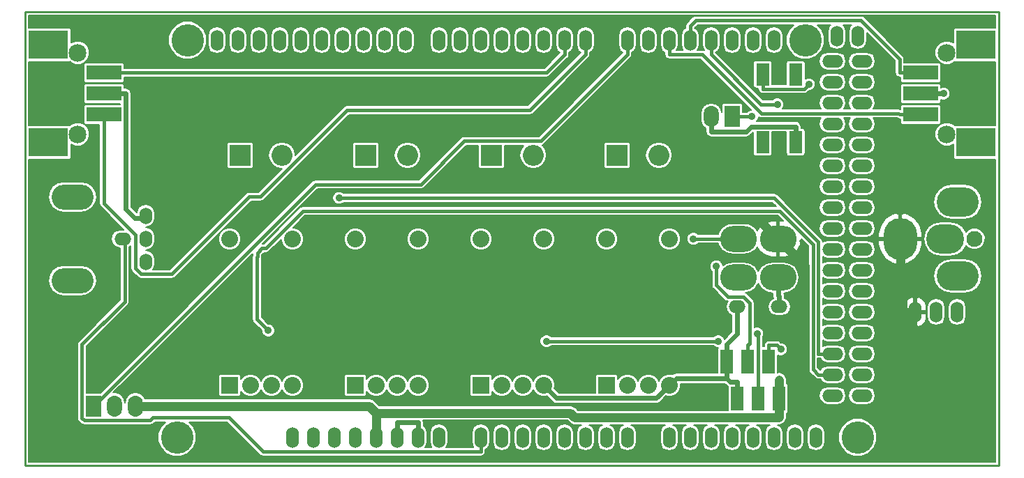
<source format=gtl>
G04 #@! TF.FileFunction,Copper,L1,Top,Signal*
%FSLAX46Y46*%
G04 Gerber Fmt 4.6, Leading zero omitted, Abs format (unit mm)*
G04 Created by KiCad (PCBNEW 0.201601280801+6517~42~ubuntu14.04.1-product) date Tue 09 Feb 2016 11:09:55 AM EST*
%MOMM*%
G01*
G04 APERTURE LIST*
%ADD10C,0.100000*%
%ADD11C,0.228600*%
%ADD12O,1.854200X2.540000*%
%ADD13R,1.854200X2.540000*%
%ADD14R,1.590040X2.667000*%
%ADD15C,1.930400*%
%ADD16O,4.572000X3.556000*%
%ADD17O,4.064000X5.080000*%
%ADD18O,5.080000X3.556000*%
%ADD19O,1.524000X2.540000*%
%ADD20C,3.937000*%
%ADD21O,2.540000X1.524000*%
%ADD22R,1.498600X2.997200*%
%ADD23O,5.080000X3.048000*%
%ADD24O,2.032000X1.524000*%
%ADD25O,1.524000X2.032000*%
%ADD26O,4.445000X3.175000*%
%ADD27R,2.540000X2.540000*%
%ADD28O,2.540000X2.540000*%
%ADD29R,2.032000X2.032000*%
%ADD30C,2.032000*%
%ADD31R,4.191000X1.778000*%
%ADD32C,2.159000*%
%ADD33R,4.826000X3.454400*%
%ADD34C,0.889000*%
%ADD35C,1.066800*%
%ADD36C,0.609600*%
%ADD37C,0.406400*%
%ADD38C,0.203200*%
G04 APERTURE END LIST*
D10*
D11*
X211455000Y-75311000D02*
X93345000Y-75311000D01*
X211455000Y-130429000D02*
X211455000Y-75311000D01*
X93345000Y-130429000D02*
X211455000Y-130429000D01*
X93345000Y-75311000D02*
X93345000Y-130429000D01*
D12*
X104140000Y-123190000D03*
X106680000Y-123190000D03*
D13*
X101600000Y-123190000D03*
D14*
X182786020Y-82867500D03*
X182786020Y-91122500D03*
X186783980Y-82867500D03*
X186783980Y-91122500D03*
D15*
X208457800Y-102870000D03*
D16*
X204952600Y-102870000D03*
D17*
X199466200Y-102870000D03*
D18*
X206451200Y-98374200D03*
X206451200Y-107365800D03*
D19*
X203835000Y-111760000D03*
X206375000Y-111760000D03*
X201295000Y-111760000D03*
D20*
X111760000Y-127000000D03*
X113030000Y-78740000D03*
X194310000Y-127000000D03*
X187960000Y-78740000D03*
D19*
X125730000Y-127000000D03*
X128270000Y-127000000D03*
X130810000Y-127000000D03*
X133350000Y-127000000D03*
X135890000Y-127000000D03*
X138430000Y-127000000D03*
X140970000Y-127000000D03*
X143510000Y-127000000D03*
X148590000Y-127000000D03*
X151130000Y-127000000D03*
X153670000Y-127000000D03*
X156210000Y-127000000D03*
X158750000Y-127000000D03*
X161290000Y-127000000D03*
X163830000Y-127000000D03*
X166370000Y-127000000D03*
X171450000Y-127000000D03*
X173990000Y-127000000D03*
X176530000Y-127000000D03*
X179070000Y-127000000D03*
X181610000Y-127000000D03*
X184150000Y-127000000D03*
X186690000Y-127000000D03*
X189230000Y-127000000D03*
X116586000Y-78740000D03*
X119126000Y-78740000D03*
X121666000Y-78740000D03*
X124206000Y-78740000D03*
X126746000Y-78740000D03*
X129286000Y-78740000D03*
X131826000Y-78740000D03*
X134366000Y-78740000D03*
X136906000Y-78740000D03*
X139446000Y-78740000D03*
X143510000Y-78740000D03*
X161290000Y-78740000D03*
X158750000Y-78740000D03*
X156210000Y-78740000D03*
X153670000Y-78740000D03*
X151130000Y-78740000D03*
X148590000Y-78740000D03*
X146050000Y-78740000D03*
X166370000Y-78740000D03*
X168910000Y-78740000D03*
X171450000Y-78740000D03*
X173990000Y-78740000D03*
X176530000Y-78740000D03*
X179070000Y-78740000D03*
X181610000Y-78740000D03*
X184150000Y-78740000D03*
X191770000Y-78232000D03*
X194310000Y-78232000D03*
D21*
X191262000Y-81280000D03*
X194818000Y-81280000D03*
X191262000Y-83820000D03*
X194818000Y-83820000D03*
X191262000Y-86360000D03*
X194818000Y-86360000D03*
X191262000Y-88900000D03*
X194818000Y-88900000D03*
X191262000Y-91440000D03*
X194818000Y-91440000D03*
X191262000Y-93980000D03*
X194818000Y-93980000D03*
X191262000Y-96520000D03*
X194818000Y-96520000D03*
X191262000Y-99060000D03*
X194818000Y-99060000D03*
X191262000Y-101600000D03*
X194818000Y-101600000D03*
X191262000Y-104140000D03*
X194818000Y-104140000D03*
X191262000Y-106680000D03*
X194818000Y-106680000D03*
X191262000Y-109220000D03*
X194818000Y-109220000D03*
X191262000Y-111760000D03*
X194818000Y-111760000D03*
X191262000Y-114300000D03*
X194818000Y-114300000D03*
X191262000Y-116840000D03*
X194818000Y-116840000D03*
X191262000Y-119380000D03*
X194818000Y-119380000D03*
X191262000Y-121920000D03*
X194818000Y-121920000D03*
D22*
X178435000Y-117754400D03*
X179705000Y-122275600D03*
X180975000Y-117754400D03*
X182245000Y-122275600D03*
X183515000Y-117754400D03*
X184785000Y-122275600D03*
D12*
X176530000Y-88011000D03*
D13*
X179070000Y-88011000D03*
D23*
X99060000Y-107950000D03*
X99060000Y-97790000D03*
D24*
X105156000Y-102870000D03*
D25*
X107950000Y-102870000D03*
X107950000Y-100076000D03*
X107950000Y-105664000D03*
D26*
X179844700Y-107569000D03*
X179844700Y-102870000D03*
X184645300Y-102870000D03*
X184645300Y-107569000D03*
D24*
X184785000Y-111125000D03*
X179705000Y-111125000D03*
D27*
X119380000Y-92710000D03*
D28*
X124460000Y-92710000D03*
D27*
X134620000Y-92710000D03*
D28*
X139700000Y-92710000D03*
D27*
X149860000Y-92710000D03*
D28*
X154940000Y-92710000D03*
D27*
X165100000Y-92710000D03*
D28*
X170180000Y-92710000D03*
D29*
X163830000Y-120650000D03*
D30*
X166370000Y-120650000D03*
X168910000Y-120650000D03*
X171450000Y-120650000D03*
X171450000Y-102870000D03*
X163830000Y-102870000D03*
D29*
X148590000Y-120650000D03*
D30*
X151130000Y-120650000D03*
X153670000Y-120650000D03*
X156210000Y-120650000D03*
X156210000Y-102870000D03*
X148590000Y-102870000D03*
D29*
X133350000Y-120650000D03*
D30*
X135890000Y-120650000D03*
X138430000Y-120650000D03*
X140970000Y-120650000D03*
X140970000Y-102870000D03*
X133350000Y-102870000D03*
D29*
X118110000Y-120650000D03*
D30*
X120650000Y-120650000D03*
X123190000Y-120650000D03*
X125730000Y-120650000D03*
X125730000Y-102870000D03*
X118110000Y-102870000D03*
D31*
X201930000Y-82677000D03*
X201930000Y-85217000D03*
X201930000Y-87757000D03*
D32*
X205105000Y-80264000D03*
X205105000Y-90170000D03*
D33*
X208661000Y-79298800D03*
X208661000Y-91135200D03*
D31*
X102870000Y-87757000D03*
X102870000Y-85217000D03*
X102870000Y-82677000D03*
D32*
X99695000Y-90170000D03*
X99695000Y-80264000D03*
D33*
X96139000Y-91135200D03*
X96139000Y-79298800D03*
D34*
X137354300Y-100494800D03*
X166320700Y-100477400D03*
X122465900Y-104996400D03*
X204742400Y-85217000D03*
X184785000Y-119989300D03*
X177164600Y-106218100D03*
X182119900Y-114373100D03*
X184976700Y-116283500D03*
X184568800Y-86537800D03*
X188399100Y-84090800D03*
X181471400Y-88011000D03*
X174368600Y-102870000D03*
X177388100Y-115296100D03*
X156560400Y-115296100D03*
X131390400Y-97892100D03*
X122805200Y-113995200D03*
D35*
X199745300Y-106476800D02*
X199466200Y-106197700D01*
X199745300Y-111760000D02*
X199745300Y-106476800D01*
X199466200Y-102870000D02*
X199466200Y-106197700D01*
X201295000Y-111760000D02*
X200520200Y-111760000D01*
X200520200Y-111760000D02*
X199745300Y-111760000D01*
X200520200Y-118931600D02*
X200520200Y-111760000D01*
X195981700Y-123470100D02*
X200520200Y-118931600D01*
X190111100Y-123470100D02*
X195981700Y-123470100D01*
X187882900Y-121241900D02*
X190111100Y-123470100D01*
X187882900Y-106107600D02*
X187882900Y-121241900D01*
X184645300Y-102870000D02*
X187882900Y-106107600D01*
X182252700Y-100477400D02*
X184645300Y-102870000D01*
X166320700Y-100477400D02*
X182252700Y-100477400D01*
X137354300Y-100494700D02*
X137354300Y-100494800D01*
X166303400Y-100494700D02*
X137354300Y-100494700D01*
X166320700Y-100477400D02*
X166303400Y-100494700D01*
X128639500Y-104996400D02*
X122465900Y-104996400D01*
X133141100Y-100494800D02*
X128639500Y-104996400D01*
X137354300Y-100494800D02*
X133141100Y-100494800D01*
D36*
X179705000Y-111125000D02*
X179705000Y-112446100D01*
X140970000Y-125170900D02*
X138430000Y-125170900D01*
X140970000Y-127000000D02*
X140970000Y-125170900D01*
X138430000Y-127000000D02*
X138430000Y-125170900D01*
X179705000Y-114426700D02*
X179705000Y-112446100D01*
X178435000Y-115696700D02*
X179705000Y-114426700D01*
X181359000Y-89229900D02*
X186784000Y-89229900D01*
X180748800Y-89840100D02*
X181359000Y-89229900D01*
X176530000Y-89840100D02*
X180748800Y-89840100D01*
X176530000Y-88011000D02*
X176530000Y-89840100D01*
X186784000Y-91122500D02*
X186784000Y-89229900D01*
X178435000Y-117735400D02*
X178435000Y-115696700D01*
X178435000Y-117735400D02*
X178435000Y-117754400D01*
X178435000Y-117754400D02*
X178435000Y-119812100D01*
X178840800Y-120217900D02*
X178435000Y-119812100D01*
X179705000Y-120217900D02*
X178840800Y-120217900D01*
X179705000Y-122275600D02*
X179705000Y-120217900D01*
X201930000Y-85217000D02*
X204584600Y-85217000D01*
X204584600Y-85217000D02*
X204742400Y-85217000D01*
X102870000Y-85217000D02*
X105524600Y-85217000D01*
X107950000Y-100330000D02*
X106628900Y-100330000D01*
X105524600Y-99225700D02*
X105524600Y-85217000D01*
X106628900Y-100330000D02*
X105524600Y-99225700D01*
X172287900Y-119812100D02*
X171450000Y-120650000D01*
X178435000Y-119812100D02*
X172287900Y-119812100D01*
X157785200Y-122225200D02*
X156210000Y-120650000D01*
X169874800Y-122225200D02*
X157785200Y-122225200D01*
X171450000Y-120650000D02*
X169874800Y-122225200D01*
D35*
X184785000Y-122275600D02*
X184785000Y-119989300D01*
X135890000Y-127000000D02*
X135890000Y-124942300D01*
X184785000Y-122275600D02*
X184785000Y-124561900D01*
X159978800Y-124561900D02*
X184785000Y-124561900D01*
X159456100Y-124039200D02*
X159978800Y-124561900D01*
X135890000Y-124039200D02*
X159456100Y-124039200D01*
X135890000Y-124942300D02*
X135890000Y-124039200D01*
X135040800Y-123190000D02*
X106680000Y-123190000D01*
X135890000Y-124039200D02*
X135040800Y-123190000D01*
D37*
X177164600Y-108497500D02*
X177164600Y-106218100D01*
X178572500Y-109905400D02*
X177164600Y-108497500D01*
X180467600Y-109905400D02*
X178572500Y-109905400D01*
X181196200Y-110634000D02*
X180467600Y-109905400D01*
X181196200Y-115577100D02*
X181196200Y-110634000D01*
X180975000Y-115798300D02*
X181196200Y-115577100D01*
X180975000Y-117754400D02*
X180975000Y-115798300D01*
X182245000Y-114498200D02*
X182119900Y-114373100D01*
X182245000Y-122275600D02*
X182245000Y-114498200D01*
X183515000Y-117754400D02*
X183515000Y-115798300D01*
X184491500Y-115798300D02*
X184976700Y-116283500D01*
X183515000Y-115798300D02*
X184491500Y-115798300D01*
X182600300Y-86537800D02*
X176530000Y-80467500D01*
X184568800Y-86537800D02*
X182600300Y-86537800D01*
X176530000Y-78740000D02*
X176530000Y-80467500D01*
X128522300Y-96267700D02*
X101600000Y-123190000D01*
X141286800Y-96267700D02*
X128522300Y-96267700D01*
X146572000Y-90982500D02*
X141286800Y-96267700D01*
X155855000Y-90982500D02*
X146572000Y-90982500D01*
X166370000Y-80467500D02*
X155855000Y-90982500D01*
X166370000Y-78740000D02*
X166370000Y-80467500D01*
D36*
X184696700Y-109715600D02*
X184645300Y-109715600D01*
X184785000Y-109803900D02*
X184696700Y-109715600D01*
X184785000Y-111125000D02*
X184785000Y-109803900D01*
X184645300Y-107569000D02*
X184645300Y-109715600D01*
D37*
X187831400Y-84658500D02*
X182786000Y-84658500D01*
X188399100Y-84090800D02*
X187831400Y-84658500D01*
X182786000Y-82867500D02*
X182786000Y-84658500D01*
X122187600Y-128727500D02*
X148590000Y-128727500D01*
X118034000Y-124573900D02*
X122187600Y-128727500D01*
X108845700Y-124573900D02*
X118034000Y-124573900D01*
X108502000Y-124917600D02*
X108845700Y-124573900D01*
X100482100Y-124917600D02*
X108502000Y-124917600D01*
X100215300Y-124650800D02*
X100482100Y-124917600D01*
X100215300Y-115697000D02*
X100215300Y-124650800D01*
X105410000Y-110502300D02*
X100215300Y-115697000D01*
X105410000Y-102870000D02*
X105410000Y-110502300D01*
X148590000Y-127000000D02*
X148590000Y-128727500D01*
X179070000Y-88011000D02*
X181471400Y-88011000D01*
X179844700Y-102870000D02*
X174368600Y-102870000D01*
X177388100Y-115296100D02*
X156560400Y-115296100D01*
X184174700Y-97892100D02*
X131390400Y-97892100D01*
X189534500Y-103251900D02*
X184174700Y-97892100D01*
X189534500Y-116840000D02*
X189534500Y-103251900D01*
X191770000Y-116840000D02*
X189534500Y-116840000D01*
X191770000Y-119380000D02*
X189534500Y-119380000D01*
X121420900Y-112610900D02*
X122805200Y-113995200D01*
X121420900Y-105080000D02*
X121420900Y-112610900D01*
X121475000Y-105025900D02*
X121420900Y-105080000D01*
X121475000Y-104586000D02*
X121475000Y-105025900D01*
X122055500Y-104005500D02*
X121475000Y-104586000D01*
X122495400Y-104005500D02*
X122055500Y-104005500D01*
X127015000Y-99485900D02*
X122495400Y-104005500D01*
X184834000Y-99485900D02*
X127015000Y-99485900D01*
X188873800Y-103525700D02*
X184834000Y-99485900D01*
X188873800Y-118719300D02*
X188873800Y-103525700D01*
X189534500Y-119380000D02*
X188873800Y-118719300D01*
X161290000Y-78740000D02*
X161290000Y-80467500D01*
X102870000Y-98551800D02*
X102870000Y-87757000D01*
X106679900Y-102361700D02*
X102870000Y-98551800D01*
X106679900Y-106435800D02*
X106679900Y-102361700D01*
X107390100Y-107146000D02*
X106679900Y-106435800D01*
X111099600Y-107146000D02*
X107390100Y-107146000D01*
X120493300Y-97752300D02*
X111099600Y-107146000D01*
X121860700Y-97752300D02*
X120493300Y-97752300D01*
X132389100Y-87223900D02*
X121860700Y-97752300D01*
X154533600Y-87223900D02*
X132389100Y-87223900D01*
X161290000Y-80467500D02*
X154533600Y-87223900D01*
X158750000Y-78740000D02*
X158750000Y-80467500D01*
X156540500Y-82677000D02*
X102870000Y-82677000D01*
X158750000Y-80467500D02*
X156540500Y-82677000D01*
X171450000Y-78740000D02*
X171450000Y-80467500D01*
X201930000Y-87757000D02*
X199377000Y-87757000D01*
X199250000Y-87630000D02*
X199377000Y-87757000D01*
X182608100Y-87630000D02*
X199250000Y-87630000D01*
X175445600Y-80467500D02*
X182608100Y-87630000D01*
X171450000Y-80467500D02*
X175445600Y-80467500D01*
X174690500Y-76312000D02*
X173990000Y-77012500D01*
X194687400Y-76312000D02*
X174690500Y-76312000D01*
X199377000Y-81001600D02*
X194687400Y-76312000D01*
X199377000Y-82677000D02*
X199377000Y-81001600D01*
X201930000Y-82677000D02*
X199377000Y-82677000D01*
X173990000Y-78740000D02*
X173990000Y-77012500D01*
D38*
G36*
X211035900Y-77209034D02*
X206248000Y-77209034D01*
X206109252Y-77236633D01*
X205991627Y-77315227D01*
X205913033Y-77432852D01*
X205885434Y-77571600D01*
X205885434Y-79034161D01*
X205391711Y-78829150D01*
X204820793Y-78828652D01*
X204293143Y-79046672D01*
X203889091Y-79450020D01*
X203670150Y-79977289D01*
X203669652Y-80548207D01*
X203887672Y-81075857D01*
X204291020Y-81479909D01*
X204818289Y-81698850D01*
X205389207Y-81699348D01*
X205916857Y-81481328D01*
X206066227Y-81332219D01*
X206109252Y-81360967D01*
X206248000Y-81388566D01*
X211035900Y-81388566D01*
X211035900Y-89045434D01*
X206248000Y-89045434D01*
X206109252Y-89073033D01*
X206066338Y-89101707D01*
X205918980Y-88954091D01*
X205391711Y-88735150D01*
X204820793Y-88734652D01*
X204293143Y-88952672D01*
X203889091Y-89356020D01*
X203670150Y-89883289D01*
X203669652Y-90454207D01*
X203887672Y-90981857D01*
X204291020Y-91385909D01*
X204818289Y-91604850D01*
X205389207Y-91605348D01*
X205885434Y-91400312D01*
X205885434Y-92862400D01*
X205913033Y-93001148D01*
X205991627Y-93118773D01*
X206109252Y-93197367D01*
X206248000Y-93224966D01*
X211035900Y-93224966D01*
X211035900Y-130009900D01*
X93764100Y-130009900D01*
X93764100Y-115697000D01*
X99656500Y-115697000D01*
X99656500Y-124650800D01*
X99699036Y-124864644D01*
X99820169Y-125045931D01*
X100086969Y-125312731D01*
X100268256Y-125433864D01*
X100482100Y-125476400D01*
X108502000Y-125476400D01*
X108715844Y-125433864D01*
X108897131Y-125312731D01*
X109077162Y-125132700D01*
X110340916Y-125132700D01*
X109790873Y-125681784D01*
X109436304Y-126535680D01*
X109435497Y-127460264D01*
X109788575Y-128314777D01*
X110441784Y-128969127D01*
X111295680Y-129323696D01*
X112220264Y-129324503D01*
X113074777Y-128971425D01*
X113729127Y-128318216D01*
X114083696Y-127464320D01*
X114084503Y-126539736D01*
X113731425Y-125685223D01*
X113179865Y-125132700D01*
X117802538Y-125132700D01*
X121792468Y-129122631D01*
X121973756Y-129243764D01*
X122187600Y-129286300D01*
X148590000Y-129286300D01*
X148803844Y-129243764D01*
X148985131Y-129122631D01*
X149106264Y-128941344D01*
X149148800Y-128727500D01*
X149148800Y-128484768D01*
X149380263Y-128330110D01*
X149622528Y-127967534D01*
X149707600Y-127539847D01*
X149707600Y-126460153D01*
X150012400Y-126460153D01*
X150012400Y-127539847D01*
X150097472Y-127967534D01*
X150339737Y-128330110D01*
X150702313Y-128572375D01*
X151130000Y-128657447D01*
X151557687Y-128572375D01*
X151920263Y-128330110D01*
X152162528Y-127967534D01*
X152247600Y-127539847D01*
X152247600Y-126460153D01*
X152552400Y-126460153D01*
X152552400Y-127539847D01*
X152637472Y-127967534D01*
X152879737Y-128330110D01*
X153242313Y-128572375D01*
X153670000Y-128657447D01*
X154097687Y-128572375D01*
X154460263Y-128330110D01*
X154702528Y-127967534D01*
X154787600Y-127539847D01*
X154787600Y-126460153D01*
X155092400Y-126460153D01*
X155092400Y-127539847D01*
X155177472Y-127967534D01*
X155419737Y-128330110D01*
X155782313Y-128572375D01*
X156210000Y-128657447D01*
X156637687Y-128572375D01*
X157000263Y-128330110D01*
X157242528Y-127967534D01*
X157327600Y-127539847D01*
X157327600Y-126460153D01*
X157632400Y-126460153D01*
X157632400Y-127539847D01*
X157717472Y-127967534D01*
X157959737Y-128330110D01*
X158322313Y-128572375D01*
X158750000Y-128657447D01*
X159177687Y-128572375D01*
X159540263Y-128330110D01*
X159782528Y-127967534D01*
X159867600Y-127539847D01*
X159867600Y-126460153D01*
X159782528Y-126032466D01*
X159540263Y-125669890D01*
X159177687Y-125427625D01*
X158750000Y-125342553D01*
X158322313Y-125427625D01*
X157959737Y-125669890D01*
X157717472Y-126032466D01*
X157632400Y-126460153D01*
X157327600Y-126460153D01*
X157242528Y-126032466D01*
X157000263Y-125669890D01*
X156637687Y-125427625D01*
X156210000Y-125342553D01*
X155782313Y-125427625D01*
X155419737Y-125669890D01*
X155177472Y-126032466D01*
X155092400Y-126460153D01*
X154787600Y-126460153D01*
X154702528Y-126032466D01*
X154460263Y-125669890D01*
X154097687Y-125427625D01*
X153670000Y-125342553D01*
X153242313Y-125427625D01*
X152879737Y-125669890D01*
X152637472Y-126032466D01*
X152552400Y-126460153D01*
X152247600Y-126460153D01*
X152162528Y-126032466D01*
X151920263Y-125669890D01*
X151557687Y-125427625D01*
X151130000Y-125342553D01*
X150702313Y-125427625D01*
X150339737Y-125669890D01*
X150097472Y-126032466D01*
X150012400Y-126460153D01*
X149707600Y-126460153D01*
X149622528Y-126032466D01*
X149380263Y-125669890D01*
X149017687Y-125427625D01*
X148590000Y-125342553D01*
X148162313Y-125427625D01*
X147799737Y-125669890D01*
X147557472Y-126032466D01*
X147472400Y-126460153D01*
X147472400Y-127539847D01*
X147557472Y-127967534D01*
X147691887Y-128168700D01*
X144408113Y-128168700D01*
X144542528Y-127967534D01*
X144627600Y-127539847D01*
X144627600Y-126460153D01*
X144542528Y-126032466D01*
X144300263Y-125669890D01*
X143937687Y-125427625D01*
X143510000Y-125342553D01*
X143082313Y-125427625D01*
X142719737Y-125669890D01*
X142477472Y-126032466D01*
X142392400Y-126460153D01*
X142392400Y-127539847D01*
X142477472Y-127967534D01*
X142611887Y-128168700D01*
X141868113Y-128168700D01*
X142002528Y-127967534D01*
X142087600Y-127539847D01*
X142087600Y-126460153D01*
X142002528Y-126032466D01*
X141760263Y-125669890D01*
X141630400Y-125583119D01*
X141630400Y-125170900D01*
X141582124Y-124928200D01*
X159087864Y-124928200D01*
X159350182Y-125190518D01*
X159638594Y-125383229D01*
X159978800Y-125450900D01*
X160827479Y-125450900D01*
X160499737Y-125669890D01*
X160257472Y-126032466D01*
X160172400Y-126460153D01*
X160172400Y-127539847D01*
X160257472Y-127967534D01*
X160499737Y-128330110D01*
X160862313Y-128572375D01*
X161290000Y-128657447D01*
X161717687Y-128572375D01*
X162080263Y-128330110D01*
X162322528Y-127967534D01*
X162407600Y-127539847D01*
X162407600Y-126460153D01*
X162322528Y-126032466D01*
X162080263Y-125669890D01*
X161752521Y-125450900D01*
X163367479Y-125450900D01*
X163039737Y-125669890D01*
X162797472Y-126032466D01*
X162712400Y-126460153D01*
X162712400Y-127539847D01*
X162797472Y-127967534D01*
X163039737Y-128330110D01*
X163402313Y-128572375D01*
X163830000Y-128657447D01*
X164257687Y-128572375D01*
X164620263Y-128330110D01*
X164862528Y-127967534D01*
X164947600Y-127539847D01*
X164947600Y-126460153D01*
X164862528Y-126032466D01*
X164620263Y-125669890D01*
X164292521Y-125450900D01*
X165907479Y-125450900D01*
X165579737Y-125669890D01*
X165337472Y-126032466D01*
X165252400Y-126460153D01*
X165252400Y-127539847D01*
X165337472Y-127967534D01*
X165579737Y-128330110D01*
X165942313Y-128572375D01*
X166370000Y-128657447D01*
X166797687Y-128572375D01*
X167160263Y-128330110D01*
X167402528Y-127967534D01*
X167487600Y-127539847D01*
X167487600Y-126460153D01*
X167402528Y-126032466D01*
X167160263Y-125669890D01*
X166832521Y-125450900D01*
X170987479Y-125450900D01*
X170659737Y-125669890D01*
X170417472Y-126032466D01*
X170332400Y-126460153D01*
X170332400Y-127539847D01*
X170417472Y-127967534D01*
X170659737Y-128330110D01*
X171022313Y-128572375D01*
X171450000Y-128657447D01*
X171877687Y-128572375D01*
X172240263Y-128330110D01*
X172482528Y-127967534D01*
X172567600Y-127539847D01*
X172567600Y-126460153D01*
X172482528Y-126032466D01*
X172240263Y-125669890D01*
X171912521Y-125450900D01*
X173527479Y-125450900D01*
X173199737Y-125669890D01*
X172957472Y-126032466D01*
X172872400Y-126460153D01*
X172872400Y-127539847D01*
X172957472Y-127967534D01*
X173199737Y-128330110D01*
X173562313Y-128572375D01*
X173990000Y-128657447D01*
X174417687Y-128572375D01*
X174780263Y-128330110D01*
X175022528Y-127967534D01*
X175107600Y-127539847D01*
X175107600Y-126460153D01*
X175022528Y-126032466D01*
X174780263Y-125669890D01*
X174452521Y-125450900D01*
X176067479Y-125450900D01*
X175739737Y-125669890D01*
X175497472Y-126032466D01*
X175412400Y-126460153D01*
X175412400Y-127539847D01*
X175497472Y-127967534D01*
X175739737Y-128330110D01*
X176102313Y-128572375D01*
X176530000Y-128657447D01*
X176957687Y-128572375D01*
X177320263Y-128330110D01*
X177562528Y-127967534D01*
X177647600Y-127539847D01*
X177647600Y-126460153D01*
X177562528Y-126032466D01*
X177320263Y-125669890D01*
X176992521Y-125450900D01*
X178607479Y-125450900D01*
X178279737Y-125669890D01*
X178037472Y-126032466D01*
X177952400Y-126460153D01*
X177952400Y-127539847D01*
X178037472Y-127967534D01*
X178279737Y-128330110D01*
X178642313Y-128572375D01*
X179070000Y-128657447D01*
X179497687Y-128572375D01*
X179860263Y-128330110D01*
X180102528Y-127967534D01*
X180187600Y-127539847D01*
X180187600Y-126460153D01*
X180102528Y-126032466D01*
X179860263Y-125669890D01*
X179532521Y-125450900D01*
X181147479Y-125450900D01*
X180819737Y-125669890D01*
X180577472Y-126032466D01*
X180492400Y-126460153D01*
X180492400Y-127539847D01*
X180577472Y-127967534D01*
X180819737Y-128330110D01*
X181182313Y-128572375D01*
X181610000Y-128657447D01*
X182037687Y-128572375D01*
X182400263Y-128330110D01*
X182642528Y-127967534D01*
X182727600Y-127539847D01*
X182727600Y-126460153D01*
X182642528Y-126032466D01*
X182400263Y-125669890D01*
X182072521Y-125450900D01*
X183687479Y-125450900D01*
X183359737Y-125669890D01*
X183117472Y-126032466D01*
X183032400Y-126460153D01*
X183032400Y-127539847D01*
X183117472Y-127967534D01*
X183359737Y-128330110D01*
X183722313Y-128572375D01*
X184150000Y-128657447D01*
X184577687Y-128572375D01*
X184940263Y-128330110D01*
X185182528Y-127967534D01*
X185267600Y-127539847D01*
X185267600Y-126460153D01*
X185572400Y-126460153D01*
X185572400Y-127539847D01*
X185657472Y-127967534D01*
X185899737Y-128330110D01*
X186262313Y-128572375D01*
X186690000Y-128657447D01*
X187117687Y-128572375D01*
X187480263Y-128330110D01*
X187722528Y-127967534D01*
X187807600Y-127539847D01*
X187807600Y-126460153D01*
X188112400Y-126460153D01*
X188112400Y-127539847D01*
X188197472Y-127967534D01*
X188439737Y-128330110D01*
X188802313Y-128572375D01*
X189230000Y-128657447D01*
X189657687Y-128572375D01*
X190020263Y-128330110D01*
X190262528Y-127967534D01*
X190347600Y-127539847D01*
X190347600Y-127460264D01*
X191985497Y-127460264D01*
X192338575Y-128314777D01*
X192991784Y-128969127D01*
X193845680Y-129323696D01*
X194770264Y-129324503D01*
X195624777Y-128971425D01*
X196279127Y-128318216D01*
X196633696Y-127464320D01*
X196634503Y-126539736D01*
X196281425Y-125685223D01*
X195628216Y-125030873D01*
X194774320Y-124676304D01*
X193849736Y-124675497D01*
X192995223Y-125028575D01*
X192340873Y-125681784D01*
X191986304Y-126535680D01*
X191985497Y-127460264D01*
X190347600Y-127460264D01*
X190347600Y-126460153D01*
X190262528Y-126032466D01*
X190020263Y-125669890D01*
X189657687Y-125427625D01*
X189230000Y-125342553D01*
X188802313Y-125427625D01*
X188439737Y-125669890D01*
X188197472Y-126032466D01*
X188112400Y-126460153D01*
X187807600Y-126460153D01*
X187722528Y-126032466D01*
X187480263Y-125669890D01*
X187117687Y-125427625D01*
X186690000Y-125342553D01*
X186262313Y-125427625D01*
X185899737Y-125669890D01*
X185657472Y-126032466D01*
X185572400Y-126460153D01*
X185267600Y-126460153D01*
X185182528Y-126032466D01*
X184940263Y-125669890D01*
X184612521Y-125450900D01*
X184785000Y-125450900D01*
X185125206Y-125383229D01*
X185413618Y-125190518D01*
X185606329Y-124902106D01*
X185674000Y-124561900D01*
X185674000Y-124108531D01*
X185790673Y-124030573D01*
X185869267Y-123912948D01*
X185896866Y-123774200D01*
X185896866Y-121920000D01*
X189604553Y-121920000D01*
X189689625Y-122347687D01*
X189931890Y-122710263D01*
X190294466Y-122952528D01*
X190722153Y-123037600D01*
X191801847Y-123037600D01*
X192229534Y-122952528D01*
X192592110Y-122710263D01*
X192834375Y-122347687D01*
X192919447Y-121920000D01*
X193160553Y-121920000D01*
X193245625Y-122347687D01*
X193487890Y-122710263D01*
X193850466Y-122952528D01*
X194278153Y-123037600D01*
X195357847Y-123037600D01*
X195785534Y-122952528D01*
X196148110Y-122710263D01*
X196390375Y-122347687D01*
X196475447Y-121920000D01*
X196390375Y-121492313D01*
X196148110Y-121129737D01*
X195785534Y-120887472D01*
X195357847Y-120802400D01*
X194278153Y-120802400D01*
X193850466Y-120887472D01*
X193487890Y-121129737D01*
X193245625Y-121492313D01*
X193160553Y-121920000D01*
X192919447Y-121920000D01*
X192834375Y-121492313D01*
X192592110Y-121129737D01*
X192229534Y-120887472D01*
X191801847Y-120802400D01*
X190722153Y-120802400D01*
X190294466Y-120887472D01*
X189931890Y-121129737D01*
X189689625Y-121492313D01*
X189604553Y-121920000D01*
X185896866Y-121920000D01*
X185896866Y-120777000D01*
X185869267Y-120638252D01*
X185790673Y-120520627D01*
X185674000Y-120442669D01*
X185674000Y-119989300D01*
X185606329Y-119649094D01*
X185413618Y-119360682D01*
X185125206Y-119167971D01*
X184785000Y-119100300D01*
X184626866Y-119131755D01*
X184626866Y-117004572D01*
X184816852Y-117083461D01*
X185135152Y-117083739D01*
X185429328Y-116962187D01*
X185654596Y-116737312D01*
X185776661Y-116443348D01*
X185776939Y-116125048D01*
X185655387Y-115830872D01*
X185430512Y-115605604D01*
X185136548Y-115483539D01*
X184966853Y-115483391D01*
X184886631Y-115403169D01*
X184826899Y-115363257D01*
X184705344Y-115282036D01*
X184491500Y-115239500D01*
X183515000Y-115239500D01*
X183301156Y-115282036D01*
X183119869Y-115403169D01*
X182998736Y-115584456D01*
X182956200Y-115798300D01*
X182956200Y-115893234D01*
X182803800Y-115893234D01*
X182803800Y-114812453D01*
X182919861Y-114532948D01*
X182920139Y-114214648D01*
X182798587Y-113920472D01*
X182573712Y-113695204D01*
X182279748Y-113573139D01*
X181961448Y-113572861D01*
X181755000Y-113658164D01*
X181755000Y-110634000D01*
X181712464Y-110420156D01*
X181591331Y-110238869D01*
X180862731Y-109510269D01*
X180729747Y-109421411D01*
X181253365Y-109317257D01*
X181867271Y-108907058D01*
X182245000Y-108341747D01*
X182622729Y-108907058D01*
X183236635Y-109317257D01*
X183960787Y-109461300D01*
X183984900Y-109461300D01*
X183984900Y-109715600D01*
X184035170Y-109968324D01*
X184113233Y-110085154D01*
X184076442Y-110092472D01*
X183713866Y-110334737D01*
X183471601Y-110697313D01*
X183386529Y-111125000D01*
X183471601Y-111552687D01*
X183713866Y-111915263D01*
X184076442Y-112157528D01*
X184504129Y-112242600D01*
X185065871Y-112242600D01*
X185493558Y-112157528D01*
X185856134Y-111915263D01*
X186098399Y-111552687D01*
X186183471Y-111125000D01*
X186098399Y-110697313D01*
X185856134Y-110334737D01*
X185493558Y-110092472D01*
X185445400Y-110082893D01*
X185445400Y-109803900D01*
X185395130Y-109551176D01*
X185334459Y-109460376D01*
X186053965Y-109317257D01*
X186667871Y-108907058D01*
X187078070Y-108293152D01*
X187222113Y-107569000D01*
X187078070Y-106844848D01*
X186667871Y-106230942D01*
X186053965Y-105820743D01*
X185329813Y-105676700D01*
X183960787Y-105676700D01*
X183236635Y-105820743D01*
X182622729Y-106230942D01*
X182245000Y-106796253D01*
X181867271Y-106230942D01*
X181253365Y-105820743D01*
X180529213Y-105676700D01*
X179160187Y-105676700D01*
X178436035Y-105820743D01*
X177964773Y-106135631D01*
X177964839Y-106059648D01*
X177843287Y-105765472D01*
X177618412Y-105540204D01*
X177324448Y-105418139D01*
X177006148Y-105417861D01*
X176711972Y-105539413D01*
X176486704Y-105764288D01*
X176364639Y-106058252D01*
X176364361Y-106376552D01*
X176485913Y-106670728D01*
X176605800Y-106790825D01*
X176605800Y-108497500D01*
X176648336Y-108711344D01*
X176757343Y-108874483D01*
X176769469Y-108892631D01*
X178177369Y-110300531D01*
X178358656Y-110421664D01*
X178550311Y-110459786D01*
X178391601Y-110697313D01*
X178306529Y-111125000D01*
X178391601Y-111552687D01*
X178633866Y-111915263D01*
X178996442Y-112157528D01*
X179044600Y-112167107D01*
X179044600Y-114153154D01*
X178150846Y-115046908D01*
X178066787Y-114843472D01*
X177841912Y-114618204D01*
X177547948Y-114496139D01*
X177229648Y-114495861D01*
X176935472Y-114617413D01*
X176815375Y-114737300D01*
X157133100Y-114737300D01*
X157014212Y-114618204D01*
X156720248Y-114496139D01*
X156401948Y-114495861D01*
X156107772Y-114617413D01*
X155882504Y-114842288D01*
X155760439Y-115136252D01*
X155760161Y-115454552D01*
X155881713Y-115748728D01*
X156106588Y-115973996D01*
X156400552Y-116096061D01*
X156718852Y-116096339D01*
X157013028Y-115974787D01*
X157133125Y-115854900D01*
X176815400Y-115854900D01*
X176934288Y-115973996D01*
X177228252Y-116096061D01*
X177364679Y-116096180D01*
X177350733Y-116117052D01*
X177323134Y-116255800D01*
X177323134Y-119151700D01*
X172287900Y-119151700D01*
X172035176Y-119201970D01*
X171845156Y-119328937D01*
X171724025Y-119278639D01*
X171178369Y-119278163D01*
X170674066Y-119486536D01*
X170287892Y-119872037D01*
X170179993Y-120131887D01*
X170073464Y-119874066D01*
X169687963Y-119487892D01*
X169184025Y-119278639D01*
X168638369Y-119278163D01*
X168134066Y-119486536D01*
X167747892Y-119872037D01*
X167639993Y-120131887D01*
X167533464Y-119874066D01*
X167147963Y-119487892D01*
X166644025Y-119278639D01*
X166098369Y-119278163D01*
X165594066Y-119486536D01*
X165208566Y-119871364D01*
X165208566Y-119634000D01*
X165180967Y-119495252D01*
X165102373Y-119377627D01*
X164984748Y-119299033D01*
X164846000Y-119271434D01*
X162814000Y-119271434D01*
X162675252Y-119299033D01*
X162557627Y-119377627D01*
X162479033Y-119495252D01*
X162451434Y-119634000D01*
X162451434Y-121564800D01*
X158058746Y-121564800D01*
X157533422Y-121039476D01*
X157581361Y-120924025D01*
X157581837Y-120378369D01*
X157373464Y-119874066D01*
X156987963Y-119487892D01*
X156484025Y-119278639D01*
X155938369Y-119278163D01*
X155434066Y-119486536D01*
X155047892Y-119872037D01*
X154939993Y-120131887D01*
X154833464Y-119874066D01*
X154447963Y-119487892D01*
X153944025Y-119278639D01*
X153398369Y-119278163D01*
X152894066Y-119486536D01*
X152507892Y-119872037D01*
X152399993Y-120131887D01*
X152293464Y-119874066D01*
X151907963Y-119487892D01*
X151404025Y-119278639D01*
X150858369Y-119278163D01*
X150354066Y-119486536D01*
X149968566Y-119871364D01*
X149968566Y-119634000D01*
X149940967Y-119495252D01*
X149862373Y-119377627D01*
X149744748Y-119299033D01*
X149606000Y-119271434D01*
X147574000Y-119271434D01*
X147435252Y-119299033D01*
X147317627Y-119377627D01*
X147239033Y-119495252D01*
X147211434Y-119634000D01*
X147211434Y-121666000D01*
X147239033Y-121804748D01*
X147317627Y-121922373D01*
X147435252Y-122000967D01*
X147574000Y-122028566D01*
X149606000Y-122028566D01*
X149744748Y-122000967D01*
X149862373Y-121922373D01*
X149940967Y-121804748D01*
X149968566Y-121666000D01*
X149968566Y-121427968D01*
X150352037Y-121812108D01*
X150855975Y-122021361D01*
X151401631Y-122021837D01*
X151905934Y-121813464D01*
X152292108Y-121427963D01*
X152400007Y-121168113D01*
X152506536Y-121425934D01*
X152892037Y-121812108D01*
X153395975Y-122021361D01*
X153941631Y-122021837D01*
X154445934Y-121813464D01*
X154832108Y-121427963D01*
X154940007Y-121168113D01*
X155046536Y-121425934D01*
X155432037Y-121812108D01*
X155935975Y-122021361D01*
X156481631Y-122021837D01*
X156599280Y-121973226D01*
X157318227Y-122692173D01*
X157532476Y-122835330D01*
X157785200Y-122885600D01*
X169874800Y-122885600D01*
X170127524Y-122835330D01*
X170341773Y-122692173D01*
X171060524Y-121973422D01*
X171175975Y-122021361D01*
X171721631Y-122021837D01*
X172225934Y-121813464D01*
X172612108Y-121427963D01*
X172821361Y-120924025D01*
X172821755Y-120472500D01*
X178161454Y-120472500D01*
X178373827Y-120684873D01*
X178588076Y-120828030D01*
X178593134Y-120829036D01*
X178593134Y-123672900D01*
X160347036Y-123672900D01*
X160084718Y-123410582D01*
X160074632Y-123403843D01*
X159796306Y-123217871D01*
X159456100Y-123150200D01*
X136258236Y-123150200D01*
X135669418Y-122561382D01*
X135544514Y-122477924D01*
X135381006Y-122368671D01*
X135040800Y-122301000D01*
X107849435Y-122301000D01*
X107587006Y-121908247D01*
X107170868Y-121630193D01*
X106680000Y-121532553D01*
X106189132Y-121630193D01*
X105772994Y-121908247D01*
X105494940Y-122324385D01*
X105410000Y-122751406D01*
X105325060Y-122324385D01*
X105047006Y-121908247D01*
X104630868Y-121630193D01*
X104140000Y-121532553D01*
X104024793Y-121555469D01*
X105946262Y-119634000D01*
X116731434Y-119634000D01*
X116731434Y-121666000D01*
X116759033Y-121804748D01*
X116837627Y-121922373D01*
X116955252Y-122000967D01*
X117094000Y-122028566D01*
X119126000Y-122028566D01*
X119264748Y-122000967D01*
X119382373Y-121922373D01*
X119460967Y-121804748D01*
X119488566Y-121666000D01*
X119488566Y-121427968D01*
X119872037Y-121812108D01*
X120375975Y-122021361D01*
X120921631Y-122021837D01*
X121425934Y-121813464D01*
X121812108Y-121427963D01*
X121920007Y-121168113D01*
X122026536Y-121425934D01*
X122412037Y-121812108D01*
X122915975Y-122021361D01*
X123461631Y-122021837D01*
X123965934Y-121813464D01*
X124352108Y-121427963D01*
X124460007Y-121168113D01*
X124566536Y-121425934D01*
X124952037Y-121812108D01*
X125455975Y-122021361D01*
X126001631Y-122021837D01*
X126505934Y-121813464D01*
X126892108Y-121427963D01*
X127101361Y-120924025D01*
X127101837Y-120378369D01*
X126893464Y-119874066D01*
X126653817Y-119634000D01*
X131971434Y-119634000D01*
X131971434Y-121666000D01*
X131999033Y-121804748D01*
X132077627Y-121922373D01*
X132195252Y-122000967D01*
X132334000Y-122028566D01*
X134366000Y-122028566D01*
X134504748Y-122000967D01*
X134622373Y-121922373D01*
X134700967Y-121804748D01*
X134728566Y-121666000D01*
X134728566Y-121427968D01*
X135112037Y-121812108D01*
X135615975Y-122021361D01*
X136161631Y-122021837D01*
X136665934Y-121813464D01*
X137052108Y-121427963D01*
X137160007Y-121168113D01*
X137266536Y-121425934D01*
X137652037Y-121812108D01*
X138155975Y-122021361D01*
X138701631Y-122021837D01*
X139205934Y-121813464D01*
X139592108Y-121427963D01*
X139700007Y-121168113D01*
X139806536Y-121425934D01*
X140192037Y-121812108D01*
X140695975Y-122021361D01*
X141241631Y-122021837D01*
X141745934Y-121813464D01*
X142132108Y-121427963D01*
X142341361Y-120924025D01*
X142341837Y-120378369D01*
X142133464Y-119874066D01*
X141747963Y-119487892D01*
X141244025Y-119278639D01*
X140698369Y-119278163D01*
X140194066Y-119486536D01*
X139807892Y-119872037D01*
X139699993Y-120131887D01*
X139593464Y-119874066D01*
X139207963Y-119487892D01*
X138704025Y-119278639D01*
X138158369Y-119278163D01*
X137654066Y-119486536D01*
X137267892Y-119872037D01*
X137159993Y-120131887D01*
X137053464Y-119874066D01*
X136667963Y-119487892D01*
X136164025Y-119278639D01*
X135618369Y-119278163D01*
X135114066Y-119486536D01*
X134728566Y-119871364D01*
X134728566Y-119634000D01*
X134700967Y-119495252D01*
X134622373Y-119377627D01*
X134504748Y-119299033D01*
X134366000Y-119271434D01*
X132334000Y-119271434D01*
X132195252Y-119299033D01*
X132077627Y-119377627D01*
X131999033Y-119495252D01*
X131971434Y-119634000D01*
X126653817Y-119634000D01*
X126507963Y-119487892D01*
X126004025Y-119278639D01*
X125458369Y-119278163D01*
X124954066Y-119486536D01*
X124567892Y-119872037D01*
X124459993Y-120131887D01*
X124353464Y-119874066D01*
X123967963Y-119487892D01*
X123464025Y-119278639D01*
X122918369Y-119278163D01*
X122414066Y-119486536D01*
X122027892Y-119872037D01*
X121919993Y-120131887D01*
X121813464Y-119874066D01*
X121427963Y-119487892D01*
X120924025Y-119278639D01*
X120378369Y-119278163D01*
X119874066Y-119486536D01*
X119488566Y-119871364D01*
X119488566Y-119634000D01*
X119460967Y-119495252D01*
X119382373Y-119377627D01*
X119264748Y-119299033D01*
X119126000Y-119271434D01*
X117094000Y-119271434D01*
X116955252Y-119299033D01*
X116837627Y-119377627D01*
X116759033Y-119495252D01*
X116731434Y-119634000D01*
X105946262Y-119634000D01*
X120916200Y-104664062D01*
X120916200Y-104848849D01*
X120904636Y-104866156D01*
X120862100Y-105080000D01*
X120862100Y-112610900D01*
X120904636Y-112824744D01*
X120939954Y-112877600D01*
X121025769Y-113006031D01*
X122005108Y-113985370D01*
X122004961Y-114153652D01*
X122126513Y-114447828D01*
X122351388Y-114673096D01*
X122645352Y-114795161D01*
X122963652Y-114795439D01*
X123257828Y-114673887D01*
X123483096Y-114449012D01*
X123605161Y-114155048D01*
X123605439Y-113836748D01*
X123483887Y-113542572D01*
X123259012Y-113317304D01*
X122965048Y-113195239D01*
X122795353Y-113195091D01*
X121979700Y-112379438D01*
X121979700Y-105257051D01*
X121991264Y-105239744D01*
X122033800Y-105025900D01*
X122033800Y-104817462D01*
X122286962Y-104564300D01*
X122495400Y-104564300D01*
X122709244Y-104521764D01*
X122890531Y-104400631D01*
X124358345Y-102932817D01*
X124358163Y-103141631D01*
X124566536Y-103645934D01*
X124952037Y-104032108D01*
X125455975Y-104241361D01*
X126001631Y-104241837D01*
X126505934Y-104033464D01*
X126892108Y-103647963D01*
X127101361Y-103144025D01*
X127101363Y-103141631D01*
X131978163Y-103141631D01*
X132186536Y-103645934D01*
X132572037Y-104032108D01*
X133075975Y-104241361D01*
X133621631Y-104241837D01*
X134125934Y-104033464D01*
X134512108Y-103647963D01*
X134721361Y-103144025D01*
X134721363Y-103141631D01*
X139598163Y-103141631D01*
X139806536Y-103645934D01*
X140192037Y-104032108D01*
X140695975Y-104241361D01*
X141241631Y-104241837D01*
X141745934Y-104033464D01*
X142132108Y-103647963D01*
X142341361Y-103144025D01*
X142341363Y-103141631D01*
X147218163Y-103141631D01*
X147426536Y-103645934D01*
X147812037Y-104032108D01*
X148315975Y-104241361D01*
X148861631Y-104241837D01*
X149365934Y-104033464D01*
X149752108Y-103647963D01*
X149961361Y-103144025D01*
X149961363Y-103141631D01*
X154838163Y-103141631D01*
X155046536Y-103645934D01*
X155432037Y-104032108D01*
X155935975Y-104241361D01*
X156481631Y-104241837D01*
X156985934Y-104033464D01*
X157372108Y-103647963D01*
X157581361Y-103144025D01*
X157581363Y-103141631D01*
X162458163Y-103141631D01*
X162666536Y-103645934D01*
X163052037Y-104032108D01*
X163555975Y-104241361D01*
X164101631Y-104241837D01*
X164605934Y-104033464D01*
X164992108Y-103647963D01*
X165201361Y-103144025D01*
X165201363Y-103141631D01*
X170078163Y-103141631D01*
X170286536Y-103645934D01*
X170672037Y-104032108D01*
X171175975Y-104241361D01*
X171721631Y-104241837D01*
X172225934Y-104033464D01*
X172612108Y-103647963D01*
X172821361Y-103144025D01*
X172821461Y-103028452D01*
X173568361Y-103028452D01*
X173689913Y-103322628D01*
X173914788Y-103547896D01*
X174208752Y-103669961D01*
X174527052Y-103670239D01*
X174821228Y-103548687D01*
X174941325Y-103428800D01*
X177379039Y-103428800D01*
X177411930Y-103594152D01*
X177822129Y-104208058D01*
X178436035Y-104618257D01*
X179160187Y-104762300D01*
X180529213Y-104762300D01*
X181253365Y-104618257D01*
X181867271Y-104208058D01*
X182093510Y-103869468D01*
X182348953Y-104315821D01*
X183028707Y-104841535D01*
X183857900Y-105067100D01*
X184492900Y-105067100D01*
X184492900Y-103022400D01*
X184472900Y-103022400D01*
X184472900Y-102717600D01*
X184492900Y-102717600D01*
X184492900Y-100672900D01*
X183857900Y-100672900D01*
X183028707Y-100898465D01*
X182348953Y-101424179D01*
X182093510Y-101870532D01*
X181867271Y-101531942D01*
X181253365Y-101121743D01*
X180529213Y-100977700D01*
X179160187Y-100977700D01*
X178436035Y-101121743D01*
X177822129Y-101531942D01*
X177411930Y-102145848D01*
X177379039Y-102311200D01*
X174941300Y-102311200D01*
X174822412Y-102192104D01*
X174528448Y-102070039D01*
X174210148Y-102069761D01*
X173915972Y-102191313D01*
X173690704Y-102416188D01*
X173568639Y-102710152D01*
X173568361Y-103028452D01*
X172821461Y-103028452D01*
X172821837Y-102598369D01*
X172613464Y-102094066D01*
X172227963Y-101707892D01*
X171724025Y-101498639D01*
X171178369Y-101498163D01*
X170674066Y-101706536D01*
X170287892Y-102092037D01*
X170078639Y-102595975D01*
X170078163Y-103141631D01*
X165201363Y-103141631D01*
X165201837Y-102598369D01*
X164993464Y-102094066D01*
X164607963Y-101707892D01*
X164104025Y-101498639D01*
X163558369Y-101498163D01*
X163054066Y-101706536D01*
X162667892Y-102092037D01*
X162458639Y-102595975D01*
X162458163Y-103141631D01*
X157581363Y-103141631D01*
X157581837Y-102598369D01*
X157373464Y-102094066D01*
X156987963Y-101707892D01*
X156484025Y-101498639D01*
X155938369Y-101498163D01*
X155434066Y-101706536D01*
X155047892Y-102092037D01*
X154838639Y-102595975D01*
X154838163Y-103141631D01*
X149961363Y-103141631D01*
X149961837Y-102598369D01*
X149753464Y-102094066D01*
X149367963Y-101707892D01*
X148864025Y-101498639D01*
X148318369Y-101498163D01*
X147814066Y-101706536D01*
X147427892Y-102092037D01*
X147218639Y-102595975D01*
X147218163Y-103141631D01*
X142341363Y-103141631D01*
X142341837Y-102598369D01*
X142133464Y-102094066D01*
X141747963Y-101707892D01*
X141244025Y-101498639D01*
X140698369Y-101498163D01*
X140194066Y-101706536D01*
X139807892Y-102092037D01*
X139598639Y-102595975D01*
X139598163Y-103141631D01*
X134721363Y-103141631D01*
X134721837Y-102598369D01*
X134513464Y-102094066D01*
X134127963Y-101707892D01*
X133624025Y-101498639D01*
X133078369Y-101498163D01*
X132574066Y-101706536D01*
X132187892Y-102092037D01*
X131978639Y-102595975D01*
X131978163Y-103141631D01*
X127101363Y-103141631D01*
X127101837Y-102598369D01*
X126893464Y-102094066D01*
X126507963Y-101707892D01*
X126004025Y-101498639D01*
X125792708Y-101498455D01*
X127246463Y-100044700D01*
X184602538Y-100044700D01*
X185230738Y-100672900D01*
X184797700Y-100672900D01*
X184797700Y-102717600D01*
X184817700Y-102717600D01*
X184817700Y-103022400D01*
X184797700Y-103022400D01*
X184797700Y-105067100D01*
X185432700Y-105067100D01*
X186261893Y-104841535D01*
X186941647Y-104315821D01*
X187368476Y-103569994D01*
X187421283Y-103363398D01*
X187319314Y-103022402D01*
X187477400Y-103022402D01*
X187477400Y-102919562D01*
X188315000Y-103757162D01*
X188315000Y-118719300D01*
X188357536Y-118933144D01*
X188392098Y-118984869D01*
X188478669Y-119114431D01*
X189139369Y-119775131D01*
X189320656Y-119896264D01*
X189534500Y-119938800D01*
X189777232Y-119938800D01*
X189931890Y-120170263D01*
X190294466Y-120412528D01*
X190722153Y-120497600D01*
X191801847Y-120497600D01*
X192229534Y-120412528D01*
X192592110Y-120170263D01*
X192834375Y-119807687D01*
X192919447Y-119380000D01*
X193160553Y-119380000D01*
X193245625Y-119807687D01*
X193487890Y-120170263D01*
X193850466Y-120412528D01*
X194278153Y-120497600D01*
X195357847Y-120497600D01*
X195785534Y-120412528D01*
X196148110Y-120170263D01*
X196390375Y-119807687D01*
X196475447Y-119380000D01*
X196390375Y-118952313D01*
X196148110Y-118589737D01*
X195785534Y-118347472D01*
X195357847Y-118262400D01*
X194278153Y-118262400D01*
X193850466Y-118347472D01*
X193487890Y-118589737D01*
X193245625Y-118952313D01*
X193160553Y-119380000D01*
X192919447Y-119380000D01*
X192834375Y-118952313D01*
X192592110Y-118589737D01*
X192229534Y-118347472D01*
X191801847Y-118262400D01*
X190722153Y-118262400D01*
X190294466Y-118347472D01*
X189931890Y-118589737D01*
X189777232Y-118821200D01*
X189765962Y-118821200D01*
X189432600Y-118487838D01*
X189432600Y-117378531D01*
X189534500Y-117398800D01*
X189777232Y-117398800D01*
X189931890Y-117630263D01*
X190294466Y-117872528D01*
X190722153Y-117957600D01*
X191801847Y-117957600D01*
X192229534Y-117872528D01*
X192592110Y-117630263D01*
X192834375Y-117267687D01*
X192919447Y-116840000D01*
X193160553Y-116840000D01*
X193245625Y-117267687D01*
X193487890Y-117630263D01*
X193850466Y-117872528D01*
X194278153Y-117957600D01*
X195357847Y-117957600D01*
X195785534Y-117872528D01*
X196148110Y-117630263D01*
X196390375Y-117267687D01*
X196475447Y-116840000D01*
X196390375Y-116412313D01*
X196148110Y-116049737D01*
X195785534Y-115807472D01*
X195357847Y-115722400D01*
X194278153Y-115722400D01*
X193850466Y-115807472D01*
X193487890Y-116049737D01*
X193245625Y-116412313D01*
X193160553Y-116840000D01*
X192919447Y-116840000D01*
X192834375Y-116412313D01*
X192592110Y-116049737D01*
X192229534Y-115807472D01*
X191801847Y-115722400D01*
X190722153Y-115722400D01*
X190294466Y-115807472D01*
X190093300Y-115941887D01*
X190093300Y-115198113D01*
X190294466Y-115332528D01*
X190722153Y-115417600D01*
X191801847Y-115417600D01*
X192229534Y-115332528D01*
X192592110Y-115090263D01*
X192834375Y-114727687D01*
X192919447Y-114300000D01*
X193160553Y-114300000D01*
X193245625Y-114727687D01*
X193487890Y-115090263D01*
X193850466Y-115332528D01*
X194278153Y-115417600D01*
X195357847Y-115417600D01*
X195785534Y-115332528D01*
X196148110Y-115090263D01*
X196390375Y-114727687D01*
X196475447Y-114300000D01*
X196390375Y-113872313D01*
X196148110Y-113509737D01*
X195785534Y-113267472D01*
X195357847Y-113182400D01*
X194278153Y-113182400D01*
X193850466Y-113267472D01*
X193487890Y-113509737D01*
X193245625Y-113872313D01*
X193160553Y-114300000D01*
X192919447Y-114300000D01*
X192834375Y-113872313D01*
X192592110Y-113509737D01*
X192229534Y-113267472D01*
X191801847Y-113182400D01*
X190722153Y-113182400D01*
X190294466Y-113267472D01*
X190093300Y-113401887D01*
X190093300Y-112658113D01*
X190294466Y-112792528D01*
X190722153Y-112877600D01*
X191801847Y-112877600D01*
X192229534Y-112792528D01*
X192592110Y-112550263D01*
X192834375Y-112187687D01*
X192919447Y-111760000D01*
X193160553Y-111760000D01*
X193245625Y-112187687D01*
X193487890Y-112550263D01*
X193850466Y-112792528D01*
X194278153Y-112877600D01*
X195357847Y-112877600D01*
X195785534Y-112792528D01*
X196148110Y-112550263D01*
X196390375Y-112187687D01*
X196445132Y-111912400D01*
X199923400Y-111912400D01*
X199923400Y-112420400D01*
X200086128Y-112933688D01*
X200432896Y-113345631D01*
X200931239Y-113590484D01*
X201142600Y-113477637D01*
X201142600Y-111912400D01*
X201447400Y-111912400D01*
X201447400Y-113477637D01*
X201658761Y-113590484D01*
X202157104Y-113345631D01*
X202503872Y-112933688D01*
X202666600Y-112420400D01*
X202666600Y-111912400D01*
X201447400Y-111912400D01*
X201142600Y-111912400D01*
X199923400Y-111912400D01*
X196445132Y-111912400D01*
X196475447Y-111760000D01*
X196390375Y-111332313D01*
X196234882Y-111099600D01*
X199923400Y-111099600D01*
X199923400Y-111607600D01*
X201142600Y-111607600D01*
X201142600Y-110042363D01*
X201447400Y-110042363D01*
X201447400Y-111607600D01*
X202666600Y-111607600D01*
X202666600Y-111220153D01*
X202717400Y-111220153D01*
X202717400Y-112299847D01*
X202802472Y-112727534D01*
X203044737Y-113090110D01*
X203407313Y-113332375D01*
X203835000Y-113417447D01*
X204262687Y-113332375D01*
X204625263Y-113090110D01*
X204867528Y-112727534D01*
X204952600Y-112299847D01*
X204952600Y-111220153D01*
X205257400Y-111220153D01*
X205257400Y-112299847D01*
X205342472Y-112727534D01*
X205584737Y-113090110D01*
X205947313Y-113332375D01*
X206375000Y-113417447D01*
X206802687Y-113332375D01*
X207165263Y-113090110D01*
X207407528Y-112727534D01*
X207492600Y-112299847D01*
X207492600Y-111220153D01*
X207407528Y-110792466D01*
X207165263Y-110429890D01*
X206802687Y-110187625D01*
X206375000Y-110102553D01*
X205947313Y-110187625D01*
X205584737Y-110429890D01*
X205342472Y-110792466D01*
X205257400Y-111220153D01*
X204952600Y-111220153D01*
X204867528Y-110792466D01*
X204625263Y-110429890D01*
X204262687Y-110187625D01*
X203835000Y-110102553D01*
X203407313Y-110187625D01*
X203044737Y-110429890D01*
X202802472Y-110792466D01*
X202717400Y-111220153D01*
X202666600Y-111220153D01*
X202666600Y-111099600D01*
X202503872Y-110586312D01*
X202157104Y-110174369D01*
X201658761Y-109929516D01*
X201447400Y-110042363D01*
X201142600Y-110042363D01*
X200931239Y-109929516D01*
X200432896Y-110174369D01*
X200086128Y-110586312D01*
X199923400Y-111099600D01*
X196234882Y-111099600D01*
X196148110Y-110969737D01*
X195785534Y-110727472D01*
X195357847Y-110642400D01*
X194278153Y-110642400D01*
X193850466Y-110727472D01*
X193487890Y-110969737D01*
X193245625Y-111332313D01*
X193160553Y-111760000D01*
X192919447Y-111760000D01*
X192834375Y-111332313D01*
X192592110Y-110969737D01*
X192229534Y-110727472D01*
X191801847Y-110642400D01*
X190722153Y-110642400D01*
X190294466Y-110727472D01*
X190093300Y-110861887D01*
X190093300Y-110118113D01*
X190294466Y-110252528D01*
X190722153Y-110337600D01*
X191801847Y-110337600D01*
X192229534Y-110252528D01*
X192592110Y-110010263D01*
X192834375Y-109647687D01*
X192919447Y-109220000D01*
X193160553Y-109220000D01*
X193245625Y-109647687D01*
X193487890Y-110010263D01*
X193850466Y-110252528D01*
X194278153Y-110337600D01*
X195357847Y-110337600D01*
X195785534Y-110252528D01*
X196148110Y-110010263D01*
X196390375Y-109647687D01*
X196475447Y-109220000D01*
X196390375Y-108792313D01*
X196148110Y-108429737D01*
X195785534Y-108187472D01*
X195357847Y-108102400D01*
X194278153Y-108102400D01*
X193850466Y-108187472D01*
X193487890Y-108429737D01*
X193245625Y-108792313D01*
X193160553Y-109220000D01*
X192919447Y-109220000D01*
X192834375Y-108792313D01*
X192592110Y-108429737D01*
X192229534Y-108187472D01*
X191801847Y-108102400D01*
X190722153Y-108102400D01*
X190294466Y-108187472D01*
X190093300Y-108321887D01*
X190093300Y-107578113D01*
X190294466Y-107712528D01*
X190722153Y-107797600D01*
X191801847Y-107797600D01*
X192229534Y-107712528D01*
X192592110Y-107470263D01*
X192834375Y-107107687D01*
X192919447Y-106680000D01*
X193160553Y-106680000D01*
X193245625Y-107107687D01*
X193487890Y-107470263D01*
X193850466Y-107712528D01*
X194278153Y-107797600D01*
X195357847Y-107797600D01*
X195785534Y-107712528D01*
X196148110Y-107470263D01*
X196217909Y-107365800D01*
X203498872Y-107365800D01*
X203661283Y-108182293D01*
X204123789Y-108874483D01*
X204815979Y-109336989D01*
X205632472Y-109499400D01*
X207269928Y-109499400D01*
X208086421Y-109336989D01*
X208778611Y-108874483D01*
X209241117Y-108182293D01*
X209403528Y-107365800D01*
X209241117Y-106549307D01*
X208778611Y-105857117D01*
X208086421Y-105394611D01*
X207269928Y-105232200D01*
X205632472Y-105232200D01*
X204815979Y-105394611D01*
X204123789Y-105857117D01*
X203661283Y-106549307D01*
X203498872Y-107365800D01*
X196217909Y-107365800D01*
X196390375Y-107107687D01*
X196475447Y-106680000D01*
X196390375Y-106252313D01*
X196148110Y-105889737D01*
X195785534Y-105647472D01*
X195357847Y-105562400D01*
X194278153Y-105562400D01*
X193850466Y-105647472D01*
X193487890Y-105889737D01*
X193245625Y-106252313D01*
X193160553Y-106680000D01*
X192919447Y-106680000D01*
X192834375Y-106252313D01*
X192592110Y-105889737D01*
X192229534Y-105647472D01*
X191801847Y-105562400D01*
X190722153Y-105562400D01*
X190294466Y-105647472D01*
X190093300Y-105781887D01*
X190093300Y-105038113D01*
X190294466Y-105172528D01*
X190722153Y-105257600D01*
X191801847Y-105257600D01*
X192229534Y-105172528D01*
X192592110Y-104930263D01*
X192834375Y-104567687D01*
X192919447Y-104140000D01*
X193160553Y-104140000D01*
X193245625Y-104567687D01*
X193487890Y-104930263D01*
X193850466Y-105172528D01*
X194278153Y-105257600D01*
X195357847Y-105257600D01*
X195785534Y-105172528D01*
X196148110Y-104930263D01*
X196390375Y-104567687D01*
X196475447Y-104140000D01*
X196390375Y-103712313D01*
X196148110Y-103349737D01*
X195785534Y-103107472D01*
X195357847Y-103022400D01*
X196824600Y-103022400D01*
X196824600Y-103530400D01*
X197084001Y-104529696D01*
X197706070Y-105353656D01*
X198596103Y-105876841D01*
X198903127Y-105958891D01*
X199313800Y-105862530D01*
X199313800Y-103022400D01*
X199618600Y-103022400D01*
X199618600Y-105862530D01*
X200029273Y-105958891D01*
X200336297Y-105876841D01*
X201226330Y-105353656D01*
X201848399Y-104529696D01*
X202107800Y-103530400D01*
X202107800Y-103022400D01*
X199618600Y-103022400D01*
X199313800Y-103022400D01*
X196824600Y-103022400D01*
X195357847Y-103022400D01*
X194278153Y-103022400D01*
X193850466Y-103107472D01*
X193487890Y-103349737D01*
X193245625Y-103712313D01*
X193160553Y-104140000D01*
X192919447Y-104140000D01*
X192834375Y-103712313D01*
X192592110Y-103349737D01*
X192229534Y-103107472D01*
X191801847Y-103022400D01*
X190722153Y-103022400D01*
X190294466Y-103107472D01*
X190091542Y-103243061D01*
X190050764Y-103038056D01*
X189938472Y-102870000D01*
X202259248Y-102870000D01*
X202421659Y-103686493D01*
X202884165Y-104378683D01*
X203576355Y-104841189D01*
X204392848Y-105003600D01*
X205512352Y-105003600D01*
X206328845Y-104841189D01*
X207021035Y-104378683D01*
X207452692Y-103732662D01*
X207708650Y-103989067D01*
X208193924Y-104190570D01*
X208719371Y-104191029D01*
X209204996Y-103990373D01*
X209576867Y-103619150D01*
X209778370Y-103133876D01*
X209778829Y-102608429D01*
X209578173Y-102122804D01*
X209206950Y-101750933D01*
X208721676Y-101549430D01*
X208196229Y-101548971D01*
X207710604Y-101749627D01*
X207452592Y-102007189D01*
X207021035Y-101361317D01*
X206328845Y-100898811D01*
X205512352Y-100736400D01*
X204392848Y-100736400D01*
X203576355Y-100898811D01*
X202884165Y-101361317D01*
X202421659Y-102053507D01*
X202259248Y-102870000D01*
X189938472Y-102870000D01*
X189929631Y-102856769D01*
X188672862Y-101600000D01*
X189604553Y-101600000D01*
X189689625Y-102027687D01*
X189931890Y-102390263D01*
X190294466Y-102632528D01*
X190722153Y-102717600D01*
X191801847Y-102717600D01*
X192229534Y-102632528D01*
X192592110Y-102390263D01*
X192834375Y-102027687D01*
X192919447Y-101600000D01*
X193160553Y-101600000D01*
X193245625Y-102027687D01*
X193487890Y-102390263D01*
X193850466Y-102632528D01*
X194278153Y-102717600D01*
X195357847Y-102717600D01*
X195785534Y-102632528D01*
X196148110Y-102390263D01*
X196268824Y-102209600D01*
X196824600Y-102209600D01*
X196824600Y-102717600D01*
X199313800Y-102717600D01*
X199313800Y-99877470D01*
X199618600Y-99877470D01*
X199618600Y-102717600D01*
X202107800Y-102717600D01*
X202107800Y-102209600D01*
X201848399Y-101210304D01*
X201226330Y-100386344D01*
X200336297Y-99863159D01*
X200029273Y-99781109D01*
X199618600Y-99877470D01*
X199313800Y-99877470D01*
X198903127Y-99781109D01*
X198596103Y-99863159D01*
X197706070Y-100386344D01*
X197084001Y-101210304D01*
X196824600Y-102209600D01*
X196268824Y-102209600D01*
X196390375Y-102027687D01*
X196475447Y-101600000D01*
X196390375Y-101172313D01*
X196148110Y-100809737D01*
X195785534Y-100567472D01*
X195357847Y-100482400D01*
X194278153Y-100482400D01*
X193850466Y-100567472D01*
X193487890Y-100809737D01*
X193245625Y-101172313D01*
X193160553Y-101600000D01*
X192919447Y-101600000D01*
X192834375Y-101172313D01*
X192592110Y-100809737D01*
X192229534Y-100567472D01*
X191801847Y-100482400D01*
X190722153Y-100482400D01*
X190294466Y-100567472D01*
X189931890Y-100809737D01*
X189689625Y-101172313D01*
X189604553Y-101600000D01*
X188672862Y-101600000D01*
X186132862Y-99060000D01*
X189604553Y-99060000D01*
X189689625Y-99487687D01*
X189931890Y-99850263D01*
X190294466Y-100092528D01*
X190722153Y-100177600D01*
X191801847Y-100177600D01*
X192229534Y-100092528D01*
X192592110Y-99850263D01*
X192834375Y-99487687D01*
X192919447Y-99060000D01*
X193160553Y-99060000D01*
X193245625Y-99487687D01*
X193487890Y-99850263D01*
X193850466Y-100092528D01*
X194278153Y-100177600D01*
X195357847Y-100177600D01*
X195785534Y-100092528D01*
X196148110Y-99850263D01*
X196390375Y-99487687D01*
X196475447Y-99060000D01*
X196390375Y-98632313D01*
X196217910Y-98374200D01*
X203498872Y-98374200D01*
X203661283Y-99190693D01*
X204123789Y-99882883D01*
X204815979Y-100345389D01*
X205632472Y-100507800D01*
X207269928Y-100507800D01*
X208086421Y-100345389D01*
X208778611Y-99882883D01*
X209241117Y-99190693D01*
X209403528Y-98374200D01*
X209241117Y-97557707D01*
X208778611Y-96865517D01*
X208086421Y-96403011D01*
X207269928Y-96240600D01*
X205632472Y-96240600D01*
X204815979Y-96403011D01*
X204123789Y-96865517D01*
X203661283Y-97557707D01*
X203498872Y-98374200D01*
X196217910Y-98374200D01*
X196148110Y-98269737D01*
X195785534Y-98027472D01*
X195357847Y-97942400D01*
X194278153Y-97942400D01*
X193850466Y-98027472D01*
X193487890Y-98269737D01*
X193245625Y-98632313D01*
X193160553Y-99060000D01*
X192919447Y-99060000D01*
X192834375Y-98632313D01*
X192592110Y-98269737D01*
X192229534Y-98027472D01*
X191801847Y-97942400D01*
X190722153Y-97942400D01*
X190294466Y-98027472D01*
X189931890Y-98269737D01*
X189689625Y-98632313D01*
X189604553Y-99060000D01*
X186132862Y-99060000D01*
X184569831Y-97496969D01*
X184482009Y-97438288D01*
X184388544Y-97375836D01*
X184174700Y-97333300D01*
X131963100Y-97333300D01*
X131844212Y-97214204D01*
X131550248Y-97092139D01*
X131231948Y-97091861D01*
X130937772Y-97213413D01*
X130712504Y-97438288D01*
X130590439Y-97732252D01*
X130590161Y-98050552D01*
X130711713Y-98344728D01*
X130936588Y-98569996D01*
X131230552Y-98692061D01*
X131548852Y-98692339D01*
X131843028Y-98570787D01*
X131963125Y-98450900D01*
X183943238Y-98450900D01*
X184419438Y-98927100D01*
X127015000Y-98927100D01*
X126801157Y-98969635D01*
X126619869Y-99090768D01*
X122263938Y-103446700D01*
X122133562Y-103446700D01*
X128753762Y-96826500D01*
X141286800Y-96826500D01*
X141500644Y-96783964D01*
X141681931Y-96662831D01*
X141824762Y-96520000D01*
X189604553Y-96520000D01*
X189689625Y-96947687D01*
X189931890Y-97310263D01*
X190294466Y-97552528D01*
X190722153Y-97637600D01*
X191801847Y-97637600D01*
X192229534Y-97552528D01*
X192592110Y-97310263D01*
X192834375Y-96947687D01*
X192919447Y-96520000D01*
X193160553Y-96520000D01*
X193245625Y-96947687D01*
X193487890Y-97310263D01*
X193850466Y-97552528D01*
X194278153Y-97637600D01*
X195357847Y-97637600D01*
X195785534Y-97552528D01*
X196148110Y-97310263D01*
X196390375Y-96947687D01*
X196475447Y-96520000D01*
X196390375Y-96092313D01*
X196148110Y-95729737D01*
X195785534Y-95487472D01*
X195357847Y-95402400D01*
X194278153Y-95402400D01*
X193850466Y-95487472D01*
X193487890Y-95729737D01*
X193245625Y-96092313D01*
X193160553Y-96520000D01*
X192919447Y-96520000D01*
X192834375Y-96092313D01*
X192592110Y-95729737D01*
X192229534Y-95487472D01*
X191801847Y-95402400D01*
X190722153Y-95402400D01*
X190294466Y-95487472D01*
X189931890Y-95729737D01*
X189689625Y-96092313D01*
X189604553Y-96520000D01*
X141824762Y-96520000D01*
X146803463Y-91541300D01*
X148227434Y-91541300D01*
X148227434Y-93980000D01*
X148255033Y-94118748D01*
X148333627Y-94236373D01*
X148451252Y-94314967D01*
X148590000Y-94342566D01*
X151130000Y-94342566D01*
X151268748Y-94314967D01*
X151386373Y-94236373D01*
X151464967Y-94118748D01*
X151492566Y-93980000D01*
X151492566Y-91541300D01*
X153787455Y-91541300D01*
X153758680Y-91560527D01*
X153406294Y-92087910D01*
X153282553Y-92710000D01*
X153406294Y-93332090D01*
X153758680Y-93859473D01*
X154286063Y-94211859D01*
X154908153Y-94335600D01*
X154971847Y-94335600D01*
X155593937Y-94211859D01*
X156121320Y-93859473D01*
X156473706Y-93332090D01*
X156597447Y-92710000D01*
X156473706Y-92087910D01*
X156121320Y-91560527D01*
X156038052Y-91504889D01*
X156068844Y-91498764D01*
X156156789Y-91440000D01*
X163467434Y-91440000D01*
X163467434Y-93980000D01*
X163495033Y-94118748D01*
X163573627Y-94236373D01*
X163691252Y-94314967D01*
X163830000Y-94342566D01*
X166370000Y-94342566D01*
X166508748Y-94314967D01*
X166626373Y-94236373D01*
X166704967Y-94118748D01*
X166732566Y-93980000D01*
X166732566Y-92710000D01*
X168522553Y-92710000D01*
X168646294Y-93332090D01*
X168998680Y-93859473D01*
X169526063Y-94211859D01*
X170148153Y-94335600D01*
X170211847Y-94335600D01*
X170833937Y-94211859D01*
X171180938Y-93980000D01*
X189604553Y-93980000D01*
X189689625Y-94407687D01*
X189931890Y-94770263D01*
X190294466Y-95012528D01*
X190722153Y-95097600D01*
X191801847Y-95097600D01*
X192229534Y-95012528D01*
X192592110Y-94770263D01*
X192834375Y-94407687D01*
X192919447Y-93980000D01*
X193160553Y-93980000D01*
X193245625Y-94407687D01*
X193487890Y-94770263D01*
X193850466Y-95012528D01*
X194278153Y-95097600D01*
X195357847Y-95097600D01*
X195785534Y-95012528D01*
X196148110Y-94770263D01*
X196390375Y-94407687D01*
X196475447Y-93980000D01*
X196390375Y-93552313D01*
X196148110Y-93189737D01*
X195785534Y-92947472D01*
X195357847Y-92862400D01*
X194278153Y-92862400D01*
X193850466Y-92947472D01*
X193487890Y-93189737D01*
X193245625Y-93552313D01*
X193160553Y-93980000D01*
X192919447Y-93980000D01*
X192834375Y-93552313D01*
X192592110Y-93189737D01*
X192229534Y-92947472D01*
X191801847Y-92862400D01*
X190722153Y-92862400D01*
X190294466Y-92947472D01*
X189931890Y-93189737D01*
X189689625Y-93552313D01*
X189604553Y-93980000D01*
X171180938Y-93980000D01*
X171361320Y-93859473D01*
X171713706Y-93332090D01*
X171837447Y-92710000D01*
X171713706Y-92087910D01*
X171361320Y-91560527D01*
X170833937Y-91208141D01*
X170211847Y-91084400D01*
X170148153Y-91084400D01*
X169526063Y-91208141D01*
X168998680Y-91560527D01*
X168646294Y-92087910D01*
X168522553Y-92710000D01*
X166732566Y-92710000D01*
X166732566Y-91440000D01*
X166704967Y-91301252D01*
X166626373Y-91183627D01*
X166508748Y-91105033D01*
X166370000Y-91077434D01*
X163830000Y-91077434D01*
X163691252Y-91105033D01*
X163573627Y-91183627D01*
X163495033Y-91301252D01*
X163467434Y-91440000D01*
X156156789Y-91440000D01*
X156250131Y-91377631D01*
X166765132Y-80862631D01*
X166886265Y-80681343D01*
X166928800Y-80467500D01*
X166928800Y-80224768D01*
X167160263Y-80070110D01*
X167402528Y-79707534D01*
X167487600Y-79279847D01*
X167487600Y-78200153D01*
X167792400Y-78200153D01*
X167792400Y-79279847D01*
X167877472Y-79707534D01*
X168119737Y-80070110D01*
X168482313Y-80312375D01*
X168910000Y-80397447D01*
X169337687Y-80312375D01*
X169700263Y-80070110D01*
X169942528Y-79707534D01*
X170027600Y-79279847D01*
X170027600Y-78200153D01*
X170332400Y-78200153D01*
X170332400Y-79279847D01*
X170417472Y-79707534D01*
X170659737Y-80070110D01*
X170891200Y-80224768D01*
X170891200Y-80467500D01*
X170933736Y-80681344D01*
X171054869Y-80862631D01*
X171236156Y-80983764D01*
X171450000Y-81026300D01*
X175214138Y-81026300D01*
X181398673Y-87210836D01*
X181312948Y-87210761D01*
X181018772Y-87332313D01*
X180898675Y-87452200D01*
X180359666Y-87452200D01*
X180359666Y-86741000D01*
X180332067Y-86602252D01*
X180253473Y-86484627D01*
X180135848Y-86406033D01*
X179997100Y-86378434D01*
X178142900Y-86378434D01*
X178004152Y-86406033D01*
X177886527Y-86484627D01*
X177807933Y-86602252D01*
X177780334Y-86741000D01*
X177780334Y-87473539D01*
X177715060Y-87145385D01*
X177437006Y-86729247D01*
X177020868Y-86451193D01*
X176530000Y-86353553D01*
X176039132Y-86451193D01*
X175622994Y-86729247D01*
X175344940Y-87145385D01*
X175247300Y-87636253D01*
X175247300Y-88385747D01*
X175344940Y-88876615D01*
X175622994Y-89292753D01*
X175869600Y-89457530D01*
X175869600Y-89840100D01*
X175919870Y-90092824D01*
X176063027Y-90307073D01*
X176277276Y-90450230D01*
X176530000Y-90500500D01*
X180748800Y-90500500D01*
X181001524Y-90450230D01*
X181215773Y-90307073D01*
X181628434Y-89894412D01*
X181628434Y-92456000D01*
X181656033Y-92594748D01*
X181734627Y-92712373D01*
X181852252Y-92790967D01*
X181991000Y-92818566D01*
X183581040Y-92818566D01*
X183719788Y-92790967D01*
X183837413Y-92712373D01*
X183916007Y-92594748D01*
X183943606Y-92456000D01*
X183943606Y-89890300D01*
X185626394Y-89890300D01*
X185626394Y-92456000D01*
X185653993Y-92594748D01*
X185732587Y-92712373D01*
X185850212Y-92790967D01*
X185988960Y-92818566D01*
X187579000Y-92818566D01*
X187717748Y-92790967D01*
X187835373Y-92712373D01*
X187913967Y-92594748D01*
X187941566Y-92456000D01*
X187941566Y-91440000D01*
X189604553Y-91440000D01*
X189689625Y-91867687D01*
X189931890Y-92230263D01*
X190294466Y-92472528D01*
X190722153Y-92557600D01*
X191801847Y-92557600D01*
X192229534Y-92472528D01*
X192592110Y-92230263D01*
X192834375Y-91867687D01*
X192919447Y-91440000D01*
X193160553Y-91440000D01*
X193245625Y-91867687D01*
X193487890Y-92230263D01*
X193850466Y-92472528D01*
X194278153Y-92557600D01*
X195357847Y-92557600D01*
X195785534Y-92472528D01*
X196148110Y-92230263D01*
X196390375Y-91867687D01*
X196475447Y-91440000D01*
X196390375Y-91012313D01*
X196148110Y-90649737D01*
X195785534Y-90407472D01*
X195357847Y-90322400D01*
X194278153Y-90322400D01*
X193850466Y-90407472D01*
X193487890Y-90649737D01*
X193245625Y-91012313D01*
X193160553Y-91440000D01*
X192919447Y-91440000D01*
X192834375Y-91012313D01*
X192592110Y-90649737D01*
X192229534Y-90407472D01*
X191801847Y-90322400D01*
X190722153Y-90322400D01*
X190294466Y-90407472D01*
X189931890Y-90649737D01*
X189689625Y-91012313D01*
X189604553Y-91440000D01*
X187941566Y-91440000D01*
X187941566Y-89789000D01*
X187913967Y-89650252D01*
X187835373Y-89532627D01*
X187717748Y-89454033D01*
X187579000Y-89426434D01*
X187444400Y-89426434D01*
X187444400Y-89229900D01*
X187394130Y-88977176D01*
X187250973Y-88762927D01*
X187036724Y-88619770D01*
X186784000Y-88569500D01*
X182044425Y-88569500D01*
X182149296Y-88464812D01*
X182271361Y-88170848D01*
X182271454Y-88064211D01*
X182394257Y-88146265D01*
X182608100Y-88188800D01*
X189879062Y-88188800D01*
X189689625Y-88472313D01*
X189604553Y-88900000D01*
X189689625Y-89327687D01*
X189931890Y-89690263D01*
X190294466Y-89932528D01*
X190722153Y-90017600D01*
X191801847Y-90017600D01*
X192229534Y-89932528D01*
X192592110Y-89690263D01*
X192834375Y-89327687D01*
X192919447Y-88900000D01*
X192834375Y-88472313D01*
X192644938Y-88188800D01*
X193435062Y-88188800D01*
X193245625Y-88472313D01*
X193160553Y-88900000D01*
X193245625Y-89327687D01*
X193487890Y-89690263D01*
X193850466Y-89932528D01*
X194278153Y-90017600D01*
X195357847Y-90017600D01*
X195785534Y-89932528D01*
X196148110Y-89690263D01*
X196390375Y-89327687D01*
X196475447Y-88900000D01*
X196390375Y-88472313D01*
X196200938Y-88188800D01*
X199036748Y-88188800D01*
X199163156Y-88273264D01*
X199377000Y-88315800D01*
X199471934Y-88315800D01*
X199471934Y-88646000D01*
X199499533Y-88784748D01*
X199578127Y-88902373D01*
X199695752Y-88980967D01*
X199834500Y-89008566D01*
X204025500Y-89008566D01*
X204164248Y-88980967D01*
X204281873Y-88902373D01*
X204360467Y-88784748D01*
X204388066Y-88646000D01*
X204388066Y-86868000D01*
X204360467Y-86729252D01*
X204281873Y-86611627D01*
X204164248Y-86533033D01*
X204025500Y-86505434D01*
X199834500Y-86505434D01*
X199695752Y-86533033D01*
X199578127Y-86611627D01*
X199499533Y-86729252D01*
X199471934Y-86868000D01*
X199471934Y-87119142D01*
X199463844Y-87113736D01*
X199250000Y-87071200D01*
X196200938Y-87071200D01*
X196390375Y-86787687D01*
X196475447Y-86360000D01*
X196390375Y-85932313D01*
X196148110Y-85569737D01*
X195785534Y-85327472D01*
X195357847Y-85242400D01*
X194278153Y-85242400D01*
X193850466Y-85327472D01*
X193487890Y-85569737D01*
X193245625Y-85932313D01*
X193160553Y-86360000D01*
X193245625Y-86787687D01*
X193435062Y-87071200D01*
X192644938Y-87071200D01*
X192834375Y-86787687D01*
X192919447Y-86360000D01*
X192834375Y-85932313D01*
X192592110Y-85569737D01*
X192229534Y-85327472D01*
X191801847Y-85242400D01*
X190722153Y-85242400D01*
X190294466Y-85327472D01*
X189931890Y-85569737D01*
X189689625Y-85932313D01*
X189604553Y-86360000D01*
X189689625Y-86787687D01*
X189879062Y-87071200D01*
X185166969Y-87071200D01*
X185246696Y-86991612D01*
X185368761Y-86697648D01*
X185369039Y-86379348D01*
X185247487Y-86085172D01*
X185022612Y-85859904D01*
X184728648Y-85737839D01*
X184410348Y-85737561D01*
X184116172Y-85859113D01*
X183996075Y-85979000D01*
X182831763Y-85979000D01*
X178386763Y-81534000D01*
X181628434Y-81534000D01*
X181628434Y-84201000D01*
X181656033Y-84339748D01*
X181734627Y-84457373D01*
X181852252Y-84535967D01*
X181991000Y-84563566D01*
X182227200Y-84563566D01*
X182227200Y-84658500D01*
X182269736Y-84872344D01*
X182390869Y-85053631D01*
X182572156Y-85174764D01*
X182786000Y-85217300D01*
X187831400Y-85217300D01*
X188045244Y-85174764D01*
X188226531Y-85053631D01*
X188389270Y-84890892D01*
X188557552Y-84891039D01*
X188851728Y-84769487D01*
X189076996Y-84544612D01*
X189199061Y-84250648D01*
X189199339Y-83932348D01*
X189152918Y-83820000D01*
X189604553Y-83820000D01*
X189689625Y-84247687D01*
X189931890Y-84610263D01*
X190294466Y-84852528D01*
X190722153Y-84937600D01*
X191801847Y-84937600D01*
X192229534Y-84852528D01*
X192592110Y-84610263D01*
X192834375Y-84247687D01*
X192919447Y-83820000D01*
X193160553Y-83820000D01*
X193245625Y-84247687D01*
X193487890Y-84610263D01*
X193850466Y-84852528D01*
X194278153Y-84937600D01*
X195357847Y-84937600D01*
X195785534Y-84852528D01*
X196148110Y-84610263D01*
X196336711Y-84328000D01*
X199471934Y-84328000D01*
X199471934Y-86106000D01*
X199499533Y-86244748D01*
X199578127Y-86362373D01*
X199695752Y-86440967D01*
X199834500Y-86468566D01*
X204025500Y-86468566D01*
X204164248Y-86440967D01*
X204281873Y-86362373D01*
X204360467Y-86244748D01*
X204388066Y-86106000D01*
X204388066Y-85936203D01*
X204582552Y-86016961D01*
X204900852Y-86017239D01*
X205195028Y-85895687D01*
X205420296Y-85670812D01*
X205542361Y-85376848D01*
X205542639Y-85058548D01*
X205421087Y-84764372D01*
X205196212Y-84539104D01*
X204902248Y-84417039D01*
X204583948Y-84416761D01*
X204388066Y-84497698D01*
X204388066Y-84328000D01*
X204360467Y-84189252D01*
X204281873Y-84071627D01*
X204164248Y-83993033D01*
X204025500Y-83965434D01*
X199834500Y-83965434D01*
X199695752Y-83993033D01*
X199578127Y-84071627D01*
X199499533Y-84189252D01*
X199471934Y-84328000D01*
X196336711Y-84328000D01*
X196390375Y-84247687D01*
X196475447Y-83820000D01*
X196390375Y-83392313D01*
X196148110Y-83029737D01*
X195785534Y-82787472D01*
X195357847Y-82702400D01*
X194278153Y-82702400D01*
X193850466Y-82787472D01*
X193487890Y-83029737D01*
X193245625Y-83392313D01*
X193160553Y-83820000D01*
X192919447Y-83820000D01*
X192834375Y-83392313D01*
X192592110Y-83029737D01*
X192229534Y-82787472D01*
X191801847Y-82702400D01*
X190722153Y-82702400D01*
X190294466Y-82787472D01*
X189931890Y-83029737D01*
X189689625Y-83392313D01*
X189604553Y-83820000D01*
X189152918Y-83820000D01*
X189077787Y-83638172D01*
X188852912Y-83412904D01*
X188558948Y-83290839D01*
X188240648Y-83290561D01*
X187946472Y-83412113D01*
X187941566Y-83417010D01*
X187941566Y-81534000D01*
X187913967Y-81395252D01*
X187836959Y-81280000D01*
X189604553Y-81280000D01*
X189689625Y-81707687D01*
X189931890Y-82070263D01*
X190294466Y-82312528D01*
X190722153Y-82397600D01*
X191801847Y-82397600D01*
X192229534Y-82312528D01*
X192592110Y-82070263D01*
X192834375Y-81707687D01*
X192919447Y-81280000D01*
X193160553Y-81280000D01*
X193245625Y-81707687D01*
X193487890Y-82070263D01*
X193850466Y-82312528D01*
X194278153Y-82397600D01*
X195357847Y-82397600D01*
X195785534Y-82312528D01*
X196148110Y-82070263D01*
X196390375Y-81707687D01*
X196475447Y-81280000D01*
X196390375Y-80852313D01*
X196148110Y-80489737D01*
X195785534Y-80247472D01*
X195357847Y-80162400D01*
X194278153Y-80162400D01*
X193850466Y-80247472D01*
X193487890Y-80489737D01*
X193245625Y-80852313D01*
X193160553Y-81280000D01*
X192919447Y-81280000D01*
X192834375Y-80852313D01*
X192592110Y-80489737D01*
X192229534Y-80247472D01*
X191801847Y-80162400D01*
X190722153Y-80162400D01*
X190294466Y-80247472D01*
X189931890Y-80489737D01*
X189689625Y-80852313D01*
X189604553Y-81280000D01*
X187836959Y-81280000D01*
X187835373Y-81277627D01*
X187717748Y-81199033D01*
X187579000Y-81171434D01*
X185988960Y-81171434D01*
X185850212Y-81199033D01*
X185732587Y-81277627D01*
X185653993Y-81395252D01*
X185626394Y-81534000D01*
X185626394Y-84099700D01*
X183943606Y-84099700D01*
X183943606Y-81534000D01*
X183916007Y-81395252D01*
X183837413Y-81277627D01*
X183719788Y-81199033D01*
X183581040Y-81171434D01*
X181991000Y-81171434D01*
X181852252Y-81199033D01*
X181734627Y-81277627D01*
X181656033Y-81395252D01*
X181628434Y-81534000D01*
X178386763Y-81534000D01*
X177088800Y-80236038D01*
X177088800Y-80224768D01*
X177320263Y-80070110D01*
X177562528Y-79707534D01*
X177647600Y-79279847D01*
X177647600Y-78200153D01*
X177952400Y-78200153D01*
X177952400Y-79279847D01*
X178037472Y-79707534D01*
X178279737Y-80070110D01*
X178642313Y-80312375D01*
X179070000Y-80397447D01*
X179497687Y-80312375D01*
X179860263Y-80070110D01*
X180102528Y-79707534D01*
X180187600Y-79279847D01*
X180187600Y-78200153D01*
X180492400Y-78200153D01*
X180492400Y-79279847D01*
X180577472Y-79707534D01*
X180819737Y-80070110D01*
X181182313Y-80312375D01*
X181610000Y-80397447D01*
X182037687Y-80312375D01*
X182400263Y-80070110D01*
X182642528Y-79707534D01*
X182727600Y-79279847D01*
X182727600Y-78200153D01*
X183032400Y-78200153D01*
X183032400Y-79279847D01*
X183117472Y-79707534D01*
X183359737Y-80070110D01*
X183722313Y-80312375D01*
X184150000Y-80397447D01*
X184577687Y-80312375D01*
X184940263Y-80070110D01*
X185182528Y-79707534D01*
X185267600Y-79279847D01*
X185267600Y-78200153D01*
X185182528Y-77772466D01*
X184940263Y-77409890D01*
X184577687Y-77167625D01*
X184150000Y-77082553D01*
X183722313Y-77167625D01*
X183359737Y-77409890D01*
X183117472Y-77772466D01*
X183032400Y-78200153D01*
X182727600Y-78200153D01*
X182642528Y-77772466D01*
X182400263Y-77409890D01*
X182037687Y-77167625D01*
X181610000Y-77082553D01*
X181182313Y-77167625D01*
X180819737Y-77409890D01*
X180577472Y-77772466D01*
X180492400Y-78200153D01*
X180187600Y-78200153D01*
X180102528Y-77772466D01*
X179860263Y-77409890D01*
X179497687Y-77167625D01*
X179070000Y-77082553D01*
X178642313Y-77167625D01*
X178279737Y-77409890D01*
X178037472Y-77772466D01*
X177952400Y-78200153D01*
X177647600Y-78200153D01*
X177562528Y-77772466D01*
X177320263Y-77409890D01*
X176957687Y-77167625D01*
X176530000Y-77082553D01*
X176102313Y-77167625D01*
X175739737Y-77409890D01*
X175497472Y-77772466D01*
X175412400Y-78200153D01*
X175412400Y-79279847D01*
X175497472Y-79707534D01*
X175661005Y-79952279D01*
X175659444Y-79951236D01*
X175445600Y-79908700D01*
X174888113Y-79908700D01*
X175022528Y-79707534D01*
X175107600Y-79279847D01*
X175107600Y-78200153D01*
X175022528Y-77772466D01*
X174780263Y-77409890D01*
X174548800Y-77255232D01*
X174548800Y-77243962D01*
X174921963Y-76870800D01*
X186542819Y-76870800D01*
X185990873Y-77421784D01*
X185636304Y-78275680D01*
X185635497Y-79200264D01*
X185988575Y-80054777D01*
X186641784Y-80709127D01*
X187495680Y-81063696D01*
X188420264Y-81064503D01*
X189274777Y-80711425D01*
X189929127Y-80058216D01*
X190283696Y-79204320D01*
X190284503Y-78279736D01*
X189931425Y-77425223D01*
X189377969Y-76870800D01*
X191026267Y-76870800D01*
X190979737Y-76901890D01*
X190737472Y-77264466D01*
X190652400Y-77692153D01*
X190652400Y-78771847D01*
X190737472Y-79199534D01*
X190979737Y-79562110D01*
X191342313Y-79804375D01*
X191770000Y-79889447D01*
X192197687Y-79804375D01*
X192560263Y-79562110D01*
X192802528Y-79199534D01*
X192887600Y-78771847D01*
X192887600Y-77692153D01*
X192802528Y-77264466D01*
X192560263Y-76901890D01*
X192513733Y-76870800D01*
X193566267Y-76870800D01*
X193519737Y-76901890D01*
X193277472Y-77264466D01*
X193192400Y-77692153D01*
X193192400Y-78771847D01*
X193277472Y-79199534D01*
X193519737Y-79562110D01*
X193882313Y-79804375D01*
X194310000Y-79889447D01*
X194737687Y-79804375D01*
X195100263Y-79562110D01*
X195342528Y-79199534D01*
X195427600Y-78771847D01*
X195427600Y-77842462D01*
X198818200Y-81233062D01*
X198818200Y-82677000D01*
X198860736Y-82890844D01*
X198981869Y-83072131D01*
X199163156Y-83193264D01*
X199377000Y-83235800D01*
X199471934Y-83235800D01*
X199471934Y-83566000D01*
X199499533Y-83704748D01*
X199578127Y-83822373D01*
X199695752Y-83900967D01*
X199834500Y-83928566D01*
X204025500Y-83928566D01*
X204164248Y-83900967D01*
X204281873Y-83822373D01*
X204360467Y-83704748D01*
X204388066Y-83566000D01*
X204388066Y-81788000D01*
X204360467Y-81649252D01*
X204281873Y-81531627D01*
X204164248Y-81453033D01*
X204025500Y-81425434D01*
X199935800Y-81425434D01*
X199935800Y-81001600D01*
X199893264Y-80787756D01*
X199772131Y-80606469D01*
X195082530Y-75916868D01*
X194901244Y-75795736D01*
X194687400Y-75753200D01*
X174690500Y-75753200D01*
X174476657Y-75795735D01*
X174295369Y-75916868D01*
X173594869Y-76617369D01*
X173473736Y-76798656D01*
X173431200Y-77012500D01*
X173431200Y-77255232D01*
X173199737Y-77409890D01*
X172957472Y-77772466D01*
X172872400Y-78200153D01*
X172872400Y-79279847D01*
X172957472Y-79707534D01*
X173091887Y-79908700D01*
X172348113Y-79908700D01*
X172482528Y-79707534D01*
X172567600Y-79279847D01*
X172567600Y-78200153D01*
X172482528Y-77772466D01*
X172240263Y-77409890D01*
X171877687Y-77167625D01*
X171450000Y-77082553D01*
X171022313Y-77167625D01*
X170659737Y-77409890D01*
X170417472Y-77772466D01*
X170332400Y-78200153D01*
X170027600Y-78200153D01*
X169942528Y-77772466D01*
X169700263Y-77409890D01*
X169337687Y-77167625D01*
X168910000Y-77082553D01*
X168482313Y-77167625D01*
X168119737Y-77409890D01*
X167877472Y-77772466D01*
X167792400Y-78200153D01*
X167487600Y-78200153D01*
X167402528Y-77772466D01*
X167160263Y-77409890D01*
X166797687Y-77167625D01*
X166370000Y-77082553D01*
X165942313Y-77167625D01*
X165579737Y-77409890D01*
X165337472Y-77772466D01*
X165252400Y-78200153D01*
X165252400Y-79279847D01*
X165337472Y-79707534D01*
X165579737Y-80070110D01*
X165811200Y-80224768D01*
X165811200Y-80236037D01*
X155623538Y-90423700D01*
X146572000Y-90423700D01*
X146358157Y-90466235D01*
X146176869Y-90587368D01*
X141055338Y-95708900D01*
X128522300Y-95708900D01*
X128308456Y-95751436D01*
X128127169Y-95872569D01*
X102442304Y-121557434D01*
X100774100Y-121557434D01*
X100774100Y-115928462D01*
X105805131Y-110897431D01*
X105875267Y-110792466D01*
X105926264Y-110716144D01*
X105968800Y-110502300D01*
X105968800Y-103832876D01*
X106121100Y-103731112D01*
X106121100Y-106435800D01*
X106163636Y-106649644D01*
X106231273Y-106750869D01*
X106284769Y-106830931D01*
X106994968Y-107541131D01*
X107176256Y-107662264D01*
X107390100Y-107704800D01*
X111099600Y-107704800D01*
X111313444Y-107662264D01*
X111494731Y-107541131D01*
X115894231Y-103141631D01*
X116738163Y-103141631D01*
X116946536Y-103645934D01*
X117332037Y-104032108D01*
X117835975Y-104241361D01*
X118381631Y-104241837D01*
X118885934Y-104033464D01*
X119272108Y-103647963D01*
X119481361Y-103144025D01*
X119481837Y-102598369D01*
X119273464Y-102094066D01*
X118887963Y-101707892D01*
X118384025Y-101498639D01*
X117838369Y-101498163D01*
X117334066Y-101706536D01*
X116947892Y-102092037D01*
X116738639Y-102595975D01*
X116738163Y-103141631D01*
X115894231Y-103141631D01*
X120724762Y-98311100D01*
X121860700Y-98311100D01*
X122074544Y-98268564D01*
X122255831Y-98147431D01*
X128963262Y-91440000D01*
X132987434Y-91440000D01*
X132987434Y-93980000D01*
X133015033Y-94118748D01*
X133093627Y-94236373D01*
X133211252Y-94314967D01*
X133350000Y-94342566D01*
X135890000Y-94342566D01*
X136028748Y-94314967D01*
X136146373Y-94236373D01*
X136224967Y-94118748D01*
X136252566Y-93980000D01*
X136252566Y-92710000D01*
X138042553Y-92710000D01*
X138166294Y-93332090D01*
X138518680Y-93859473D01*
X139046063Y-94211859D01*
X139668153Y-94335600D01*
X139731847Y-94335600D01*
X140353937Y-94211859D01*
X140881320Y-93859473D01*
X141233706Y-93332090D01*
X141357447Y-92710000D01*
X141233706Y-92087910D01*
X140881320Y-91560527D01*
X140353937Y-91208141D01*
X139731847Y-91084400D01*
X139668153Y-91084400D01*
X139046063Y-91208141D01*
X138518680Y-91560527D01*
X138166294Y-92087910D01*
X138042553Y-92710000D01*
X136252566Y-92710000D01*
X136252566Y-91440000D01*
X136224967Y-91301252D01*
X136146373Y-91183627D01*
X136028748Y-91105033D01*
X135890000Y-91077434D01*
X133350000Y-91077434D01*
X133211252Y-91105033D01*
X133093627Y-91183627D01*
X133015033Y-91301252D01*
X132987434Y-91440000D01*
X128963262Y-91440000D01*
X132620562Y-87782700D01*
X154533600Y-87782700D01*
X154747444Y-87740164D01*
X154928731Y-87619031D01*
X161685132Y-80862631D01*
X161806265Y-80681343D01*
X161848800Y-80467500D01*
X161848800Y-80224768D01*
X162080263Y-80070110D01*
X162322528Y-79707534D01*
X162407600Y-79279847D01*
X162407600Y-78200153D01*
X162322528Y-77772466D01*
X162080263Y-77409890D01*
X161717687Y-77167625D01*
X161290000Y-77082553D01*
X160862313Y-77167625D01*
X160499737Y-77409890D01*
X160257472Y-77772466D01*
X160172400Y-78200153D01*
X160172400Y-79279847D01*
X160257472Y-79707534D01*
X160499737Y-80070110D01*
X160731200Y-80224768D01*
X160731200Y-80236037D01*
X154302138Y-86665100D01*
X132389100Y-86665100D01*
X132175256Y-86707636D01*
X132142906Y-86729252D01*
X131993969Y-86828769D01*
X126116666Y-92706072D01*
X125993706Y-92087910D01*
X125641320Y-91560527D01*
X125113937Y-91208141D01*
X124491847Y-91084400D01*
X124428153Y-91084400D01*
X123806063Y-91208141D01*
X123278680Y-91560527D01*
X122926294Y-92087910D01*
X122802553Y-92710000D01*
X122926294Y-93332090D01*
X123278680Y-93859473D01*
X123806063Y-94211859D01*
X124428153Y-94335600D01*
X124487138Y-94335600D01*
X121629238Y-97193500D01*
X120493300Y-97193500D01*
X120279456Y-97236036D01*
X120133891Y-97333300D01*
X120098169Y-97357169D01*
X110868138Y-106587200D01*
X108839109Y-106587200D01*
X108982528Y-106372558D01*
X109067600Y-105944871D01*
X109067600Y-105383129D01*
X108982528Y-104955442D01*
X108740263Y-104592866D01*
X108377687Y-104350601D01*
X107957395Y-104267000D01*
X108377687Y-104183399D01*
X108740263Y-103941134D01*
X108982528Y-103578558D01*
X109067600Y-103150871D01*
X109067600Y-102589129D01*
X108982528Y-102161442D01*
X108740263Y-101798866D01*
X108377687Y-101556601D01*
X107957395Y-101473000D01*
X108377687Y-101389399D01*
X108740263Y-101147134D01*
X108982528Y-100784558D01*
X109067600Y-100356871D01*
X109067600Y-99795129D01*
X108982528Y-99367442D01*
X108740263Y-99004866D01*
X108377687Y-98762601D01*
X107950000Y-98677529D01*
X107522313Y-98762601D01*
X107159737Y-99004866D01*
X106917472Y-99367442D01*
X106864848Y-99632002D01*
X106185000Y-98952154D01*
X106185000Y-91440000D01*
X117747434Y-91440000D01*
X117747434Y-93980000D01*
X117775033Y-94118748D01*
X117853627Y-94236373D01*
X117971252Y-94314967D01*
X118110000Y-94342566D01*
X120650000Y-94342566D01*
X120788748Y-94314967D01*
X120906373Y-94236373D01*
X120984967Y-94118748D01*
X121012566Y-93980000D01*
X121012566Y-91440000D01*
X120984967Y-91301252D01*
X120906373Y-91183627D01*
X120788748Y-91105033D01*
X120650000Y-91077434D01*
X118110000Y-91077434D01*
X117971252Y-91105033D01*
X117853627Y-91183627D01*
X117775033Y-91301252D01*
X117747434Y-91440000D01*
X106185000Y-91440000D01*
X106185000Y-85217000D01*
X106134730Y-84964276D01*
X105991573Y-84750027D01*
X105777324Y-84606870D01*
X105524600Y-84556600D01*
X105328066Y-84556600D01*
X105328066Y-84328000D01*
X105300467Y-84189252D01*
X105221873Y-84071627D01*
X105104248Y-83993033D01*
X104965500Y-83965434D01*
X100774500Y-83965434D01*
X100635752Y-83993033D01*
X100518127Y-84071627D01*
X100439533Y-84189252D01*
X100411934Y-84328000D01*
X100411934Y-86106000D01*
X100439533Y-86244748D01*
X100518127Y-86362373D01*
X100635752Y-86440967D01*
X100774500Y-86468566D01*
X104864200Y-86468566D01*
X104864200Y-86505434D01*
X100774500Y-86505434D01*
X100635752Y-86533033D01*
X100518127Y-86611627D01*
X100439533Y-86729252D01*
X100411934Y-86868000D01*
X100411934Y-88646000D01*
X100439533Y-88784748D01*
X100518127Y-88902373D01*
X100635752Y-88980967D01*
X100774500Y-89008566D01*
X102311200Y-89008566D01*
X102311200Y-98551800D01*
X102353736Y-98765644D01*
X102461618Y-98927100D01*
X102474869Y-98946931D01*
X105280338Y-101752400D01*
X104875129Y-101752400D01*
X104447442Y-101837472D01*
X104084866Y-102079737D01*
X103842601Y-102442313D01*
X103757529Y-102870000D01*
X103842601Y-103297687D01*
X104084866Y-103660263D01*
X104447442Y-103902528D01*
X104851200Y-103982840D01*
X104851200Y-110270838D01*
X99820169Y-115301869D01*
X99699036Y-115483156D01*
X99656500Y-115697000D01*
X93764100Y-115697000D01*
X93764100Y-107950000D01*
X96107672Y-107950000D01*
X96250748Y-108669292D01*
X96658194Y-109279078D01*
X97267980Y-109686524D01*
X97987272Y-109829600D01*
X100132728Y-109829600D01*
X100852020Y-109686524D01*
X101461806Y-109279078D01*
X101869252Y-108669292D01*
X102012328Y-107950000D01*
X101869252Y-107230708D01*
X101461806Y-106620922D01*
X100852020Y-106213476D01*
X100132728Y-106070400D01*
X97987272Y-106070400D01*
X97267980Y-106213476D01*
X96658194Y-106620922D01*
X96250748Y-107230708D01*
X96107672Y-107950000D01*
X93764100Y-107950000D01*
X93764100Y-97790000D01*
X96107672Y-97790000D01*
X96250748Y-98509292D01*
X96658194Y-99119078D01*
X97267980Y-99526524D01*
X97987272Y-99669600D01*
X100132728Y-99669600D01*
X100852020Y-99526524D01*
X101461806Y-99119078D01*
X101869252Y-98509292D01*
X102012328Y-97790000D01*
X101869252Y-97070708D01*
X101461806Y-96460922D01*
X100852020Y-96053476D01*
X100132728Y-95910400D01*
X97987272Y-95910400D01*
X97267980Y-96053476D01*
X96658194Y-96460922D01*
X96250748Y-97070708D01*
X96107672Y-97790000D01*
X93764100Y-97790000D01*
X93764100Y-93224966D01*
X98552000Y-93224966D01*
X98690748Y-93197367D01*
X98808373Y-93118773D01*
X98886967Y-93001148D01*
X98914566Y-92862400D01*
X98914566Y-91399839D01*
X99408289Y-91604850D01*
X99979207Y-91605348D01*
X100506857Y-91387328D01*
X100910909Y-90983980D01*
X101129850Y-90456711D01*
X101130348Y-89885793D01*
X100912328Y-89358143D01*
X100508980Y-88954091D01*
X99981711Y-88735150D01*
X99410793Y-88734652D01*
X98883143Y-88952672D01*
X98733773Y-89101781D01*
X98690748Y-89073033D01*
X98552000Y-89045434D01*
X93764100Y-89045434D01*
X93764100Y-81788000D01*
X100411934Y-81788000D01*
X100411934Y-83566000D01*
X100439533Y-83704748D01*
X100518127Y-83822373D01*
X100635752Y-83900967D01*
X100774500Y-83928566D01*
X104965500Y-83928566D01*
X105104248Y-83900967D01*
X105221873Y-83822373D01*
X105300467Y-83704748D01*
X105328066Y-83566000D01*
X105328066Y-83235800D01*
X156540500Y-83235800D01*
X156754344Y-83193264D01*
X156935631Y-83072131D01*
X159145131Y-80862631D01*
X159152025Y-80852313D01*
X159266264Y-80681344D01*
X159308800Y-80467500D01*
X159308800Y-80224768D01*
X159540263Y-80070110D01*
X159782528Y-79707534D01*
X159867600Y-79279847D01*
X159867600Y-78200153D01*
X159782528Y-77772466D01*
X159540263Y-77409890D01*
X159177687Y-77167625D01*
X158750000Y-77082553D01*
X158322313Y-77167625D01*
X157959737Y-77409890D01*
X157717472Y-77772466D01*
X157632400Y-78200153D01*
X157632400Y-79279847D01*
X157717472Y-79707534D01*
X157959737Y-80070110D01*
X158191200Y-80224768D01*
X158191200Y-80236038D01*
X156309038Y-82118200D01*
X105328066Y-82118200D01*
X105328066Y-81788000D01*
X105300467Y-81649252D01*
X105221873Y-81531627D01*
X105104248Y-81453033D01*
X104965500Y-81425434D01*
X100774500Y-81425434D01*
X100635752Y-81453033D01*
X100518127Y-81531627D01*
X100439533Y-81649252D01*
X100411934Y-81788000D01*
X93764100Y-81788000D01*
X93764100Y-81388566D01*
X98552000Y-81388566D01*
X98690748Y-81360967D01*
X98733662Y-81332293D01*
X98881020Y-81479909D01*
X99408289Y-81698850D01*
X99979207Y-81699348D01*
X100506857Y-81481328D01*
X100910909Y-81077980D01*
X101129850Y-80550711D01*
X101130348Y-79979793D01*
X100912328Y-79452143D01*
X100660888Y-79200264D01*
X110705497Y-79200264D01*
X111058575Y-80054777D01*
X111711784Y-80709127D01*
X112565680Y-81063696D01*
X113490264Y-81064503D01*
X114344777Y-80711425D01*
X114999127Y-80058216D01*
X115353696Y-79204320D01*
X115354503Y-78279736D01*
X115321620Y-78200153D01*
X115468400Y-78200153D01*
X115468400Y-79279847D01*
X115553472Y-79707534D01*
X115795737Y-80070110D01*
X116158313Y-80312375D01*
X116586000Y-80397447D01*
X117013687Y-80312375D01*
X117376263Y-80070110D01*
X117618528Y-79707534D01*
X117703600Y-79279847D01*
X117703600Y-78200153D01*
X118008400Y-78200153D01*
X118008400Y-79279847D01*
X118093472Y-79707534D01*
X118335737Y-80070110D01*
X118698313Y-80312375D01*
X119126000Y-80397447D01*
X119553687Y-80312375D01*
X119916263Y-80070110D01*
X120158528Y-79707534D01*
X120243600Y-79279847D01*
X120243600Y-78200153D01*
X120548400Y-78200153D01*
X120548400Y-79279847D01*
X120633472Y-79707534D01*
X120875737Y-80070110D01*
X121238313Y-80312375D01*
X121666000Y-80397447D01*
X122093687Y-80312375D01*
X122456263Y-80070110D01*
X122698528Y-79707534D01*
X122783600Y-79279847D01*
X122783600Y-78200153D01*
X123088400Y-78200153D01*
X123088400Y-79279847D01*
X123173472Y-79707534D01*
X123415737Y-80070110D01*
X123778313Y-80312375D01*
X124206000Y-80397447D01*
X124633687Y-80312375D01*
X124996263Y-80070110D01*
X125238528Y-79707534D01*
X125323600Y-79279847D01*
X125323600Y-78200153D01*
X125628400Y-78200153D01*
X125628400Y-79279847D01*
X125713472Y-79707534D01*
X125955737Y-80070110D01*
X126318313Y-80312375D01*
X126746000Y-80397447D01*
X127173687Y-80312375D01*
X127536263Y-80070110D01*
X127778528Y-79707534D01*
X127863600Y-79279847D01*
X127863600Y-78200153D01*
X128168400Y-78200153D01*
X128168400Y-79279847D01*
X128253472Y-79707534D01*
X128495737Y-80070110D01*
X128858313Y-80312375D01*
X129286000Y-80397447D01*
X129713687Y-80312375D01*
X130076263Y-80070110D01*
X130318528Y-79707534D01*
X130403600Y-79279847D01*
X130403600Y-78200153D01*
X130708400Y-78200153D01*
X130708400Y-79279847D01*
X130793472Y-79707534D01*
X131035737Y-80070110D01*
X131398313Y-80312375D01*
X131826000Y-80397447D01*
X132253687Y-80312375D01*
X132616263Y-80070110D01*
X132858528Y-79707534D01*
X132943600Y-79279847D01*
X132943600Y-78200153D01*
X133248400Y-78200153D01*
X133248400Y-79279847D01*
X133333472Y-79707534D01*
X133575737Y-80070110D01*
X133938313Y-80312375D01*
X134366000Y-80397447D01*
X134793687Y-80312375D01*
X135156263Y-80070110D01*
X135398528Y-79707534D01*
X135483600Y-79279847D01*
X135483600Y-78200153D01*
X135788400Y-78200153D01*
X135788400Y-79279847D01*
X135873472Y-79707534D01*
X136115737Y-80070110D01*
X136478313Y-80312375D01*
X136906000Y-80397447D01*
X137333687Y-80312375D01*
X137696263Y-80070110D01*
X137938528Y-79707534D01*
X138023600Y-79279847D01*
X138023600Y-78200153D01*
X138328400Y-78200153D01*
X138328400Y-79279847D01*
X138413472Y-79707534D01*
X138655737Y-80070110D01*
X139018313Y-80312375D01*
X139446000Y-80397447D01*
X139873687Y-80312375D01*
X140236263Y-80070110D01*
X140478528Y-79707534D01*
X140563600Y-79279847D01*
X140563600Y-78200153D01*
X142392400Y-78200153D01*
X142392400Y-79279847D01*
X142477472Y-79707534D01*
X142719737Y-80070110D01*
X143082313Y-80312375D01*
X143510000Y-80397447D01*
X143937687Y-80312375D01*
X144300263Y-80070110D01*
X144542528Y-79707534D01*
X144627600Y-79279847D01*
X144627600Y-78200153D01*
X144932400Y-78200153D01*
X144932400Y-79279847D01*
X145017472Y-79707534D01*
X145259737Y-80070110D01*
X145622313Y-80312375D01*
X146050000Y-80397447D01*
X146477687Y-80312375D01*
X146840263Y-80070110D01*
X147082528Y-79707534D01*
X147167600Y-79279847D01*
X147167600Y-78200153D01*
X147472400Y-78200153D01*
X147472400Y-79279847D01*
X147557472Y-79707534D01*
X147799737Y-80070110D01*
X148162313Y-80312375D01*
X148590000Y-80397447D01*
X149017687Y-80312375D01*
X149380263Y-80070110D01*
X149622528Y-79707534D01*
X149707600Y-79279847D01*
X149707600Y-78200153D01*
X150012400Y-78200153D01*
X150012400Y-79279847D01*
X150097472Y-79707534D01*
X150339737Y-80070110D01*
X150702313Y-80312375D01*
X151130000Y-80397447D01*
X151557687Y-80312375D01*
X151920263Y-80070110D01*
X152162528Y-79707534D01*
X152247600Y-79279847D01*
X152247600Y-78200153D01*
X152552400Y-78200153D01*
X152552400Y-79279847D01*
X152637472Y-79707534D01*
X152879737Y-80070110D01*
X153242313Y-80312375D01*
X153670000Y-80397447D01*
X154097687Y-80312375D01*
X154460263Y-80070110D01*
X154702528Y-79707534D01*
X154787600Y-79279847D01*
X154787600Y-78200153D01*
X155092400Y-78200153D01*
X155092400Y-79279847D01*
X155177472Y-79707534D01*
X155419737Y-80070110D01*
X155782313Y-80312375D01*
X156210000Y-80397447D01*
X156637687Y-80312375D01*
X157000263Y-80070110D01*
X157242528Y-79707534D01*
X157327600Y-79279847D01*
X157327600Y-78200153D01*
X157242528Y-77772466D01*
X157000263Y-77409890D01*
X156637687Y-77167625D01*
X156210000Y-77082553D01*
X155782313Y-77167625D01*
X155419737Y-77409890D01*
X155177472Y-77772466D01*
X155092400Y-78200153D01*
X154787600Y-78200153D01*
X154702528Y-77772466D01*
X154460263Y-77409890D01*
X154097687Y-77167625D01*
X153670000Y-77082553D01*
X153242313Y-77167625D01*
X152879737Y-77409890D01*
X152637472Y-77772466D01*
X152552400Y-78200153D01*
X152247600Y-78200153D01*
X152162528Y-77772466D01*
X151920263Y-77409890D01*
X151557687Y-77167625D01*
X151130000Y-77082553D01*
X150702313Y-77167625D01*
X150339737Y-77409890D01*
X150097472Y-77772466D01*
X150012400Y-78200153D01*
X149707600Y-78200153D01*
X149622528Y-77772466D01*
X149380263Y-77409890D01*
X149017687Y-77167625D01*
X148590000Y-77082553D01*
X148162313Y-77167625D01*
X147799737Y-77409890D01*
X147557472Y-77772466D01*
X147472400Y-78200153D01*
X147167600Y-78200153D01*
X147082528Y-77772466D01*
X146840263Y-77409890D01*
X146477687Y-77167625D01*
X146050000Y-77082553D01*
X145622313Y-77167625D01*
X145259737Y-77409890D01*
X145017472Y-77772466D01*
X144932400Y-78200153D01*
X144627600Y-78200153D01*
X144542528Y-77772466D01*
X144300263Y-77409890D01*
X143937687Y-77167625D01*
X143510000Y-77082553D01*
X143082313Y-77167625D01*
X142719737Y-77409890D01*
X142477472Y-77772466D01*
X142392400Y-78200153D01*
X140563600Y-78200153D01*
X140478528Y-77772466D01*
X140236263Y-77409890D01*
X139873687Y-77167625D01*
X139446000Y-77082553D01*
X139018313Y-77167625D01*
X138655737Y-77409890D01*
X138413472Y-77772466D01*
X138328400Y-78200153D01*
X138023600Y-78200153D01*
X137938528Y-77772466D01*
X137696263Y-77409890D01*
X137333687Y-77167625D01*
X136906000Y-77082553D01*
X136478313Y-77167625D01*
X136115737Y-77409890D01*
X135873472Y-77772466D01*
X135788400Y-78200153D01*
X135483600Y-78200153D01*
X135398528Y-77772466D01*
X135156263Y-77409890D01*
X134793687Y-77167625D01*
X134366000Y-77082553D01*
X133938313Y-77167625D01*
X133575737Y-77409890D01*
X133333472Y-77772466D01*
X133248400Y-78200153D01*
X132943600Y-78200153D01*
X132858528Y-77772466D01*
X132616263Y-77409890D01*
X132253687Y-77167625D01*
X131826000Y-77082553D01*
X131398313Y-77167625D01*
X131035737Y-77409890D01*
X130793472Y-77772466D01*
X130708400Y-78200153D01*
X130403600Y-78200153D01*
X130318528Y-77772466D01*
X130076263Y-77409890D01*
X129713687Y-77167625D01*
X129286000Y-77082553D01*
X128858313Y-77167625D01*
X128495737Y-77409890D01*
X128253472Y-77772466D01*
X128168400Y-78200153D01*
X127863600Y-78200153D01*
X127778528Y-77772466D01*
X127536263Y-77409890D01*
X127173687Y-77167625D01*
X126746000Y-77082553D01*
X126318313Y-77167625D01*
X125955737Y-77409890D01*
X125713472Y-77772466D01*
X125628400Y-78200153D01*
X125323600Y-78200153D01*
X125238528Y-77772466D01*
X124996263Y-77409890D01*
X124633687Y-77167625D01*
X124206000Y-77082553D01*
X123778313Y-77167625D01*
X123415737Y-77409890D01*
X123173472Y-77772466D01*
X123088400Y-78200153D01*
X122783600Y-78200153D01*
X122698528Y-77772466D01*
X122456263Y-77409890D01*
X122093687Y-77167625D01*
X121666000Y-77082553D01*
X121238313Y-77167625D01*
X120875737Y-77409890D01*
X120633472Y-77772466D01*
X120548400Y-78200153D01*
X120243600Y-78200153D01*
X120158528Y-77772466D01*
X119916263Y-77409890D01*
X119553687Y-77167625D01*
X119126000Y-77082553D01*
X118698313Y-77167625D01*
X118335737Y-77409890D01*
X118093472Y-77772466D01*
X118008400Y-78200153D01*
X117703600Y-78200153D01*
X117618528Y-77772466D01*
X117376263Y-77409890D01*
X117013687Y-77167625D01*
X116586000Y-77082553D01*
X116158313Y-77167625D01*
X115795737Y-77409890D01*
X115553472Y-77772466D01*
X115468400Y-78200153D01*
X115321620Y-78200153D01*
X115001425Y-77425223D01*
X114348216Y-76770873D01*
X113494320Y-76416304D01*
X112569736Y-76415497D01*
X111715223Y-76768575D01*
X111060873Y-77421784D01*
X110706304Y-78275680D01*
X110705497Y-79200264D01*
X100660888Y-79200264D01*
X100508980Y-79048091D01*
X99981711Y-78829150D01*
X99410793Y-78828652D01*
X98914566Y-79033688D01*
X98914566Y-77571600D01*
X98886967Y-77432852D01*
X98808373Y-77315227D01*
X98690748Y-77236633D01*
X98552000Y-77209034D01*
X93764100Y-77209034D01*
X93764100Y-75730100D01*
X211035900Y-75730100D01*
X211035900Y-77209034D01*
X211035900Y-77209034D01*
G37*
X211035900Y-77209034D02*
X206248000Y-77209034D01*
X206109252Y-77236633D01*
X205991627Y-77315227D01*
X205913033Y-77432852D01*
X205885434Y-77571600D01*
X205885434Y-79034161D01*
X205391711Y-78829150D01*
X204820793Y-78828652D01*
X204293143Y-79046672D01*
X203889091Y-79450020D01*
X203670150Y-79977289D01*
X203669652Y-80548207D01*
X203887672Y-81075857D01*
X204291020Y-81479909D01*
X204818289Y-81698850D01*
X205389207Y-81699348D01*
X205916857Y-81481328D01*
X206066227Y-81332219D01*
X206109252Y-81360967D01*
X206248000Y-81388566D01*
X211035900Y-81388566D01*
X211035900Y-89045434D01*
X206248000Y-89045434D01*
X206109252Y-89073033D01*
X206066338Y-89101707D01*
X205918980Y-88954091D01*
X205391711Y-88735150D01*
X204820793Y-88734652D01*
X204293143Y-88952672D01*
X203889091Y-89356020D01*
X203670150Y-89883289D01*
X203669652Y-90454207D01*
X203887672Y-90981857D01*
X204291020Y-91385909D01*
X204818289Y-91604850D01*
X205389207Y-91605348D01*
X205885434Y-91400312D01*
X205885434Y-92862400D01*
X205913033Y-93001148D01*
X205991627Y-93118773D01*
X206109252Y-93197367D01*
X206248000Y-93224966D01*
X211035900Y-93224966D01*
X211035900Y-130009900D01*
X93764100Y-130009900D01*
X93764100Y-115697000D01*
X99656500Y-115697000D01*
X99656500Y-124650800D01*
X99699036Y-124864644D01*
X99820169Y-125045931D01*
X100086969Y-125312731D01*
X100268256Y-125433864D01*
X100482100Y-125476400D01*
X108502000Y-125476400D01*
X108715844Y-125433864D01*
X108897131Y-125312731D01*
X109077162Y-125132700D01*
X110340916Y-125132700D01*
X109790873Y-125681784D01*
X109436304Y-126535680D01*
X109435497Y-127460264D01*
X109788575Y-128314777D01*
X110441784Y-128969127D01*
X111295680Y-129323696D01*
X112220264Y-129324503D01*
X113074777Y-128971425D01*
X113729127Y-128318216D01*
X114083696Y-127464320D01*
X114084503Y-126539736D01*
X113731425Y-125685223D01*
X113179865Y-125132700D01*
X117802538Y-125132700D01*
X121792468Y-129122631D01*
X121973756Y-129243764D01*
X122187600Y-129286300D01*
X148590000Y-129286300D01*
X148803844Y-129243764D01*
X148985131Y-129122631D01*
X149106264Y-128941344D01*
X149148800Y-128727500D01*
X149148800Y-128484768D01*
X149380263Y-128330110D01*
X149622528Y-127967534D01*
X149707600Y-127539847D01*
X149707600Y-126460153D01*
X150012400Y-126460153D01*
X150012400Y-127539847D01*
X150097472Y-127967534D01*
X150339737Y-128330110D01*
X150702313Y-128572375D01*
X151130000Y-128657447D01*
X151557687Y-128572375D01*
X151920263Y-128330110D01*
X152162528Y-127967534D01*
X152247600Y-127539847D01*
X152247600Y-126460153D01*
X152552400Y-126460153D01*
X152552400Y-127539847D01*
X152637472Y-127967534D01*
X152879737Y-128330110D01*
X153242313Y-128572375D01*
X153670000Y-128657447D01*
X154097687Y-128572375D01*
X154460263Y-128330110D01*
X154702528Y-127967534D01*
X154787600Y-127539847D01*
X154787600Y-126460153D01*
X155092400Y-126460153D01*
X155092400Y-127539847D01*
X155177472Y-127967534D01*
X155419737Y-128330110D01*
X155782313Y-128572375D01*
X156210000Y-128657447D01*
X156637687Y-128572375D01*
X157000263Y-128330110D01*
X157242528Y-127967534D01*
X157327600Y-127539847D01*
X157327600Y-126460153D01*
X157632400Y-126460153D01*
X157632400Y-127539847D01*
X157717472Y-127967534D01*
X157959737Y-128330110D01*
X158322313Y-128572375D01*
X158750000Y-128657447D01*
X159177687Y-128572375D01*
X159540263Y-128330110D01*
X159782528Y-127967534D01*
X159867600Y-127539847D01*
X159867600Y-126460153D01*
X159782528Y-126032466D01*
X159540263Y-125669890D01*
X159177687Y-125427625D01*
X158750000Y-125342553D01*
X158322313Y-125427625D01*
X157959737Y-125669890D01*
X157717472Y-126032466D01*
X157632400Y-126460153D01*
X157327600Y-126460153D01*
X157242528Y-126032466D01*
X157000263Y-125669890D01*
X156637687Y-125427625D01*
X156210000Y-125342553D01*
X155782313Y-125427625D01*
X155419737Y-125669890D01*
X155177472Y-126032466D01*
X155092400Y-126460153D01*
X154787600Y-126460153D01*
X154702528Y-126032466D01*
X154460263Y-125669890D01*
X154097687Y-125427625D01*
X153670000Y-125342553D01*
X153242313Y-125427625D01*
X152879737Y-125669890D01*
X152637472Y-126032466D01*
X152552400Y-126460153D01*
X152247600Y-126460153D01*
X152162528Y-126032466D01*
X151920263Y-125669890D01*
X151557687Y-125427625D01*
X151130000Y-125342553D01*
X150702313Y-125427625D01*
X150339737Y-125669890D01*
X150097472Y-126032466D01*
X150012400Y-126460153D01*
X149707600Y-126460153D01*
X149622528Y-126032466D01*
X149380263Y-125669890D01*
X149017687Y-125427625D01*
X148590000Y-125342553D01*
X148162313Y-125427625D01*
X147799737Y-125669890D01*
X147557472Y-126032466D01*
X147472400Y-126460153D01*
X147472400Y-127539847D01*
X147557472Y-127967534D01*
X147691887Y-128168700D01*
X144408113Y-128168700D01*
X144542528Y-127967534D01*
X144627600Y-127539847D01*
X144627600Y-126460153D01*
X144542528Y-126032466D01*
X144300263Y-125669890D01*
X143937687Y-125427625D01*
X143510000Y-125342553D01*
X143082313Y-125427625D01*
X142719737Y-125669890D01*
X142477472Y-126032466D01*
X142392400Y-126460153D01*
X142392400Y-127539847D01*
X142477472Y-127967534D01*
X142611887Y-128168700D01*
X141868113Y-128168700D01*
X142002528Y-127967534D01*
X142087600Y-127539847D01*
X142087600Y-126460153D01*
X142002528Y-126032466D01*
X141760263Y-125669890D01*
X141630400Y-125583119D01*
X141630400Y-125170900D01*
X141582124Y-124928200D01*
X159087864Y-124928200D01*
X159350182Y-125190518D01*
X159638594Y-125383229D01*
X159978800Y-125450900D01*
X160827479Y-125450900D01*
X160499737Y-125669890D01*
X160257472Y-126032466D01*
X160172400Y-126460153D01*
X160172400Y-127539847D01*
X160257472Y-127967534D01*
X160499737Y-128330110D01*
X160862313Y-128572375D01*
X161290000Y-128657447D01*
X161717687Y-128572375D01*
X162080263Y-128330110D01*
X162322528Y-127967534D01*
X162407600Y-127539847D01*
X162407600Y-126460153D01*
X162322528Y-126032466D01*
X162080263Y-125669890D01*
X161752521Y-125450900D01*
X163367479Y-125450900D01*
X163039737Y-125669890D01*
X162797472Y-126032466D01*
X162712400Y-126460153D01*
X162712400Y-127539847D01*
X162797472Y-127967534D01*
X163039737Y-128330110D01*
X163402313Y-128572375D01*
X163830000Y-128657447D01*
X164257687Y-128572375D01*
X164620263Y-128330110D01*
X164862528Y-127967534D01*
X164947600Y-127539847D01*
X164947600Y-126460153D01*
X164862528Y-126032466D01*
X164620263Y-125669890D01*
X164292521Y-125450900D01*
X165907479Y-125450900D01*
X165579737Y-125669890D01*
X165337472Y-126032466D01*
X165252400Y-126460153D01*
X165252400Y-127539847D01*
X165337472Y-127967534D01*
X165579737Y-128330110D01*
X165942313Y-128572375D01*
X166370000Y-128657447D01*
X166797687Y-128572375D01*
X167160263Y-128330110D01*
X167402528Y-127967534D01*
X167487600Y-127539847D01*
X167487600Y-126460153D01*
X167402528Y-126032466D01*
X167160263Y-125669890D01*
X166832521Y-125450900D01*
X170987479Y-125450900D01*
X170659737Y-125669890D01*
X170417472Y-126032466D01*
X170332400Y-126460153D01*
X170332400Y-127539847D01*
X170417472Y-127967534D01*
X170659737Y-128330110D01*
X171022313Y-128572375D01*
X171450000Y-128657447D01*
X171877687Y-128572375D01*
X172240263Y-128330110D01*
X172482528Y-127967534D01*
X172567600Y-127539847D01*
X172567600Y-126460153D01*
X172482528Y-126032466D01*
X172240263Y-125669890D01*
X171912521Y-125450900D01*
X173527479Y-125450900D01*
X173199737Y-125669890D01*
X172957472Y-126032466D01*
X172872400Y-126460153D01*
X172872400Y-127539847D01*
X172957472Y-127967534D01*
X173199737Y-128330110D01*
X173562313Y-128572375D01*
X173990000Y-128657447D01*
X174417687Y-128572375D01*
X174780263Y-128330110D01*
X175022528Y-127967534D01*
X175107600Y-127539847D01*
X175107600Y-126460153D01*
X175022528Y-126032466D01*
X174780263Y-125669890D01*
X174452521Y-125450900D01*
X176067479Y-125450900D01*
X175739737Y-125669890D01*
X175497472Y-126032466D01*
X175412400Y-126460153D01*
X175412400Y-127539847D01*
X175497472Y-127967534D01*
X175739737Y-128330110D01*
X176102313Y-128572375D01*
X176530000Y-128657447D01*
X176957687Y-128572375D01*
X177320263Y-128330110D01*
X177562528Y-127967534D01*
X177647600Y-127539847D01*
X177647600Y-126460153D01*
X177562528Y-126032466D01*
X177320263Y-125669890D01*
X176992521Y-125450900D01*
X178607479Y-125450900D01*
X178279737Y-125669890D01*
X178037472Y-126032466D01*
X177952400Y-126460153D01*
X177952400Y-127539847D01*
X178037472Y-127967534D01*
X178279737Y-128330110D01*
X178642313Y-128572375D01*
X179070000Y-128657447D01*
X179497687Y-128572375D01*
X179860263Y-128330110D01*
X180102528Y-127967534D01*
X180187600Y-127539847D01*
X180187600Y-126460153D01*
X180102528Y-126032466D01*
X179860263Y-125669890D01*
X179532521Y-125450900D01*
X181147479Y-125450900D01*
X180819737Y-125669890D01*
X180577472Y-126032466D01*
X180492400Y-126460153D01*
X180492400Y-127539847D01*
X180577472Y-127967534D01*
X180819737Y-128330110D01*
X181182313Y-128572375D01*
X181610000Y-128657447D01*
X182037687Y-128572375D01*
X182400263Y-128330110D01*
X182642528Y-127967534D01*
X182727600Y-127539847D01*
X182727600Y-126460153D01*
X182642528Y-126032466D01*
X182400263Y-125669890D01*
X182072521Y-125450900D01*
X183687479Y-125450900D01*
X183359737Y-125669890D01*
X183117472Y-126032466D01*
X183032400Y-126460153D01*
X183032400Y-127539847D01*
X183117472Y-127967534D01*
X183359737Y-128330110D01*
X183722313Y-128572375D01*
X184150000Y-128657447D01*
X184577687Y-128572375D01*
X184940263Y-128330110D01*
X185182528Y-127967534D01*
X185267600Y-127539847D01*
X185267600Y-126460153D01*
X185572400Y-126460153D01*
X185572400Y-127539847D01*
X185657472Y-127967534D01*
X185899737Y-128330110D01*
X186262313Y-128572375D01*
X186690000Y-128657447D01*
X187117687Y-128572375D01*
X187480263Y-128330110D01*
X187722528Y-127967534D01*
X187807600Y-127539847D01*
X187807600Y-126460153D01*
X188112400Y-126460153D01*
X188112400Y-127539847D01*
X188197472Y-127967534D01*
X188439737Y-128330110D01*
X188802313Y-128572375D01*
X189230000Y-128657447D01*
X189657687Y-128572375D01*
X190020263Y-128330110D01*
X190262528Y-127967534D01*
X190347600Y-127539847D01*
X190347600Y-127460264D01*
X191985497Y-127460264D01*
X192338575Y-128314777D01*
X192991784Y-128969127D01*
X193845680Y-129323696D01*
X194770264Y-129324503D01*
X195624777Y-128971425D01*
X196279127Y-128318216D01*
X196633696Y-127464320D01*
X196634503Y-126539736D01*
X196281425Y-125685223D01*
X195628216Y-125030873D01*
X194774320Y-124676304D01*
X193849736Y-124675497D01*
X192995223Y-125028575D01*
X192340873Y-125681784D01*
X191986304Y-126535680D01*
X191985497Y-127460264D01*
X190347600Y-127460264D01*
X190347600Y-126460153D01*
X190262528Y-126032466D01*
X190020263Y-125669890D01*
X189657687Y-125427625D01*
X189230000Y-125342553D01*
X188802313Y-125427625D01*
X188439737Y-125669890D01*
X188197472Y-126032466D01*
X188112400Y-126460153D01*
X187807600Y-126460153D01*
X187722528Y-126032466D01*
X187480263Y-125669890D01*
X187117687Y-125427625D01*
X186690000Y-125342553D01*
X186262313Y-125427625D01*
X185899737Y-125669890D01*
X185657472Y-126032466D01*
X185572400Y-126460153D01*
X185267600Y-126460153D01*
X185182528Y-126032466D01*
X184940263Y-125669890D01*
X184612521Y-125450900D01*
X184785000Y-125450900D01*
X185125206Y-125383229D01*
X185413618Y-125190518D01*
X185606329Y-124902106D01*
X185674000Y-124561900D01*
X185674000Y-124108531D01*
X185790673Y-124030573D01*
X185869267Y-123912948D01*
X185896866Y-123774200D01*
X185896866Y-121920000D01*
X189604553Y-121920000D01*
X189689625Y-122347687D01*
X189931890Y-122710263D01*
X190294466Y-122952528D01*
X190722153Y-123037600D01*
X191801847Y-123037600D01*
X192229534Y-122952528D01*
X192592110Y-122710263D01*
X192834375Y-122347687D01*
X192919447Y-121920000D01*
X193160553Y-121920000D01*
X193245625Y-122347687D01*
X193487890Y-122710263D01*
X193850466Y-122952528D01*
X194278153Y-123037600D01*
X195357847Y-123037600D01*
X195785534Y-122952528D01*
X196148110Y-122710263D01*
X196390375Y-122347687D01*
X196475447Y-121920000D01*
X196390375Y-121492313D01*
X196148110Y-121129737D01*
X195785534Y-120887472D01*
X195357847Y-120802400D01*
X194278153Y-120802400D01*
X193850466Y-120887472D01*
X193487890Y-121129737D01*
X193245625Y-121492313D01*
X193160553Y-121920000D01*
X192919447Y-121920000D01*
X192834375Y-121492313D01*
X192592110Y-121129737D01*
X192229534Y-120887472D01*
X191801847Y-120802400D01*
X190722153Y-120802400D01*
X190294466Y-120887472D01*
X189931890Y-121129737D01*
X189689625Y-121492313D01*
X189604553Y-121920000D01*
X185896866Y-121920000D01*
X185896866Y-120777000D01*
X185869267Y-120638252D01*
X185790673Y-120520627D01*
X185674000Y-120442669D01*
X185674000Y-119989300D01*
X185606329Y-119649094D01*
X185413618Y-119360682D01*
X185125206Y-119167971D01*
X184785000Y-119100300D01*
X184626866Y-119131755D01*
X184626866Y-117004572D01*
X184816852Y-117083461D01*
X185135152Y-117083739D01*
X185429328Y-116962187D01*
X185654596Y-116737312D01*
X185776661Y-116443348D01*
X185776939Y-116125048D01*
X185655387Y-115830872D01*
X185430512Y-115605604D01*
X185136548Y-115483539D01*
X184966853Y-115483391D01*
X184886631Y-115403169D01*
X184826899Y-115363257D01*
X184705344Y-115282036D01*
X184491500Y-115239500D01*
X183515000Y-115239500D01*
X183301156Y-115282036D01*
X183119869Y-115403169D01*
X182998736Y-115584456D01*
X182956200Y-115798300D01*
X182956200Y-115893234D01*
X182803800Y-115893234D01*
X182803800Y-114812453D01*
X182919861Y-114532948D01*
X182920139Y-114214648D01*
X182798587Y-113920472D01*
X182573712Y-113695204D01*
X182279748Y-113573139D01*
X181961448Y-113572861D01*
X181755000Y-113658164D01*
X181755000Y-110634000D01*
X181712464Y-110420156D01*
X181591331Y-110238869D01*
X180862731Y-109510269D01*
X180729747Y-109421411D01*
X181253365Y-109317257D01*
X181867271Y-108907058D01*
X182245000Y-108341747D01*
X182622729Y-108907058D01*
X183236635Y-109317257D01*
X183960787Y-109461300D01*
X183984900Y-109461300D01*
X183984900Y-109715600D01*
X184035170Y-109968324D01*
X184113233Y-110085154D01*
X184076442Y-110092472D01*
X183713866Y-110334737D01*
X183471601Y-110697313D01*
X183386529Y-111125000D01*
X183471601Y-111552687D01*
X183713866Y-111915263D01*
X184076442Y-112157528D01*
X184504129Y-112242600D01*
X185065871Y-112242600D01*
X185493558Y-112157528D01*
X185856134Y-111915263D01*
X186098399Y-111552687D01*
X186183471Y-111125000D01*
X186098399Y-110697313D01*
X185856134Y-110334737D01*
X185493558Y-110092472D01*
X185445400Y-110082893D01*
X185445400Y-109803900D01*
X185395130Y-109551176D01*
X185334459Y-109460376D01*
X186053965Y-109317257D01*
X186667871Y-108907058D01*
X187078070Y-108293152D01*
X187222113Y-107569000D01*
X187078070Y-106844848D01*
X186667871Y-106230942D01*
X186053965Y-105820743D01*
X185329813Y-105676700D01*
X183960787Y-105676700D01*
X183236635Y-105820743D01*
X182622729Y-106230942D01*
X182245000Y-106796253D01*
X181867271Y-106230942D01*
X181253365Y-105820743D01*
X180529213Y-105676700D01*
X179160187Y-105676700D01*
X178436035Y-105820743D01*
X177964773Y-106135631D01*
X177964839Y-106059648D01*
X177843287Y-105765472D01*
X177618412Y-105540204D01*
X177324448Y-105418139D01*
X177006148Y-105417861D01*
X176711972Y-105539413D01*
X176486704Y-105764288D01*
X176364639Y-106058252D01*
X176364361Y-106376552D01*
X176485913Y-106670728D01*
X176605800Y-106790825D01*
X176605800Y-108497500D01*
X176648336Y-108711344D01*
X176757343Y-108874483D01*
X176769469Y-108892631D01*
X178177369Y-110300531D01*
X178358656Y-110421664D01*
X178550311Y-110459786D01*
X178391601Y-110697313D01*
X178306529Y-111125000D01*
X178391601Y-111552687D01*
X178633866Y-111915263D01*
X178996442Y-112157528D01*
X179044600Y-112167107D01*
X179044600Y-114153154D01*
X178150846Y-115046908D01*
X178066787Y-114843472D01*
X177841912Y-114618204D01*
X177547948Y-114496139D01*
X177229648Y-114495861D01*
X176935472Y-114617413D01*
X176815375Y-114737300D01*
X157133100Y-114737300D01*
X157014212Y-114618204D01*
X156720248Y-114496139D01*
X156401948Y-114495861D01*
X156107772Y-114617413D01*
X155882504Y-114842288D01*
X155760439Y-115136252D01*
X155760161Y-115454552D01*
X155881713Y-115748728D01*
X156106588Y-115973996D01*
X156400552Y-116096061D01*
X156718852Y-116096339D01*
X157013028Y-115974787D01*
X157133125Y-115854900D01*
X176815400Y-115854900D01*
X176934288Y-115973996D01*
X177228252Y-116096061D01*
X177364679Y-116096180D01*
X177350733Y-116117052D01*
X177323134Y-116255800D01*
X177323134Y-119151700D01*
X172287900Y-119151700D01*
X172035176Y-119201970D01*
X171845156Y-119328937D01*
X171724025Y-119278639D01*
X171178369Y-119278163D01*
X170674066Y-119486536D01*
X170287892Y-119872037D01*
X170179993Y-120131887D01*
X170073464Y-119874066D01*
X169687963Y-119487892D01*
X169184025Y-119278639D01*
X168638369Y-119278163D01*
X168134066Y-119486536D01*
X167747892Y-119872037D01*
X167639993Y-120131887D01*
X167533464Y-119874066D01*
X167147963Y-119487892D01*
X166644025Y-119278639D01*
X166098369Y-119278163D01*
X165594066Y-119486536D01*
X165208566Y-119871364D01*
X165208566Y-119634000D01*
X165180967Y-119495252D01*
X165102373Y-119377627D01*
X164984748Y-119299033D01*
X164846000Y-119271434D01*
X162814000Y-119271434D01*
X162675252Y-119299033D01*
X162557627Y-119377627D01*
X162479033Y-119495252D01*
X162451434Y-119634000D01*
X162451434Y-121564800D01*
X158058746Y-121564800D01*
X157533422Y-121039476D01*
X157581361Y-120924025D01*
X157581837Y-120378369D01*
X157373464Y-119874066D01*
X156987963Y-119487892D01*
X156484025Y-119278639D01*
X155938369Y-119278163D01*
X155434066Y-119486536D01*
X155047892Y-119872037D01*
X154939993Y-120131887D01*
X154833464Y-119874066D01*
X154447963Y-119487892D01*
X153944025Y-119278639D01*
X153398369Y-119278163D01*
X152894066Y-119486536D01*
X152507892Y-119872037D01*
X152399993Y-120131887D01*
X152293464Y-119874066D01*
X151907963Y-119487892D01*
X151404025Y-119278639D01*
X150858369Y-119278163D01*
X150354066Y-119486536D01*
X149968566Y-119871364D01*
X149968566Y-119634000D01*
X149940967Y-119495252D01*
X149862373Y-119377627D01*
X149744748Y-119299033D01*
X149606000Y-119271434D01*
X147574000Y-119271434D01*
X147435252Y-119299033D01*
X147317627Y-119377627D01*
X147239033Y-119495252D01*
X147211434Y-119634000D01*
X147211434Y-121666000D01*
X147239033Y-121804748D01*
X147317627Y-121922373D01*
X147435252Y-122000967D01*
X147574000Y-122028566D01*
X149606000Y-122028566D01*
X149744748Y-122000967D01*
X149862373Y-121922373D01*
X149940967Y-121804748D01*
X149968566Y-121666000D01*
X149968566Y-121427968D01*
X150352037Y-121812108D01*
X150855975Y-122021361D01*
X151401631Y-122021837D01*
X151905934Y-121813464D01*
X152292108Y-121427963D01*
X152400007Y-121168113D01*
X152506536Y-121425934D01*
X152892037Y-121812108D01*
X153395975Y-122021361D01*
X153941631Y-122021837D01*
X154445934Y-121813464D01*
X154832108Y-121427963D01*
X154940007Y-121168113D01*
X155046536Y-121425934D01*
X155432037Y-121812108D01*
X155935975Y-122021361D01*
X156481631Y-122021837D01*
X156599280Y-121973226D01*
X157318227Y-122692173D01*
X157532476Y-122835330D01*
X157785200Y-122885600D01*
X169874800Y-122885600D01*
X170127524Y-122835330D01*
X170341773Y-122692173D01*
X171060524Y-121973422D01*
X171175975Y-122021361D01*
X171721631Y-122021837D01*
X172225934Y-121813464D01*
X172612108Y-121427963D01*
X172821361Y-120924025D01*
X172821755Y-120472500D01*
X178161454Y-120472500D01*
X178373827Y-120684873D01*
X178588076Y-120828030D01*
X178593134Y-120829036D01*
X178593134Y-123672900D01*
X160347036Y-123672900D01*
X160084718Y-123410582D01*
X160074632Y-123403843D01*
X159796306Y-123217871D01*
X159456100Y-123150200D01*
X136258236Y-123150200D01*
X135669418Y-122561382D01*
X135544514Y-122477924D01*
X135381006Y-122368671D01*
X135040800Y-122301000D01*
X107849435Y-122301000D01*
X107587006Y-121908247D01*
X107170868Y-121630193D01*
X106680000Y-121532553D01*
X106189132Y-121630193D01*
X105772994Y-121908247D01*
X105494940Y-122324385D01*
X105410000Y-122751406D01*
X105325060Y-122324385D01*
X105047006Y-121908247D01*
X104630868Y-121630193D01*
X104140000Y-121532553D01*
X104024793Y-121555469D01*
X105946262Y-119634000D01*
X116731434Y-119634000D01*
X116731434Y-121666000D01*
X116759033Y-121804748D01*
X116837627Y-121922373D01*
X116955252Y-122000967D01*
X117094000Y-122028566D01*
X119126000Y-122028566D01*
X119264748Y-122000967D01*
X119382373Y-121922373D01*
X119460967Y-121804748D01*
X119488566Y-121666000D01*
X119488566Y-121427968D01*
X119872037Y-121812108D01*
X120375975Y-122021361D01*
X120921631Y-122021837D01*
X121425934Y-121813464D01*
X121812108Y-121427963D01*
X121920007Y-121168113D01*
X122026536Y-121425934D01*
X122412037Y-121812108D01*
X122915975Y-122021361D01*
X123461631Y-122021837D01*
X123965934Y-121813464D01*
X124352108Y-121427963D01*
X124460007Y-121168113D01*
X124566536Y-121425934D01*
X124952037Y-121812108D01*
X125455975Y-122021361D01*
X126001631Y-122021837D01*
X126505934Y-121813464D01*
X126892108Y-121427963D01*
X127101361Y-120924025D01*
X127101837Y-120378369D01*
X126893464Y-119874066D01*
X126653817Y-119634000D01*
X131971434Y-119634000D01*
X131971434Y-121666000D01*
X131999033Y-121804748D01*
X132077627Y-121922373D01*
X132195252Y-122000967D01*
X132334000Y-122028566D01*
X134366000Y-122028566D01*
X134504748Y-122000967D01*
X134622373Y-121922373D01*
X134700967Y-121804748D01*
X134728566Y-121666000D01*
X134728566Y-121427968D01*
X135112037Y-121812108D01*
X135615975Y-122021361D01*
X136161631Y-122021837D01*
X136665934Y-121813464D01*
X137052108Y-121427963D01*
X137160007Y-121168113D01*
X137266536Y-121425934D01*
X137652037Y-121812108D01*
X138155975Y-122021361D01*
X138701631Y-122021837D01*
X139205934Y-121813464D01*
X139592108Y-121427963D01*
X139700007Y-121168113D01*
X139806536Y-121425934D01*
X140192037Y-121812108D01*
X140695975Y-122021361D01*
X141241631Y-122021837D01*
X141745934Y-121813464D01*
X142132108Y-121427963D01*
X142341361Y-120924025D01*
X142341837Y-120378369D01*
X142133464Y-119874066D01*
X141747963Y-119487892D01*
X141244025Y-119278639D01*
X140698369Y-119278163D01*
X140194066Y-119486536D01*
X139807892Y-119872037D01*
X139699993Y-120131887D01*
X139593464Y-119874066D01*
X139207963Y-119487892D01*
X138704025Y-119278639D01*
X138158369Y-119278163D01*
X137654066Y-119486536D01*
X137267892Y-119872037D01*
X137159993Y-120131887D01*
X137053464Y-119874066D01*
X136667963Y-119487892D01*
X136164025Y-119278639D01*
X135618369Y-119278163D01*
X135114066Y-119486536D01*
X134728566Y-119871364D01*
X134728566Y-119634000D01*
X134700967Y-119495252D01*
X134622373Y-119377627D01*
X134504748Y-119299033D01*
X134366000Y-119271434D01*
X132334000Y-119271434D01*
X132195252Y-119299033D01*
X132077627Y-119377627D01*
X131999033Y-119495252D01*
X131971434Y-119634000D01*
X126653817Y-119634000D01*
X126507963Y-119487892D01*
X126004025Y-119278639D01*
X125458369Y-119278163D01*
X124954066Y-119486536D01*
X124567892Y-119872037D01*
X124459993Y-120131887D01*
X124353464Y-119874066D01*
X123967963Y-119487892D01*
X123464025Y-119278639D01*
X122918369Y-119278163D01*
X122414066Y-119486536D01*
X122027892Y-119872037D01*
X121919993Y-120131887D01*
X121813464Y-119874066D01*
X121427963Y-119487892D01*
X120924025Y-119278639D01*
X120378369Y-119278163D01*
X119874066Y-119486536D01*
X119488566Y-119871364D01*
X119488566Y-119634000D01*
X119460967Y-119495252D01*
X119382373Y-119377627D01*
X119264748Y-119299033D01*
X119126000Y-119271434D01*
X117094000Y-119271434D01*
X116955252Y-119299033D01*
X116837627Y-119377627D01*
X116759033Y-119495252D01*
X116731434Y-119634000D01*
X105946262Y-119634000D01*
X120916200Y-104664062D01*
X120916200Y-104848849D01*
X120904636Y-104866156D01*
X120862100Y-105080000D01*
X120862100Y-112610900D01*
X120904636Y-112824744D01*
X120939954Y-112877600D01*
X121025769Y-113006031D01*
X122005108Y-113985370D01*
X122004961Y-114153652D01*
X122126513Y-114447828D01*
X122351388Y-114673096D01*
X122645352Y-114795161D01*
X122963652Y-114795439D01*
X123257828Y-114673887D01*
X123483096Y-114449012D01*
X123605161Y-114155048D01*
X123605439Y-113836748D01*
X123483887Y-113542572D01*
X123259012Y-113317304D01*
X122965048Y-113195239D01*
X122795353Y-113195091D01*
X121979700Y-112379438D01*
X121979700Y-105257051D01*
X121991264Y-105239744D01*
X122033800Y-105025900D01*
X122033800Y-104817462D01*
X122286962Y-104564300D01*
X122495400Y-104564300D01*
X122709244Y-104521764D01*
X122890531Y-104400631D01*
X124358345Y-102932817D01*
X124358163Y-103141631D01*
X124566536Y-103645934D01*
X124952037Y-104032108D01*
X125455975Y-104241361D01*
X126001631Y-104241837D01*
X126505934Y-104033464D01*
X126892108Y-103647963D01*
X127101361Y-103144025D01*
X127101363Y-103141631D01*
X131978163Y-103141631D01*
X132186536Y-103645934D01*
X132572037Y-104032108D01*
X133075975Y-104241361D01*
X133621631Y-104241837D01*
X134125934Y-104033464D01*
X134512108Y-103647963D01*
X134721361Y-103144025D01*
X134721363Y-103141631D01*
X139598163Y-103141631D01*
X139806536Y-103645934D01*
X140192037Y-104032108D01*
X140695975Y-104241361D01*
X141241631Y-104241837D01*
X141745934Y-104033464D01*
X142132108Y-103647963D01*
X142341361Y-103144025D01*
X142341363Y-103141631D01*
X147218163Y-103141631D01*
X147426536Y-103645934D01*
X147812037Y-104032108D01*
X148315975Y-104241361D01*
X148861631Y-104241837D01*
X149365934Y-104033464D01*
X149752108Y-103647963D01*
X149961361Y-103144025D01*
X149961363Y-103141631D01*
X154838163Y-103141631D01*
X155046536Y-103645934D01*
X155432037Y-104032108D01*
X155935975Y-104241361D01*
X156481631Y-104241837D01*
X156985934Y-104033464D01*
X157372108Y-103647963D01*
X157581361Y-103144025D01*
X157581363Y-103141631D01*
X162458163Y-103141631D01*
X162666536Y-103645934D01*
X163052037Y-104032108D01*
X163555975Y-104241361D01*
X164101631Y-104241837D01*
X164605934Y-104033464D01*
X164992108Y-103647963D01*
X165201361Y-103144025D01*
X165201363Y-103141631D01*
X170078163Y-103141631D01*
X170286536Y-103645934D01*
X170672037Y-104032108D01*
X171175975Y-104241361D01*
X171721631Y-104241837D01*
X172225934Y-104033464D01*
X172612108Y-103647963D01*
X172821361Y-103144025D01*
X172821461Y-103028452D01*
X173568361Y-103028452D01*
X173689913Y-103322628D01*
X173914788Y-103547896D01*
X174208752Y-103669961D01*
X174527052Y-103670239D01*
X174821228Y-103548687D01*
X174941325Y-103428800D01*
X177379039Y-103428800D01*
X177411930Y-103594152D01*
X177822129Y-104208058D01*
X178436035Y-104618257D01*
X179160187Y-104762300D01*
X180529213Y-104762300D01*
X181253365Y-104618257D01*
X181867271Y-104208058D01*
X182093510Y-103869468D01*
X182348953Y-104315821D01*
X183028707Y-104841535D01*
X183857900Y-105067100D01*
X184492900Y-105067100D01*
X184492900Y-103022400D01*
X184472900Y-103022400D01*
X184472900Y-102717600D01*
X184492900Y-102717600D01*
X184492900Y-100672900D01*
X183857900Y-100672900D01*
X183028707Y-100898465D01*
X182348953Y-101424179D01*
X182093510Y-101870532D01*
X181867271Y-101531942D01*
X181253365Y-101121743D01*
X180529213Y-100977700D01*
X179160187Y-100977700D01*
X178436035Y-101121743D01*
X177822129Y-101531942D01*
X177411930Y-102145848D01*
X177379039Y-102311200D01*
X174941300Y-102311200D01*
X174822412Y-102192104D01*
X174528448Y-102070039D01*
X174210148Y-102069761D01*
X173915972Y-102191313D01*
X173690704Y-102416188D01*
X173568639Y-102710152D01*
X173568361Y-103028452D01*
X172821461Y-103028452D01*
X172821837Y-102598369D01*
X172613464Y-102094066D01*
X172227963Y-101707892D01*
X171724025Y-101498639D01*
X171178369Y-101498163D01*
X170674066Y-101706536D01*
X170287892Y-102092037D01*
X170078639Y-102595975D01*
X170078163Y-103141631D01*
X165201363Y-103141631D01*
X165201837Y-102598369D01*
X164993464Y-102094066D01*
X164607963Y-101707892D01*
X164104025Y-101498639D01*
X163558369Y-101498163D01*
X163054066Y-101706536D01*
X162667892Y-102092037D01*
X162458639Y-102595975D01*
X162458163Y-103141631D01*
X157581363Y-103141631D01*
X157581837Y-102598369D01*
X157373464Y-102094066D01*
X156987963Y-101707892D01*
X156484025Y-101498639D01*
X155938369Y-101498163D01*
X155434066Y-101706536D01*
X155047892Y-102092037D01*
X154838639Y-102595975D01*
X154838163Y-103141631D01*
X149961363Y-103141631D01*
X149961837Y-102598369D01*
X149753464Y-102094066D01*
X149367963Y-101707892D01*
X148864025Y-101498639D01*
X148318369Y-101498163D01*
X147814066Y-101706536D01*
X147427892Y-102092037D01*
X147218639Y-102595975D01*
X147218163Y-103141631D01*
X142341363Y-103141631D01*
X142341837Y-102598369D01*
X142133464Y-102094066D01*
X141747963Y-101707892D01*
X141244025Y-101498639D01*
X140698369Y-101498163D01*
X140194066Y-101706536D01*
X139807892Y-102092037D01*
X139598639Y-102595975D01*
X139598163Y-103141631D01*
X134721363Y-103141631D01*
X134721837Y-102598369D01*
X134513464Y-102094066D01*
X134127963Y-101707892D01*
X133624025Y-101498639D01*
X133078369Y-101498163D01*
X132574066Y-101706536D01*
X132187892Y-102092037D01*
X131978639Y-102595975D01*
X131978163Y-103141631D01*
X127101363Y-103141631D01*
X127101837Y-102598369D01*
X126893464Y-102094066D01*
X126507963Y-101707892D01*
X126004025Y-101498639D01*
X125792708Y-101498455D01*
X127246463Y-100044700D01*
X184602538Y-100044700D01*
X185230738Y-100672900D01*
X184797700Y-100672900D01*
X184797700Y-102717600D01*
X184817700Y-102717600D01*
X184817700Y-103022400D01*
X184797700Y-103022400D01*
X184797700Y-105067100D01*
X185432700Y-105067100D01*
X186261893Y-104841535D01*
X186941647Y-104315821D01*
X187368476Y-103569994D01*
X187421283Y-103363398D01*
X187319314Y-103022402D01*
X187477400Y-103022402D01*
X187477400Y-102919562D01*
X188315000Y-103757162D01*
X188315000Y-118719300D01*
X188357536Y-118933144D01*
X188392098Y-118984869D01*
X188478669Y-119114431D01*
X189139369Y-119775131D01*
X189320656Y-119896264D01*
X189534500Y-119938800D01*
X189777232Y-119938800D01*
X189931890Y-120170263D01*
X190294466Y-120412528D01*
X190722153Y-120497600D01*
X191801847Y-120497600D01*
X192229534Y-120412528D01*
X192592110Y-120170263D01*
X192834375Y-119807687D01*
X192919447Y-119380000D01*
X193160553Y-119380000D01*
X193245625Y-119807687D01*
X193487890Y-120170263D01*
X193850466Y-120412528D01*
X194278153Y-120497600D01*
X195357847Y-120497600D01*
X195785534Y-120412528D01*
X196148110Y-120170263D01*
X196390375Y-119807687D01*
X196475447Y-119380000D01*
X196390375Y-118952313D01*
X196148110Y-118589737D01*
X195785534Y-118347472D01*
X195357847Y-118262400D01*
X194278153Y-118262400D01*
X193850466Y-118347472D01*
X193487890Y-118589737D01*
X193245625Y-118952313D01*
X193160553Y-119380000D01*
X192919447Y-119380000D01*
X192834375Y-118952313D01*
X192592110Y-118589737D01*
X192229534Y-118347472D01*
X191801847Y-118262400D01*
X190722153Y-118262400D01*
X190294466Y-118347472D01*
X189931890Y-118589737D01*
X189777232Y-118821200D01*
X189765962Y-118821200D01*
X189432600Y-118487838D01*
X189432600Y-117378531D01*
X189534500Y-117398800D01*
X189777232Y-117398800D01*
X189931890Y-117630263D01*
X190294466Y-117872528D01*
X190722153Y-117957600D01*
X191801847Y-117957600D01*
X192229534Y-117872528D01*
X192592110Y-117630263D01*
X192834375Y-117267687D01*
X192919447Y-116840000D01*
X193160553Y-116840000D01*
X193245625Y-117267687D01*
X193487890Y-117630263D01*
X193850466Y-117872528D01*
X194278153Y-117957600D01*
X195357847Y-117957600D01*
X195785534Y-117872528D01*
X196148110Y-117630263D01*
X196390375Y-117267687D01*
X196475447Y-116840000D01*
X196390375Y-116412313D01*
X196148110Y-116049737D01*
X195785534Y-115807472D01*
X195357847Y-115722400D01*
X194278153Y-115722400D01*
X193850466Y-115807472D01*
X193487890Y-116049737D01*
X193245625Y-116412313D01*
X193160553Y-116840000D01*
X192919447Y-116840000D01*
X192834375Y-116412313D01*
X192592110Y-116049737D01*
X192229534Y-115807472D01*
X191801847Y-115722400D01*
X190722153Y-115722400D01*
X190294466Y-115807472D01*
X190093300Y-115941887D01*
X190093300Y-115198113D01*
X190294466Y-115332528D01*
X190722153Y-115417600D01*
X191801847Y-115417600D01*
X192229534Y-115332528D01*
X192592110Y-115090263D01*
X192834375Y-114727687D01*
X192919447Y-114300000D01*
X193160553Y-114300000D01*
X193245625Y-114727687D01*
X193487890Y-115090263D01*
X193850466Y-115332528D01*
X194278153Y-115417600D01*
X195357847Y-115417600D01*
X195785534Y-115332528D01*
X196148110Y-115090263D01*
X196390375Y-114727687D01*
X196475447Y-114300000D01*
X196390375Y-113872313D01*
X196148110Y-113509737D01*
X195785534Y-113267472D01*
X195357847Y-113182400D01*
X194278153Y-113182400D01*
X193850466Y-113267472D01*
X193487890Y-113509737D01*
X193245625Y-113872313D01*
X193160553Y-114300000D01*
X192919447Y-114300000D01*
X192834375Y-113872313D01*
X192592110Y-113509737D01*
X192229534Y-113267472D01*
X191801847Y-113182400D01*
X190722153Y-113182400D01*
X190294466Y-113267472D01*
X190093300Y-113401887D01*
X190093300Y-112658113D01*
X190294466Y-112792528D01*
X190722153Y-112877600D01*
X191801847Y-112877600D01*
X192229534Y-112792528D01*
X192592110Y-112550263D01*
X192834375Y-112187687D01*
X192919447Y-111760000D01*
X193160553Y-111760000D01*
X193245625Y-112187687D01*
X193487890Y-112550263D01*
X193850466Y-112792528D01*
X194278153Y-112877600D01*
X195357847Y-112877600D01*
X195785534Y-112792528D01*
X196148110Y-112550263D01*
X196390375Y-112187687D01*
X196445132Y-111912400D01*
X199923400Y-111912400D01*
X199923400Y-112420400D01*
X200086128Y-112933688D01*
X200432896Y-113345631D01*
X200931239Y-113590484D01*
X201142600Y-113477637D01*
X201142600Y-111912400D01*
X201447400Y-111912400D01*
X201447400Y-113477637D01*
X201658761Y-113590484D01*
X202157104Y-113345631D01*
X202503872Y-112933688D01*
X202666600Y-112420400D01*
X202666600Y-111912400D01*
X201447400Y-111912400D01*
X201142600Y-111912400D01*
X199923400Y-111912400D01*
X196445132Y-111912400D01*
X196475447Y-111760000D01*
X196390375Y-111332313D01*
X196234882Y-111099600D01*
X199923400Y-111099600D01*
X199923400Y-111607600D01*
X201142600Y-111607600D01*
X201142600Y-110042363D01*
X201447400Y-110042363D01*
X201447400Y-111607600D01*
X202666600Y-111607600D01*
X202666600Y-111220153D01*
X202717400Y-111220153D01*
X202717400Y-112299847D01*
X202802472Y-112727534D01*
X203044737Y-113090110D01*
X203407313Y-113332375D01*
X203835000Y-113417447D01*
X204262687Y-113332375D01*
X204625263Y-113090110D01*
X204867528Y-112727534D01*
X204952600Y-112299847D01*
X204952600Y-111220153D01*
X205257400Y-111220153D01*
X205257400Y-112299847D01*
X205342472Y-112727534D01*
X205584737Y-113090110D01*
X205947313Y-113332375D01*
X206375000Y-113417447D01*
X206802687Y-113332375D01*
X207165263Y-113090110D01*
X207407528Y-112727534D01*
X207492600Y-112299847D01*
X207492600Y-111220153D01*
X207407528Y-110792466D01*
X207165263Y-110429890D01*
X206802687Y-110187625D01*
X206375000Y-110102553D01*
X205947313Y-110187625D01*
X205584737Y-110429890D01*
X205342472Y-110792466D01*
X205257400Y-111220153D01*
X204952600Y-111220153D01*
X204867528Y-110792466D01*
X204625263Y-110429890D01*
X204262687Y-110187625D01*
X203835000Y-110102553D01*
X203407313Y-110187625D01*
X203044737Y-110429890D01*
X202802472Y-110792466D01*
X202717400Y-111220153D01*
X202666600Y-111220153D01*
X202666600Y-111099600D01*
X202503872Y-110586312D01*
X202157104Y-110174369D01*
X201658761Y-109929516D01*
X201447400Y-110042363D01*
X201142600Y-110042363D01*
X200931239Y-109929516D01*
X200432896Y-110174369D01*
X200086128Y-110586312D01*
X199923400Y-111099600D01*
X196234882Y-111099600D01*
X196148110Y-110969737D01*
X195785534Y-110727472D01*
X195357847Y-110642400D01*
X194278153Y-110642400D01*
X193850466Y-110727472D01*
X193487890Y-110969737D01*
X193245625Y-111332313D01*
X193160553Y-111760000D01*
X192919447Y-111760000D01*
X192834375Y-111332313D01*
X192592110Y-110969737D01*
X192229534Y-110727472D01*
X191801847Y-110642400D01*
X190722153Y-110642400D01*
X190294466Y-110727472D01*
X190093300Y-110861887D01*
X190093300Y-110118113D01*
X190294466Y-110252528D01*
X190722153Y-110337600D01*
X191801847Y-110337600D01*
X192229534Y-110252528D01*
X192592110Y-110010263D01*
X192834375Y-109647687D01*
X192919447Y-109220000D01*
X193160553Y-109220000D01*
X193245625Y-109647687D01*
X193487890Y-110010263D01*
X193850466Y-110252528D01*
X194278153Y-110337600D01*
X195357847Y-110337600D01*
X195785534Y-110252528D01*
X196148110Y-110010263D01*
X196390375Y-109647687D01*
X196475447Y-109220000D01*
X196390375Y-108792313D01*
X196148110Y-108429737D01*
X195785534Y-108187472D01*
X195357847Y-108102400D01*
X194278153Y-108102400D01*
X193850466Y-108187472D01*
X193487890Y-108429737D01*
X193245625Y-108792313D01*
X193160553Y-109220000D01*
X192919447Y-109220000D01*
X192834375Y-108792313D01*
X192592110Y-108429737D01*
X192229534Y-108187472D01*
X191801847Y-108102400D01*
X190722153Y-108102400D01*
X190294466Y-108187472D01*
X190093300Y-108321887D01*
X190093300Y-107578113D01*
X190294466Y-107712528D01*
X190722153Y-107797600D01*
X191801847Y-107797600D01*
X192229534Y-107712528D01*
X192592110Y-107470263D01*
X192834375Y-107107687D01*
X192919447Y-106680000D01*
X193160553Y-106680000D01*
X193245625Y-107107687D01*
X193487890Y-107470263D01*
X193850466Y-107712528D01*
X194278153Y-107797600D01*
X195357847Y-107797600D01*
X195785534Y-107712528D01*
X196148110Y-107470263D01*
X196217909Y-107365800D01*
X203498872Y-107365800D01*
X203661283Y-108182293D01*
X204123789Y-108874483D01*
X204815979Y-109336989D01*
X205632472Y-109499400D01*
X207269928Y-109499400D01*
X208086421Y-109336989D01*
X208778611Y-108874483D01*
X209241117Y-108182293D01*
X209403528Y-107365800D01*
X209241117Y-106549307D01*
X208778611Y-105857117D01*
X208086421Y-105394611D01*
X207269928Y-105232200D01*
X205632472Y-105232200D01*
X204815979Y-105394611D01*
X204123789Y-105857117D01*
X203661283Y-106549307D01*
X203498872Y-107365800D01*
X196217909Y-107365800D01*
X196390375Y-107107687D01*
X196475447Y-106680000D01*
X196390375Y-106252313D01*
X196148110Y-105889737D01*
X195785534Y-105647472D01*
X195357847Y-105562400D01*
X194278153Y-105562400D01*
X193850466Y-105647472D01*
X193487890Y-105889737D01*
X193245625Y-106252313D01*
X193160553Y-106680000D01*
X192919447Y-106680000D01*
X192834375Y-106252313D01*
X192592110Y-105889737D01*
X192229534Y-105647472D01*
X191801847Y-105562400D01*
X190722153Y-105562400D01*
X190294466Y-105647472D01*
X190093300Y-105781887D01*
X190093300Y-105038113D01*
X190294466Y-105172528D01*
X190722153Y-105257600D01*
X191801847Y-105257600D01*
X192229534Y-105172528D01*
X192592110Y-104930263D01*
X192834375Y-104567687D01*
X192919447Y-104140000D01*
X193160553Y-104140000D01*
X193245625Y-104567687D01*
X193487890Y-104930263D01*
X193850466Y-105172528D01*
X194278153Y-105257600D01*
X195357847Y-105257600D01*
X195785534Y-105172528D01*
X196148110Y-104930263D01*
X196390375Y-104567687D01*
X196475447Y-104140000D01*
X196390375Y-103712313D01*
X196148110Y-103349737D01*
X195785534Y-103107472D01*
X195357847Y-103022400D01*
X196824600Y-103022400D01*
X196824600Y-103530400D01*
X197084001Y-104529696D01*
X197706070Y-105353656D01*
X198596103Y-105876841D01*
X198903127Y-105958891D01*
X199313800Y-105862530D01*
X199313800Y-103022400D01*
X199618600Y-103022400D01*
X199618600Y-105862530D01*
X200029273Y-105958891D01*
X200336297Y-105876841D01*
X201226330Y-105353656D01*
X201848399Y-104529696D01*
X202107800Y-103530400D01*
X202107800Y-103022400D01*
X199618600Y-103022400D01*
X199313800Y-103022400D01*
X196824600Y-103022400D01*
X195357847Y-103022400D01*
X194278153Y-103022400D01*
X193850466Y-103107472D01*
X193487890Y-103349737D01*
X193245625Y-103712313D01*
X193160553Y-104140000D01*
X192919447Y-104140000D01*
X192834375Y-103712313D01*
X192592110Y-103349737D01*
X192229534Y-103107472D01*
X191801847Y-103022400D01*
X190722153Y-103022400D01*
X190294466Y-103107472D01*
X190091542Y-103243061D01*
X190050764Y-103038056D01*
X189938472Y-102870000D01*
X202259248Y-102870000D01*
X202421659Y-103686493D01*
X202884165Y-104378683D01*
X203576355Y-104841189D01*
X204392848Y-105003600D01*
X205512352Y-105003600D01*
X206328845Y-104841189D01*
X207021035Y-104378683D01*
X207452692Y-103732662D01*
X207708650Y-103989067D01*
X208193924Y-104190570D01*
X208719371Y-104191029D01*
X209204996Y-103990373D01*
X209576867Y-103619150D01*
X209778370Y-103133876D01*
X209778829Y-102608429D01*
X209578173Y-102122804D01*
X209206950Y-101750933D01*
X208721676Y-101549430D01*
X208196229Y-101548971D01*
X207710604Y-101749627D01*
X207452592Y-102007189D01*
X207021035Y-101361317D01*
X206328845Y-100898811D01*
X205512352Y-100736400D01*
X204392848Y-100736400D01*
X203576355Y-100898811D01*
X202884165Y-101361317D01*
X202421659Y-102053507D01*
X202259248Y-102870000D01*
X189938472Y-102870000D01*
X189929631Y-102856769D01*
X188672862Y-101600000D01*
X189604553Y-101600000D01*
X189689625Y-102027687D01*
X189931890Y-102390263D01*
X190294466Y-102632528D01*
X190722153Y-102717600D01*
X191801847Y-102717600D01*
X192229534Y-102632528D01*
X192592110Y-102390263D01*
X192834375Y-102027687D01*
X192919447Y-101600000D01*
X193160553Y-101600000D01*
X193245625Y-102027687D01*
X193487890Y-102390263D01*
X193850466Y-102632528D01*
X194278153Y-102717600D01*
X195357847Y-102717600D01*
X195785534Y-102632528D01*
X196148110Y-102390263D01*
X196268824Y-102209600D01*
X196824600Y-102209600D01*
X196824600Y-102717600D01*
X199313800Y-102717600D01*
X199313800Y-99877470D01*
X199618600Y-99877470D01*
X199618600Y-102717600D01*
X202107800Y-102717600D01*
X202107800Y-102209600D01*
X201848399Y-101210304D01*
X201226330Y-100386344D01*
X200336297Y-99863159D01*
X200029273Y-99781109D01*
X199618600Y-99877470D01*
X199313800Y-99877470D01*
X198903127Y-99781109D01*
X198596103Y-99863159D01*
X197706070Y-100386344D01*
X197084001Y-101210304D01*
X196824600Y-102209600D01*
X196268824Y-102209600D01*
X196390375Y-102027687D01*
X196475447Y-101600000D01*
X196390375Y-101172313D01*
X196148110Y-100809737D01*
X195785534Y-100567472D01*
X195357847Y-100482400D01*
X194278153Y-100482400D01*
X193850466Y-100567472D01*
X193487890Y-100809737D01*
X193245625Y-101172313D01*
X193160553Y-101600000D01*
X192919447Y-101600000D01*
X192834375Y-101172313D01*
X192592110Y-100809737D01*
X192229534Y-100567472D01*
X191801847Y-100482400D01*
X190722153Y-100482400D01*
X190294466Y-100567472D01*
X189931890Y-100809737D01*
X189689625Y-101172313D01*
X189604553Y-101600000D01*
X188672862Y-101600000D01*
X186132862Y-99060000D01*
X189604553Y-99060000D01*
X189689625Y-99487687D01*
X189931890Y-99850263D01*
X190294466Y-100092528D01*
X190722153Y-100177600D01*
X191801847Y-100177600D01*
X192229534Y-100092528D01*
X192592110Y-99850263D01*
X192834375Y-99487687D01*
X192919447Y-99060000D01*
X193160553Y-99060000D01*
X193245625Y-99487687D01*
X193487890Y-99850263D01*
X193850466Y-100092528D01*
X194278153Y-100177600D01*
X195357847Y-100177600D01*
X195785534Y-100092528D01*
X196148110Y-99850263D01*
X196390375Y-99487687D01*
X196475447Y-99060000D01*
X196390375Y-98632313D01*
X196217910Y-98374200D01*
X203498872Y-98374200D01*
X203661283Y-99190693D01*
X204123789Y-99882883D01*
X204815979Y-100345389D01*
X205632472Y-100507800D01*
X207269928Y-100507800D01*
X208086421Y-100345389D01*
X208778611Y-99882883D01*
X209241117Y-99190693D01*
X209403528Y-98374200D01*
X209241117Y-97557707D01*
X208778611Y-96865517D01*
X208086421Y-96403011D01*
X207269928Y-96240600D01*
X205632472Y-96240600D01*
X204815979Y-96403011D01*
X204123789Y-96865517D01*
X203661283Y-97557707D01*
X203498872Y-98374200D01*
X196217910Y-98374200D01*
X196148110Y-98269737D01*
X195785534Y-98027472D01*
X195357847Y-97942400D01*
X194278153Y-97942400D01*
X193850466Y-98027472D01*
X193487890Y-98269737D01*
X193245625Y-98632313D01*
X193160553Y-99060000D01*
X192919447Y-99060000D01*
X192834375Y-98632313D01*
X192592110Y-98269737D01*
X192229534Y-98027472D01*
X191801847Y-97942400D01*
X190722153Y-97942400D01*
X190294466Y-98027472D01*
X189931890Y-98269737D01*
X189689625Y-98632313D01*
X189604553Y-99060000D01*
X186132862Y-99060000D01*
X184569831Y-97496969D01*
X184482009Y-97438288D01*
X184388544Y-97375836D01*
X184174700Y-97333300D01*
X131963100Y-97333300D01*
X131844212Y-97214204D01*
X131550248Y-97092139D01*
X131231948Y-97091861D01*
X130937772Y-97213413D01*
X130712504Y-97438288D01*
X130590439Y-97732252D01*
X130590161Y-98050552D01*
X130711713Y-98344728D01*
X130936588Y-98569996D01*
X131230552Y-98692061D01*
X131548852Y-98692339D01*
X131843028Y-98570787D01*
X131963125Y-98450900D01*
X183943238Y-98450900D01*
X184419438Y-98927100D01*
X127015000Y-98927100D01*
X126801157Y-98969635D01*
X126619869Y-99090768D01*
X122263938Y-103446700D01*
X122133562Y-103446700D01*
X128753762Y-96826500D01*
X141286800Y-96826500D01*
X141500644Y-96783964D01*
X141681931Y-96662831D01*
X141824762Y-96520000D01*
X189604553Y-96520000D01*
X189689625Y-96947687D01*
X189931890Y-97310263D01*
X190294466Y-97552528D01*
X190722153Y-97637600D01*
X191801847Y-97637600D01*
X192229534Y-97552528D01*
X192592110Y-97310263D01*
X192834375Y-96947687D01*
X192919447Y-96520000D01*
X193160553Y-96520000D01*
X193245625Y-96947687D01*
X193487890Y-97310263D01*
X193850466Y-97552528D01*
X194278153Y-97637600D01*
X195357847Y-97637600D01*
X195785534Y-97552528D01*
X196148110Y-97310263D01*
X196390375Y-96947687D01*
X196475447Y-96520000D01*
X196390375Y-96092313D01*
X196148110Y-95729737D01*
X195785534Y-95487472D01*
X195357847Y-95402400D01*
X194278153Y-95402400D01*
X193850466Y-95487472D01*
X193487890Y-95729737D01*
X193245625Y-96092313D01*
X193160553Y-96520000D01*
X192919447Y-96520000D01*
X192834375Y-96092313D01*
X192592110Y-95729737D01*
X192229534Y-95487472D01*
X191801847Y-95402400D01*
X190722153Y-95402400D01*
X190294466Y-95487472D01*
X189931890Y-95729737D01*
X189689625Y-96092313D01*
X189604553Y-96520000D01*
X141824762Y-96520000D01*
X146803463Y-91541300D01*
X148227434Y-91541300D01*
X148227434Y-93980000D01*
X148255033Y-94118748D01*
X148333627Y-94236373D01*
X148451252Y-94314967D01*
X148590000Y-94342566D01*
X151130000Y-94342566D01*
X151268748Y-94314967D01*
X151386373Y-94236373D01*
X151464967Y-94118748D01*
X151492566Y-93980000D01*
X151492566Y-91541300D01*
X153787455Y-91541300D01*
X153758680Y-91560527D01*
X153406294Y-92087910D01*
X153282553Y-92710000D01*
X153406294Y-93332090D01*
X153758680Y-93859473D01*
X154286063Y-94211859D01*
X154908153Y-94335600D01*
X154971847Y-94335600D01*
X155593937Y-94211859D01*
X156121320Y-93859473D01*
X156473706Y-93332090D01*
X156597447Y-92710000D01*
X156473706Y-92087910D01*
X156121320Y-91560527D01*
X156038052Y-91504889D01*
X156068844Y-91498764D01*
X156156789Y-91440000D01*
X163467434Y-91440000D01*
X163467434Y-93980000D01*
X163495033Y-94118748D01*
X163573627Y-94236373D01*
X163691252Y-94314967D01*
X163830000Y-94342566D01*
X166370000Y-94342566D01*
X166508748Y-94314967D01*
X166626373Y-94236373D01*
X166704967Y-94118748D01*
X166732566Y-93980000D01*
X166732566Y-92710000D01*
X168522553Y-92710000D01*
X168646294Y-93332090D01*
X168998680Y-93859473D01*
X169526063Y-94211859D01*
X170148153Y-94335600D01*
X170211847Y-94335600D01*
X170833937Y-94211859D01*
X171180938Y-93980000D01*
X189604553Y-93980000D01*
X189689625Y-94407687D01*
X189931890Y-94770263D01*
X190294466Y-95012528D01*
X190722153Y-95097600D01*
X191801847Y-95097600D01*
X192229534Y-95012528D01*
X192592110Y-94770263D01*
X192834375Y-94407687D01*
X192919447Y-93980000D01*
X193160553Y-93980000D01*
X193245625Y-94407687D01*
X193487890Y-94770263D01*
X193850466Y-95012528D01*
X194278153Y-95097600D01*
X195357847Y-95097600D01*
X195785534Y-95012528D01*
X196148110Y-94770263D01*
X196390375Y-94407687D01*
X196475447Y-93980000D01*
X196390375Y-93552313D01*
X196148110Y-93189737D01*
X195785534Y-92947472D01*
X195357847Y-92862400D01*
X194278153Y-92862400D01*
X193850466Y-92947472D01*
X193487890Y-93189737D01*
X193245625Y-93552313D01*
X193160553Y-93980000D01*
X192919447Y-93980000D01*
X192834375Y-93552313D01*
X192592110Y-93189737D01*
X192229534Y-92947472D01*
X191801847Y-92862400D01*
X190722153Y-92862400D01*
X190294466Y-92947472D01*
X189931890Y-93189737D01*
X189689625Y-93552313D01*
X189604553Y-93980000D01*
X171180938Y-93980000D01*
X171361320Y-93859473D01*
X171713706Y-93332090D01*
X171837447Y-92710000D01*
X171713706Y-92087910D01*
X171361320Y-91560527D01*
X170833937Y-91208141D01*
X170211847Y-91084400D01*
X170148153Y-91084400D01*
X169526063Y-91208141D01*
X168998680Y-91560527D01*
X168646294Y-92087910D01*
X168522553Y-92710000D01*
X166732566Y-92710000D01*
X166732566Y-91440000D01*
X166704967Y-91301252D01*
X166626373Y-91183627D01*
X166508748Y-91105033D01*
X166370000Y-91077434D01*
X163830000Y-91077434D01*
X163691252Y-91105033D01*
X163573627Y-91183627D01*
X163495033Y-91301252D01*
X163467434Y-91440000D01*
X156156789Y-91440000D01*
X156250131Y-91377631D01*
X166765132Y-80862631D01*
X166886265Y-80681343D01*
X166928800Y-80467500D01*
X166928800Y-80224768D01*
X167160263Y-80070110D01*
X167402528Y-79707534D01*
X167487600Y-79279847D01*
X167487600Y-78200153D01*
X167792400Y-78200153D01*
X167792400Y-79279847D01*
X167877472Y-79707534D01*
X168119737Y-80070110D01*
X168482313Y-80312375D01*
X168910000Y-80397447D01*
X169337687Y-80312375D01*
X169700263Y-80070110D01*
X169942528Y-79707534D01*
X170027600Y-79279847D01*
X170027600Y-78200153D01*
X170332400Y-78200153D01*
X170332400Y-79279847D01*
X170417472Y-79707534D01*
X170659737Y-80070110D01*
X170891200Y-80224768D01*
X170891200Y-80467500D01*
X170933736Y-80681344D01*
X171054869Y-80862631D01*
X171236156Y-80983764D01*
X171450000Y-81026300D01*
X175214138Y-81026300D01*
X181398673Y-87210836D01*
X181312948Y-87210761D01*
X181018772Y-87332313D01*
X180898675Y-87452200D01*
X180359666Y-87452200D01*
X180359666Y-86741000D01*
X180332067Y-86602252D01*
X180253473Y-86484627D01*
X180135848Y-86406033D01*
X179997100Y-86378434D01*
X178142900Y-86378434D01*
X178004152Y-86406033D01*
X177886527Y-86484627D01*
X177807933Y-86602252D01*
X177780334Y-86741000D01*
X177780334Y-87473539D01*
X177715060Y-87145385D01*
X177437006Y-86729247D01*
X177020868Y-86451193D01*
X176530000Y-86353553D01*
X176039132Y-86451193D01*
X175622994Y-86729247D01*
X175344940Y-87145385D01*
X175247300Y-87636253D01*
X175247300Y-88385747D01*
X175344940Y-88876615D01*
X175622994Y-89292753D01*
X175869600Y-89457530D01*
X175869600Y-89840100D01*
X175919870Y-90092824D01*
X176063027Y-90307073D01*
X176277276Y-90450230D01*
X176530000Y-90500500D01*
X180748800Y-90500500D01*
X181001524Y-90450230D01*
X181215773Y-90307073D01*
X181628434Y-89894412D01*
X181628434Y-92456000D01*
X181656033Y-92594748D01*
X181734627Y-92712373D01*
X181852252Y-92790967D01*
X181991000Y-92818566D01*
X183581040Y-92818566D01*
X183719788Y-92790967D01*
X183837413Y-92712373D01*
X183916007Y-92594748D01*
X183943606Y-92456000D01*
X183943606Y-89890300D01*
X185626394Y-89890300D01*
X185626394Y-92456000D01*
X185653993Y-92594748D01*
X185732587Y-92712373D01*
X185850212Y-92790967D01*
X185988960Y-92818566D01*
X187579000Y-92818566D01*
X187717748Y-92790967D01*
X187835373Y-92712373D01*
X187913967Y-92594748D01*
X187941566Y-92456000D01*
X187941566Y-91440000D01*
X189604553Y-91440000D01*
X189689625Y-91867687D01*
X189931890Y-92230263D01*
X190294466Y-92472528D01*
X190722153Y-92557600D01*
X191801847Y-92557600D01*
X192229534Y-92472528D01*
X192592110Y-92230263D01*
X192834375Y-91867687D01*
X192919447Y-91440000D01*
X193160553Y-91440000D01*
X193245625Y-91867687D01*
X193487890Y-92230263D01*
X193850466Y-92472528D01*
X194278153Y-92557600D01*
X195357847Y-92557600D01*
X195785534Y-92472528D01*
X196148110Y-92230263D01*
X196390375Y-91867687D01*
X196475447Y-91440000D01*
X196390375Y-91012313D01*
X196148110Y-90649737D01*
X195785534Y-90407472D01*
X195357847Y-90322400D01*
X194278153Y-90322400D01*
X193850466Y-90407472D01*
X193487890Y-90649737D01*
X193245625Y-91012313D01*
X193160553Y-91440000D01*
X192919447Y-91440000D01*
X192834375Y-91012313D01*
X192592110Y-90649737D01*
X192229534Y-90407472D01*
X191801847Y-90322400D01*
X190722153Y-90322400D01*
X190294466Y-90407472D01*
X189931890Y-90649737D01*
X189689625Y-91012313D01*
X189604553Y-91440000D01*
X187941566Y-91440000D01*
X187941566Y-89789000D01*
X187913967Y-89650252D01*
X187835373Y-89532627D01*
X187717748Y-89454033D01*
X187579000Y-89426434D01*
X187444400Y-89426434D01*
X187444400Y-89229900D01*
X187394130Y-88977176D01*
X187250973Y-88762927D01*
X187036724Y-88619770D01*
X186784000Y-88569500D01*
X182044425Y-88569500D01*
X182149296Y-88464812D01*
X182271361Y-88170848D01*
X182271454Y-88064211D01*
X182394257Y-88146265D01*
X182608100Y-88188800D01*
X189879062Y-88188800D01*
X189689625Y-88472313D01*
X189604553Y-88900000D01*
X189689625Y-89327687D01*
X189931890Y-89690263D01*
X190294466Y-89932528D01*
X190722153Y-90017600D01*
X191801847Y-90017600D01*
X192229534Y-89932528D01*
X192592110Y-89690263D01*
X192834375Y-89327687D01*
X192919447Y-88900000D01*
X192834375Y-88472313D01*
X192644938Y-88188800D01*
X193435062Y-88188800D01*
X193245625Y-88472313D01*
X193160553Y-88900000D01*
X193245625Y-89327687D01*
X193487890Y-89690263D01*
X193850466Y-89932528D01*
X194278153Y-90017600D01*
X195357847Y-90017600D01*
X195785534Y-89932528D01*
X196148110Y-89690263D01*
X196390375Y-89327687D01*
X196475447Y-88900000D01*
X196390375Y-88472313D01*
X196200938Y-88188800D01*
X199036748Y-88188800D01*
X199163156Y-88273264D01*
X199377000Y-88315800D01*
X199471934Y-88315800D01*
X199471934Y-88646000D01*
X199499533Y-88784748D01*
X199578127Y-88902373D01*
X199695752Y-88980967D01*
X199834500Y-89008566D01*
X204025500Y-89008566D01*
X204164248Y-88980967D01*
X204281873Y-88902373D01*
X204360467Y-88784748D01*
X204388066Y-88646000D01*
X204388066Y-86868000D01*
X204360467Y-86729252D01*
X204281873Y-86611627D01*
X204164248Y-86533033D01*
X204025500Y-86505434D01*
X199834500Y-86505434D01*
X199695752Y-86533033D01*
X199578127Y-86611627D01*
X199499533Y-86729252D01*
X199471934Y-86868000D01*
X199471934Y-87119142D01*
X199463844Y-87113736D01*
X199250000Y-87071200D01*
X196200938Y-87071200D01*
X196390375Y-86787687D01*
X196475447Y-86360000D01*
X196390375Y-85932313D01*
X196148110Y-85569737D01*
X195785534Y-85327472D01*
X195357847Y-85242400D01*
X194278153Y-85242400D01*
X193850466Y-85327472D01*
X193487890Y-85569737D01*
X193245625Y-85932313D01*
X193160553Y-86360000D01*
X193245625Y-86787687D01*
X193435062Y-87071200D01*
X192644938Y-87071200D01*
X192834375Y-86787687D01*
X192919447Y-86360000D01*
X192834375Y-85932313D01*
X192592110Y-85569737D01*
X192229534Y-85327472D01*
X191801847Y-85242400D01*
X190722153Y-85242400D01*
X190294466Y-85327472D01*
X189931890Y-85569737D01*
X189689625Y-85932313D01*
X189604553Y-86360000D01*
X189689625Y-86787687D01*
X189879062Y-87071200D01*
X185166969Y-87071200D01*
X185246696Y-86991612D01*
X185368761Y-86697648D01*
X185369039Y-86379348D01*
X185247487Y-86085172D01*
X185022612Y-85859904D01*
X184728648Y-85737839D01*
X184410348Y-85737561D01*
X184116172Y-85859113D01*
X183996075Y-85979000D01*
X182831763Y-85979000D01*
X178386763Y-81534000D01*
X181628434Y-81534000D01*
X181628434Y-84201000D01*
X181656033Y-84339748D01*
X181734627Y-84457373D01*
X181852252Y-84535967D01*
X181991000Y-84563566D01*
X182227200Y-84563566D01*
X182227200Y-84658500D01*
X182269736Y-84872344D01*
X182390869Y-85053631D01*
X182572156Y-85174764D01*
X182786000Y-85217300D01*
X187831400Y-85217300D01*
X188045244Y-85174764D01*
X188226531Y-85053631D01*
X188389270Y-84890892D01*
X188557552Y-84891039D01*
X188851728Y-84769487D01*
X189076996Y-84544612D01*
X189199061Y-84250648D01*
X189199339Y-83932348D01*
X189152918Y-83820000D01*
X189604553Y-83820000D01*
X189689625Y-84247687D01*
X189931890Y-84610263D01*
X190294466Y-84852528D01*
X190722153Y-84937600D01*
X191801847Y-84937600D01*
X192229534Y-84852528D01*
X192592110Y-84610263D01*
X192834375Y-84247687D01*
X192919447Y-83820000D01*
X193160553Y-83820000D01*
X193245625Y-84247687D01*
X193487890Y-84610263D01*
X193850466Y-84852528D01*
X194278153Y-84937600D01*
X195357847Y-84937600D01*
X195785534Y-84852528D01*
X196148110Y-84610263D01*
X196336711Y-84328000D01*
X199471934Y-84328000D01*
X199471934Y-86106000D01*
X199499533Y-86244748D01*
X199578127Y-86362373D01*
X199695752Y-86440967D01*
X199834500Y-86468566D01*
X204025500Y-86468566D01*
X204164248Y-86440967D01*
X204281873Y-86362373D01*
X204360467Y-86244748D01*
X204388066Y-86106000D01*
X204388066Y-85936203D01*
X204582552Y-86016961D01*
X204900852Y-86017239D01*
X205195028Y-85895687D01*
X205420296Y-85670812D01*
X205542361Y-85376848D01*
X205542639Y-85058548D01*
X205421087Y-84764372D01*
X205196212Y-84539104D01*
X204902248Y-84417039D01*
X204583948Y-84416761D01*
X204388066Y-84497698D01*
X204388066Y-84328000D01*
X204360467Y-84189252D01*
X204281873Y-84071627D01*
X204164248Y-83993033D01*
X204025500Y-83965434D01*
X199834500Y-83965434D01*
X199695752Y-83993033D01*
X199578127Y-84071627D01*
X199499533Y-84189252D01*
X199471934Y-84328000D01*
X196336711Y-84328000D01*
X196390375Y-84247687D01*
X196475447Y-83820000D01*
X196390375Y-83392313D01*
X196148110Y-83029737D01*
X195785534Y-82787472D01*
X195357847Y-82702400D01*
X194278153Y-82702400D01*
X193850466Y-82787472D01*
X193487890Y-83029737D01*
X193245625Y-83392313D01*
X193160553Y-83820000D01*
X192919447Y-83820000D01*
X192834375Y-83392313D01*
X192592110Y-83029737D01*
X192229534Y-82787472D01*
X191801847Y-82702400D01*
X190722153Y-82702400D01*
X190294466Y-82787472D01*
X189931890Y-83029737D01*
X189689625Y-83392313D01*
X189604553Y-83820000D01*
X189152918Y-83820000D01*
X189077787Y-83638172D01*
X188852912Y-83412904D01*
X188558948Y-83290839D01*
X188240648Y-83290561D01*
X187946472Y-83412113D01*
X187941566Y-83417010D01*
X187941566Y-81534000D01*
X187913967Y-81395252D01*
X187836959Y-81280000D01*
X189604553Y-81280000D01*
X189689625Y-81707687D01*
X189931890Y-82070263D01*
X190294466Y-82312528D01*
X190722153Y-82397600D01*
X191801847Y-82397600D01*
X192229534Y-82312528D01*
X192592110Y-82070263D01*
X192834375Y-81707687D01*
X192919447Y-81280000D01*
X193160553Y-81280000D01*
X193245625Y-81707687D01*
X193487890Y-82070263D01*
X193850466Y-82312528D01*
X194278153Y-82397600D01*
X195357847Y-82397600D01*
X195785534Y-82312528D01*
X196148110Y-82070263D01*
X196390375Y-81707687D01*
X196475447Y-81280000D01*
X196390375Y-80852313D01*
X196148110Y-80489737D01*
X195785534Y-80247472D01*
X195357847Y-80162400D01*
X194278153Y-80162400D01*
X193850466Y-80247472D01*
X193487890Y-80489737D01*
X193245625Y-80852313D01*
X193160553Y-81280000D01*
X192919447Y-81280000D01*
X192834375Y-80852313D01*
X192592110Y-80489737D01*
X192229534Y-80247472D01*
X191801847Y-80162400D01*
X190722153Y-80162400D01*
X190294466Y-80247472D01*
X189931890Y-80489737D01*
X189689625Y-80852313D01*
X189604553Y-81280000D01*
X187836959Y-81280000D01*
X187835373Y-81277627D01*
X187717748Y-81199033D01*
X187579000Y-81171434D01*
X185988960Y-81171434D01*
X185850212Y-81199033D01*
X185732587Y-81277627D01*
X185653993Y-81395252D01*
X185626394Y-81534000D01*
X185626394Y-84099700D01*
X183943606Y-84099700D01*
X183943606Y-81534000D01*
X183916007Y-81395252D01*
X183837413Y-81277627D01*
X183719788Y-81199033D01*
X183581040Y-81171434D01*
X181991000Y-81171434D01*
X181852252Y-81199033D01*
X181734627Y-81277627D01*
X181656033Y-81395252D01*
X181628434Y-81534000D01*
X178386763Y-81534000D01*
X177088800Y-80236038D01*
X177088800Y-80224768D01*
X177320263Y-80070110D01*
X177562528Y-79707534D01*
X177647600Y-79279847D01*
X177647600Y-78200153D01*
X177952400Y-78200153D01*
X177952400Y-79279847D01*
X178037472Y-79707534D01*
X178279737Y-80070110D01*
X178642313Y-80312375D01*
X179070000Y-80397447D01*
X179497687Y-80312375D01*
X179860263Y-80070110D01*
X180102528Y-79707534D01*
X180187600Y-79279847D01*
X180187600Y-78200153D01*
X180492400Y-78200153D01*
X180492400Y-79279847D01*
X180577472Y-79707534D01*
X180819737Y-80070110D01*
X181182313Y-80312375D01*
X181610000Y-80397447D01*
X182037687Y-80312375D01*
X182400263Y-80070110D01*
X182642528Y-79707534D01*
X182727600Y-79279847D01*
X182727600Y-78200153D01*
X183032400Y-78200153D01*
X183032400Y-79279847D01*
X183117472Y-79707534D01*
X183359737Y-80070110D01*
X183722313Y-80312375D01*
X184150000Y-80397447D01*
X184577687Y-80312375D01*
X184940263Y-80070110D01*
X185182528Y-79707534D01*
X185267600Y-79279847D01*
X185267600Y-78200153D01*
X185182528Y-77772466D01*
X184940263Y-77409890D01*
X184577687Y-77167625D01*
X184150000Y-77082553D01*
X183722313Y-77167625D01*
X183359737Y-77409890D01*
X183117472Y-77772466D01*
X183032400Y-78200153D01*
X182727600Y-78200153D01*
X182642528Y-77772466D01*
X182400263Y-77409890D01*
X182037687Y-77167625D01*
X181610000Y-77082553D01*
X181182313Y-77167625D01*
X180819737Y-77409890D01*
X180577472Y-77772466D01*
X180492400Y-78200153D01*
X180187600Y-78200153D01*
X180102528Y-77772466D01*
X179860263Y-77409890D01*
X179497687Y-77167625D01*
X179070000Y-77082553D01*
X178642313Y-77167625D01*
X178279737Y-77409890D01*
X178037472Y-77772466D01*
X177952400Y-78200153D01*
X177647600Y-78200153D01*
X177562528Y-77772466D01*
X177320263Y-77409890D01*
X176957687Y-77167625D01*
X176530000Y-77082553D01*
X176102313Y-77167625D01*
X175739737Y-77409890D01*
X175497472Y-77772466D01*
X175412400Y-78200153D01*
X175412400Y-79279847D01*
X175497472Y-79707534D01*
X175661005Y-79952279D01*
X175659444Y-79951236D01*
X175445600Y-79908700D01*
X174888113Y-79908700D01*
X175022528Y-79707534D01*
X175107600Y-79279847D01*
X175107600Y-78200153D01*
X175022528Y-77772466D01*
X174780263Y-77409890D01*
X174548800Y-77255232D01*
X174548800Y-77243962D01*
X174921963Y-76870800D01*
X186542819Y-76870800D01*
X185990873Y-77421784D01*
X185636304Y-78275680D01*
X185635497Y-79200264D01*
X185988575Y-80054777D01*
X186641784Y-80709127D01*
X187495680Y-81063696D01*
X188420264Y-81064503D01*
X189274777Y-80711425D01*
X189929127Y-80058216D01*
X190283696Y-79204320D01*
X190284503Y-78279736D01*
X189931425Y-77425223D01*
X189377969Y-76870800D01*
X191026267Y-76870800D01*
X190979737Y-76901890D01*
X190737472Y-77264466D01*
X190652400Y-77692153D01*
X190652400Y-78771847D01*
X190737472Y-79199534D01*
X190979737Y-79562110D01*
X191342313Y-79804375D01*
X191770000Y-79889447D01*
X192197687Y-79804375D01*
X192560263Y-79562110D01*
X192802528Y-79199534D01*
X192887600Y-78771847D01*
X192887600Y-77692153D01*
X192802528Y-77264466D01*
X192560263Y-76901890D01*
X192513733Y-76870800D01*
X193566267Y-76870800D01*
X193519737Y-76901890D01*
X193277472Y-77264466D01*
X193192400Y-77692153D01*
X193192400Y-78771847D01*
X193277472Y-79199534D01*
X193519737Y-79562110D01*
X193882313Y-79804375D01*
X194310000Y-79889447D01*
X194737687Y-79804375D01*
X195100263Y-79562110D01*
X195342528Y-79199534D01*
X195427600Y-78771847D01*
X195427600Y-77842462D01*
X198818200Y-81233062D01*
X198818200Y-82677000D01*
X198860736Y-82890844D01*
X198981869Y-83072131D01*
X199163156Y-83193264D01*
X199377000Y-83235800D01*
X199471934Y-83235800D01*
X199471934Y-83566000D01*
X199499533Y-83704748D01*
X199578127Y-83822373D01*
X199695752Y-83900967D01*
X199834500Y-83928566D01*
X204025500Y-83928566D01*
X204164248Y-83900967D01*
X204281873Y-83822373D01*
X204360467Y-83704748D01*
X204388066Y-83566000D01*
X204388066Y-81788000D01*
X204360467Y-81649252D01*
X204281873Y-81531627D01*
X204164248Y-81453033D01*
X204025500Y-81425434D01*
X199935800Y-81425434D01*
X199935800Y-81001600D01*
X199893264Y-80787756D01*
X199772131Y-80606469D01*
X195082530Y-75916868D01*
X194901244Y-75795736D01*
X194687400Y-75753200D01*
X174690500Y-75753200D01*
X174476657Y-75795735D01*
X174295369Y-75916868D01*
X173594869Y-76617369D01*
X173473736Y-76798656D01*
X173431200Y-77012500D01*
X173431200Y-77255232D01*
X173199737Y-77409890D01*
X172957472Y-77772466D01*
X172872400Y-78200153D01*
X172872400Y-79279847D01*
X172957472Y-79707534D01*
X173091887Y-79908700D01*
X172348113Y-79908700D01*
X172482528Y-79707534D01*
X172567600Y-79279847D01*
X172567600Y-78200153D01*
X172482528Y-77772466D01*
X172240263Y-77409890D01*
X171877687Y-77167625D01*
X171450000Y-77082553D01*
X171022313Y-77167625D01*
X170659737Y-77409890D01*
X170417472Y-77772466D01*
X170332400Y-78200153D01*
X170027600Y-78200153D01*
X169942528Y-77772466D01*
X169700263Y-77409890D01*
X169337687Y-77167625D01*
X168910000Y-77082553D01*
X168482313Y-77167625D01*
X168119737Y-77409890D01*
X167877472Y-77772466D01*
X167792400Y-78200153D01*
X167487600Y-78200153D01*
X167402528Y-77772466D01*
X167160263Y-77409890D01*
X166797687Y-77167625D01*
X166370000Y-77082553D01*
X165942313Y-77167625D01*
X165579737Y-77409890D01*
X165337472Y-77772466D01*
X165252400Y-78200153D01*
X165252400Y-79279847D01*
X165337472Y-79707534D01*
X165579737Y-80070110D01*
X165811200Y-80224768D01*
X165811200Y-80236037D01*
X155623538Y-90423700D01*
X146572000Y-90423700D01*
X146358157Y-90466235D01*
X146176869Y-90587368D01*
X141055338Y-95708900D01*
X128522300Y-95708900D01*
X128308456Y-95751436D01*
X128127169Y-95872569D01*
X102442304Y-121557434D01*
X100774100Y-121557434D01*
X100774100Y-115928462D01*
X105805131Y-110897431D01*
X105875267Y-110792466D01*
X105926264Y-110716144D01*
X105968800Y-110502300D01*
X105968800Y-103832876D01*
X106121100Y-103731112D01*
X106121100Y-106435800D01*
X106163636Y-106649644D01*
X106231273Y-106750869D01*
X106284769Y-106830931D01*
X106994968Y-107541131D01*
X107176256Y-107662264D01*
X107390100Y-107704800D01*
X111099600Y-107704800D01*
X111313444Y-107662264D01*
X111494731Y-107541131D01*
X115894231Y-103141631D01*
X116738163Y-103141631D01*
X116946536Y-103645934D01*
X117332037Y-104032108D01*
X117835975Y-104241361D01*
X118381631Y-104241837D01*
X118885934Y-104033464D01*
X119272108Y-103647963D01*
X119481361Y-103144025D01*
X119481837Y-102598369D01*
X119273464Y-102094066D01*
X118887963Y-101707892D01*
X118384025Y-101498639D01*
X117838369Y-101498163D01*
X117334066Y-101706536D01*
X116947892Y-102092037D01*
X116738639Y-102595975D01*
X116738163Y-103141631D01*
X115894231Y-103141631D01*
X120724762Y-98311100D01*
X121860700Y-98311100D01*
X122074544Y-98268564D01*
X122255831Y-98147431D01*
X128963262Y-91440000D01*
X132987434Y-91440000D01*
X132987434Y-93980000D01*
X133015033Y-94118748D01*
X133093627Y-94236373D01*
X133211252Y-94314967D01*
X133350000Y-94342566D01*
X135890000Y-94342566D01*
X136028748Y-94314967D01*
X136146373Y-94236373D01*
X136224967Y-94118748D01*
X136252566Y-93980000D01*
X136252566Y-92710000D01*
X138042553Y-92710000D01*
X138166294Y-93332090D01*
X138518680Y-93859473D01*
X139046063Y-94211859D01*
X139668153Y-94335600D01*
X139731847Y-94335600D01*
X140353937Y-94211859D01*
X140881320Y-93859473D01*
X141233706Y-93332090D01*
X141357447Y-92710000D01*
X141233706Y-92087910D01*
X140881320Y-91560527D01*
X140353937Y-91208141D01*
X139731847Y-91084400D01*
X139668153Y-91084400D01*
X139046063Y-91208141D01*
X138518680Y-91560527D01*
X138166294Y-92087910D01*
X138042553Y-92710000D01*
X136252566Y-92710000D01*
X136252566Y-91440000D01*
X136224967Y-91301252D01*
X136146373Y-91183627D01*
X136028748Y-91105033D01*
X135890000Y-91077434D01*
X133350000Y-91077434D01*
X133211252Y-91105033D01*
X133093627Y-91183627D01*
X133015033Y-91301252D01*
X132987434Y-91440000D01*
X128963262Y-91440000D01*
X132620562Y-87782700D01*
X154533600Y-87782700D01*
X154747444Y-87740164D01*
X154928731Y-87619031D01*
X161685132Y-80862631D01*
X161806265Y-80681343D01*
X161848800Y-80467500D01*
X161848800Y-80224768D01*
X162080263Y-80070110D01*
X162322528Y-79707534D01*
X162407600Y-79279847D01*
X162407600Y-78200153D01*
X162322528Y-77772466D01*
X162080263Y-77409890D01*
X161717687Y-77167625D01*
X161290000Y-77082553D01*
X160862313Y-77167625D01*
X160499737Y-77409890D01*
X160257472Y-77772466D01*
X160172400Y-78200153D01*
X160172400Y-79279847D01*
X160257472Y-79707534D01*
X160499737Y-80070110D01*
X160731200Y-80224768D01*
X160731200Y-80236037D01*
X154302138Y-86665100D01*
X132389100Y-86665100D01*
X132175256Y-86707636D01*
X132142906Y-86729252D01*
X131993969Y-86828769D01*
X126116666Y-92706072D01*
X125993706Y-92087910D01*
X125641320Y-91560527D01*
X125113937Y-91208141D01*
X124491847Y-91084400D01*
X124428153Y-91084400D01*
X123806063Y-91208141D01*
X123278680Y-91560527D01*
X122926294Y-92087910D01*
X122802553Y-92710000D01*
X122926294Y-93332090D01*
X123278680Y-93859473D01*
X123806063Y-94211859D01*
X124428153Y-94335600D01*
X124487138Y-94335600D01*
X121629238Y-97193500D01*
X120493300Y-97193500D01*
X120279456Y-97236036D01*
X120133891Y-97333300D01*
X120098169Y-97357169D01*
X110868138Y-106587200D01*
X108839109Y-106587200D01*
X108982528Y-106372558D01*
X109067600Y-105944871D01*
X109067600Y-105383129D01*
X108982528Y-104955442D01*
X108740263Y-104592866D01*
X108377687Y-104350601D01*
X107957395Y-104267000D01*
X108377687Y-104183399D01*
X108740263Y-103941134D01*
X108982528Y-103578558D01*
X109067600Y-103150871D01*
X109067600Y-102589129D01*
X108982528Y-102161442D01*
X108740263Y-101798866D01*
X108377687Y-101556601D01*
X107957395Y-101473000D01*
X108377687Y-101389399D01*
X108740263Y-101147134D01*
X108982528Y-100784558D01*
X109067600Y-100356871D01*
X109067600Y-99795129D01*
X108982528Y-99367442D01*
X108740263Y-99004866D01*
X108377687Y-98762601D01*
X107950000Y-98677529D01*
X107522313Y-98762601D01*
X107159737Y-99004866D01*
X106917472Y-99367442D01*
X106864848Y-99632002D01*
X106185000Y-98952154D01*
X106185000Y-91440000D01*
X117747434Y-91440000D01*
X117747434Y-93980000D01*
X117775033Y-94118748D01*
X117853627Y-94236373D01*
X117971252Y-94314967D01*
X118110000Y-94342566D01*
X120650000Y-94342566D01*
X120788748Y-94314967D01*
X120906373Y-94236373D01*
X120984967Y-94118748D01*
X121012566Y-93980000D01*
X121012566Y-91440000D01*
X120984967Y-91301252D01*
X120906373Y-91183627D01*
X120788748Y-91105033D01*
X120650000Y-91077434D01*
X118110000Y-91077434D01*
X117971252Y-91105033D01*
X117853627Y-91183627D01*
X117775033Y-91301252D01*
X117747434Y-91440000D01*
X106185000Y-91440000D01*
X106185000Y-85217000D01*
X106134730Y-84964276D01*
X105991573Y-84750027D01*
X105777324Y-84606870D01*
X105524600Y-84556600D01*
X105328066Y-84556600D01*
X105328066Y-84328000D01*
X105300467Y-84189252D01*
X105221873Y-84071627D01*
X105104248Y-83993033D01*
X104965500Y-83965434D01*
X100774500Y-83965434D01*
X100635752Y-83993033D01*
X100518127Y-84071627D01*
X100439533Y-84189252D01*
X100411934Y-84328000D01*
X100411934Y-86106000D01*
X100439533Y-86244748D01*
X100518127Y-86362373D01*
X100635752Y-86440967D01*
X100774500Y-86468566D01*
X104864200Y-86468566D01*
X104864200Y-86505434D01*
X100774500Y-86505434D01*
X100635752Y-86533033D01*
X100518127Y-86611627D01*
X100439533Y-86729252D01*
X100411934Y-86868000D01*
X100411934Y-88646000D01*
X100439533Y-88784748D01*
X100518127Y-88902373D01*
X100635752Y-88980967D01*
X100774500Y-89008566D01*
X102311200Y-89008566D01*
X102311200Y-98551800D01*
X102353736Y-98765644D01*
X102461618Y-98927100D01*
X102474869Y-98946931D01*
X105280338Y-101752400D01*
X104875129Y-101752400D01*
X104447442Y-101837472D01*
X104084866Y-102079737D01*
X103842601Y-102442313D01*
X103757529Y-102870000D01*
X103842601Y-103297687D01*
X104084866Y-103660263D01*
X104447442Y-103902528D01*
X104851200Y-103982840D01*
X104851200Y-110270838D01*
X99820169Y-115301869D01*
X99699036Y-115483156D01*
X99656500Y-115697000D01*
X93764100Y-115697000D01*
X93764100Y-107950000D01*
X96107672Y-107950000D01*
X96250748Y-108669292D01*
X96658194Y-109279078D01*
X97267980Y-109686524D01*
X97987272Y-109829600D01*
X100132728Y-109829600D01*
X100852020Y-109686524D01*
X101461806Y-109279078D01*
X101869252Y-108669292D01*
X102012328Y-107950000D01*
X101869252Y-107230708D01*
X101461806Y-106620922D01*
X100852020Y-106213476D01*
X100132728Y-106070400D01*
X97987272Y-106070400D01*
X97267980Y-106213476D01*
X96658194Y-106620922D01*
X96250748Y-107230708D01*
X96107672Y-107950000D01*
X93764100Y-107950000D01*
X93764100Y-97790000D01*
X96107672Y-97790000D01*
X96250748Y-98509292D01*
X96658194Y-99119078D01*
X97267980Y-99526524D01*
X97987272Y-99669600D01*
X100132728Y-99669600D01*
X100852020Y-99526524D01*
X101461806Y-99119078D01*
X101869252Y-98509292D01*
X102012328Y-97790000D01*
X101869252Y-97070708D01*
X101461806Y-96460922D01*
X100852020Y-96053476D01*
X100132728Y-95910400D01*
X97987272Y-95910400D01*
X97267980Y-96053476D01*
X96658194Y-96460922D01*
X96250748Y-97070708D01*
X96107672Y-97790000D01*
X93764100Y-97790000D01*
X93764100Y-93224966D01*
X98552000Y-93224966D01*
X98690748Y-93197367D01*
X98808373Y-93118773D01*
X98886967Y-93001148D01*
X98914566Y-92862400D01*
X98914566Y-91399839D01*
X99408289Y-91604850D01*
X99979207Y-91605348D01*
X100506857Y-91387328D01*
X100910909Y-90983980D01*
X101129850Y-90456711D01*
X101130348Y-89885793D01*
X100912328Y-89358143D01*
X100508980Y-88954091D01*
X99981711Y-88735150D01*
X99410793Y-88734652D01*
X98883143Y-88952672D01*
X98733773Y-89101781D01*
X98690748Y-89073033D01*
X98552000Y-89045434D01*
X93764100Y-89045434D01*
X93764100Y-81788000D01*
X100411934Y-81788000D01*
X100411934Y-83566000D01*
X100439533Y-83704748D01*
X100518127Y-83822373D01*
X100635752Y-83900967D01*
X100774500Y-83928566D01*
X104965500Y-83928566D01*
X105104248Y-83900967D01*
X105221873Y-83822373D01*
X105300467Y-83704748D01*
X105328066Y-83566000D01*
X105328066Y-83235800D01*
X156540500Y-83235800D01*
X156754344Y-83193264D01*
X156935631Y-83072131D01*
X159145131Y-80862631D01*
X159152025Y-80852313D01*
X159266264Y-80681344D01*
X159308800Y-80467500D01*
X159308800Y-80224768D01*
X159540263Y-80070110D01*
X159782528Y-79707534D01*
X159867600Y-79279847D01*
X159867600Y-78200153D01*
X159782528Y-77772466D01*
X159540263Y-77409890D01*
X159177687Y-77167625D01*
X158750000Y-77082553D01*
X158322313Y-77167625D01*
X157959737Y-77409890D01*
X157717472Y-77772466D01*
X157632400Y-78200153D01*
X157632400Y-79279847D01*
X157717472Y-79707534D01*
X157959737Y-80070110D01*
X158191200Y-80224768D01*
X158191200Y-80236038D01*
X156309038Y-82118200D01*
X105328066Y-82118200D01*
X105328066Y-81788000D01*
X105300467Y-81649252D01*
X105221873Y-81531627D01*
X105104248Y-81453033D01*
X104965500Y-81425434D01*
X100774500Y-81425434D01*
X100635752Y-81453033D01*
X100518127Y-81531627D01*
X100439533Y-81649252D01*
X100411934Y-81788000D01*
X93764100Y-81788000D01*
X93764100Y-81388566D01*
X98552000Y-81388566D01*
X98690748Y-81360967D01*
X98733662Y-81332293D01*
X98881020Y-81479909D01*
X99408289Y-81698850D01*
X99979207Y-81699348D01*
X100506857Y-81481328D01*
X100910909Y-81077980D01*
X101129850Y-80550711D01*
X101130348Y-79979793D01*
X100912328Y-79452143D01*
X100660888Y-79200264D01*
X110705497Y-79200264D01*
X111058575Y-80054777D01*
X111711784Y-80709127D01*
X112565680Y-81063696D01*
X113490264Y-81064503D01*
X114344777Y-80711425D01*
X114999127Y-80058216D01*
X115353696Y-79204320D01*
X115354503Y-78279736D01*
X115321620Y-78200153D01*
X115468400Y-78200153D01*
X115468400Y-79279847D01*
X115553472Y-79707534D01*
X115795737Y-80070110D01*
X116158313Y-80312375D01*
X116586000Y-80397447D01*
X117013687Y-80312375D01*
X117376263Y-80070110D01*
X117618528Y-79707534D01*
X117703600Y-79279847D01*
X117703600Y-78200153D01*
X118008400Y-78200153D01*
X118008400Y-79279847D01*
X118093472Y-79707534D01*
X118335737Y-80070110D01*
X118698313Y-80312375D01*
X119126000Y-80397447D01*
X119553687Y-80312375D01*
X119916263Y-80070110D01*
X120158528Y-79707534D01*
X120243600Y-79279847D01*
X120243600Y-78200153D01*
X120548400Y-78200153D01*
X120548400Y-79279847D01*
X120633472Y-79707534D01*
X120875737Y-80070110D01*
X121238313Y-80312375D01*
X121666000Y-80397447D01*
X122093687Y-80312375D01*
X122456263Y-80070110D01*
X122698528Y-79707534D01*
X122783600Y-79279847D01*
X122783600Y-78200153D01*
X123088400Y-78200153D01*
X123088400Y-79279847D01*
X123173472Y-79707534D01*
X123415737Y-80070110D01*
X123778313Y-80312375D01*
X124206000Y-80397447D01*
X124633687Y-80312375D01*
X124996263Y-80070110D01*
X125238528Y-79707534D01*
X125323600Y-79279847D01*
X125323600Y-78200153D01*
X125628400Y-78200153D01*
X125628400Y-79279847D01*
X125713472Y-79707534D01*
X125955737Y-80070110D01*
X126318313Y-80312375D01*
X126746000Y-80397447D01*
X127173687Y-80312375D01*
X127536263Y-80070110D01*
X127778528Y-79707534D01*
X127863600Y-79279847D01*
X127863600Y-78200153D01*
X128168400Y-78200153D01*
X128168400Y-79279847D01*
X128253472Y-79707534D01*
X128495737Y-80070110D01*
X128858313Y-80312375D01*
X129286000Y-80397447D01*
X129713687Y-80312375D01*
X130076263Y-80070110D01*
X130318528Y-79707534D01*
X130403600Y-79279847D01*
X130403600Y-78200153D01*
X130708400Y-78200153D01*
X130708400Y-79279847D01*
X130793472Y-79707534D01*
X131035737Y-80070110D01*
X131398313Y-80312375D01*
X131826000Y-80397447D01*
X132253687Y-80312375D01*
X132616263Y-80070110D01*
X132858528Y-79707534D01*
X132943600Y-79279847D01*
X132943600Y-78200153D01*
X133248400Y-78200153D01*
X133248400Y-79279847D01*
X133333472Y-79707534D01*
X133575737Y-80070110D01*
X133938313Y-80312375D01*
X134366000Y-80397447D01*
X134793687Y-80312375D01*
X135156263Y-80070110D01*
X135398528Y-79707534D01*
X135483600Y-79279847D01*
X135483600Y-78200153D01*
X135788400Y-78200153D01*
X135788400Y-79279847D01*
X135873472Y-79707534D01*
X136115737Y-80070110D01*
X136478313Y-80312375D01*
X136906000Y-80397447D01*
X137333687Y-80312375D01*
X137696263Y-80070110D01*
X137938528Y-79707534D01*
X138023600Y-79279847D01*
X138023600Y-78200153D01*
X138328400Y-78200153D01*
X138328400Y-79279847D01*
X138413472Y-79707534D01*
X138655737Y-80070110D01*
X139018313Y-80312375D01*
X139446000Y-80397447D01*
X139873687Y-80312375D01*
X140236263Y-80070110D01*
X140478528Y-79707534D01*
X140563600Y-79279847D01*
X140563600Y-78200153D01*
X142392400Y-78200153D01*
X142392400Y-79279847D01*
X142477472Y-79707534D01*
X142719737Y-80070110D01*
X143082313Y-80312375D01*
X143510000Y-80397447D01*
X143937687Y-80312375D01*
X144300263Y-80070110D01*
X144542528Y-79707534D01*
X144627600Y-79279847D01*
X144627600Y-78200153D01*
X144932400Y-78200153D01*
X144932400Y-79279847D01*
X145017472Y-79707534D01*
X145259737Y-80070110D01*
X145622313Y-80312375D01*
X146050000Y-80397447D01*
X146477687Y-80312375D01*
X146840263Y-80070110D01*
X147082528Y-79707534D01*
X147167600Y-79279847D01*
X147167600Y-78200153D01*
X147472400Y-78200153D01*
X147472400Y-79279847D01*
X147557472Y-79707534D01*
X147799737Y-80070110D01*
X148162313Y-80312375D01*
X148590000Y-80397447D01*
X149017687Y-80312375D01*
X149380263Y-80070110D01*
X149622528Y-79707534D01*
X149707600Y-79279847D01*
X149707600Y-78200153D01*
X150012400Y-78200153D01*
X150012400Y-79279847D01*
X150097472Y-79707534D01*
X150339737Y-80070110D01*
X150702313Y-80312375D01*
X151130000Y-80397447D01*
X151557687Y-80312375D01*
X151920263Y-80070110D01*
X152162528Y-79707534D01*
X152247600Y-79279847D01*
X152247600Y-78200153D01*
X152552400Y-78200153D01*
X152552400Y-79279847D01*
X152637472Y-79707534D01*
X152879737Y-80070110D01*
X153242313Y-80312375D01*
X153670000Y-80397447D01*
X154097687Y-80312375D01*
X154460263Y-80070110D01*
X154702528Y-79707534D01*
X154787600Y-79279847D01*
X154787600Y-78200153D01*
X155092400Y-78200153D01*
X155092400Y-79279847D01*
X155177472Y-79707534D01*
X155419737Y-80070110D01*
X155782313Y-80312375D01*
X156210000Y-80397447D01*
X156637687Y-80312375D01*
X157000263Y-80070110D01*
X157242528Y-79707534D01*
X157327600Y-79279847D01*
X157327600Y-78200153D01*
X157242528Y-77772466D01*
X157000263Y-77409890D01*
X156637687Y-77167625D01*
X156210000Y-77082553D01*
X155782313Y-77167625D01*
X155419737Y-77409890D01*
X155177472Y-77772466D01*
X155092400Y-78200153D01*
X154787600Y-78200153D01*
X154702528Y-77772466D01*
X154460263Y-77409890D01*
X154097687Y-77167625D01*
X153670000Y-77082553D01*
X153242313Y-77167625D01*
X152879737Y-77409890D01*
X152637472Y-77772466D01*
X152552400Y-78200153D01*
X152247600Y-78200153D01*
X152162528Y-77772466D01*
X151920263Y-77409890D01*
X151557687Y-77167625D01*
X151130000Y-77082553D01*
X150702313Y-77167625D01*
X150339737Y-77409890D01*
X150097472Y-77772466D01*
X150012400Y-78200153D01*
X149707600Y-78200153D01*
X149622528Y-77772466D01*
X149380263Y-77409890D01*
X149017687Y-77167625D01*
X148590000Y-77082553D01*
X148162313Y-77167625D01*
X147799737Y-77409890D01*
X147557472Y-77772466D01*
X147472400Y-78200153D01*
X147167600Y-78200153D01*
X147082528Y-77772466D01*
X146840263Y-77409890D01*
X146477687Y-77167625D01*
X146050000Y-77082553D01*
X145622313Y-77167625D01*
X145259737Y-77409890D01*
X145017472Y-77772466D01*
X144932400Y-78200153D01*
X144627600Y-78200153D01*
X144542528Y-77772466D01*
X144300263Y-77409890D01*
X143937687Y-77167625D01*
X143510000Y-77082553D01*
X143082313Y-77167625D01*
X142719737Y-77409890D01*
X142477472Y-77772466D01*
X142392400Y-78200153D01*
X140563600Y-78200153D01*
X140478528Y-77772466D01*
X140236263Y-77409890D01*
X139873687Y-77167625D01*
X139446000Y-77082553D01*
X139018313Y-77167625D01*
X138655737Y-77409890D01*
X138413472Y-77772466D01*
X138328400Y-78200153D01*
X138023600Y-78200153D01*
X137938528Y-77772466D01*
X137696263Y-77409890D01*
X137333687Y-77167625D01*
X136906000Y-77082553D01*
X136478313Y-77167625D01*
X136115737Y-77409890D01*
X135873472Y-77772466D01*
X135788400Y-78200153D01*
X135483600Y-78200153D01*
X135398528Y-77772466D01*
X135156263Y-77409890D01*
X134793687Y-77167625D01*
X134366000Y-77082553D01*
X133938313Y-77167625D01*
X133575737Y-77409890D01*
X133333472Y-77772466D01*
X133248400Y-78200153D01*
X132943600Y-78200153D01*
X132858528Y-77772466D01*
X132616263Y-77409890D01*
X132253687Y-77167625D01*
X131826000Y-77082553D01*
X131398313Y-77167625D01*
X131035737Y-77409890D01*
X130793472Y-77772466D01*
X130708400Y-78200153D01*
X130403600Y-78200153D01*
X130318528Y-77772466D01*
X130076263Y-77409890D01*
X129713687Y-77167625D01*
X129286000Y-77082553D01*
X128858313Y-77167625D01*
X128495737Y-77409890D01*
X128253472Y-77772466D01*
X128168400Y-78200153D01*
X127863600Y-78200153D01*
X127778528Y-77772466D01*
X127536263Y-77409890D01*
X127173687Y-77167625D01*
X126746000Y-77082553D01*
X126318313Y-77167625D01*
X125955737Y-77409890D01*
X125713472Y-77772466D01*
X125628400Y-78200153D01*
X125323600Y-78200153D01*
X125238528Y-77772466D01*
X124996263Y-77409890D01*
X124633687Y-77167625D01*
X124206000Y-77082553D01*
X123778313Y-77167625D01*
X123415737Y-77409890D01*
X123173472Y-77772466D01*
X123088400Y-78200153D01*
X122783600Y-78200153D01*
X122698528Y-77772466D01*
X122456263Y-77409890D01*
X122093687Y-77167625D01*
X121666000Y-77082553D01*
X121238313Y-77167625D01*
X120875737Y-77409890D01*
X120633472Y-77772466D01*
X120548400Y-78200153D01*
X120243600Y-78200153D01*
X120158528Y-77772466D01*
X119916263Y-77409890D01*
X119553687Y-77167625D01*
X119126000Y-77082553D01*
X118698313Y-77167625D01*
X118335737Y-77409890D01*
X118093472Y-77772466D01*
X118008400Y-78200153D01*
X117703600Y-78200153D01*
X117618528Y-77772466D01*
X117376263Y-77409890D01*
X117013687Y-77167625D01*
X116586000Y-77082553D01*
X116158313Y-77167625D01*
X115795737Y-77409890D01*
X115553472Y-77772466D01*
X115468400Y-78200153D01*
X115321620Y-78200153D01*
X115001425Y-77425223D01*
X114348216Y-76770873D01*
X113494320Y-76416304D01*
X112569736Y-76415497D01*
X111715223Y-76768575D01*
X111060873Y-77421784D01*
X110706304Y-78275680D01*
X110705497Y-79200264D01*
X100660888Y-79200264D01*
X100508980Y-79048091D01*
X99981711Y-78829150D01*
X99410793Y-78828652D01*
X98914566Y-79033688D01*
X98914566Y-77571600D01*
X98886967Y-77432852D01*
X98808373Y-77315227D01*
X98690748Y-77236633D01*
X98552000Y-77209034D01*
X93764100Y-77209034D01*
X93764100Y-75730100D01*
X211035900Y-75730100D01*
X211035900Y-77209034D01*
M02*

</source>
